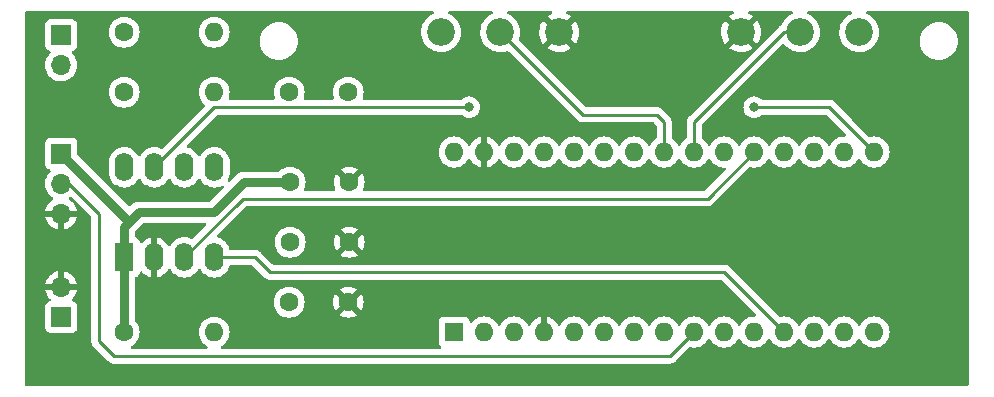
<source format=gbr>
%TF.GenerationSoftware,KiCad,Pcbnew,(6.0.1)*%
%TF.CreationDate,2022-07-14T17:02:31-04:00*%
%TF.ProjectId,AV_Speaker,41565f53-7065-4616-9b65-722e6b696361,rev?*%
%TF.SameCoordinates,Original*%
%TF.FileFunction,Copper,L2,Bot*%
%TF.FilePolarity,Positive*%
%FSLAX46Y46*%
G04 Gerber Fmt 4.6, Leading zero omitted, Abs format (unit mm)*
G04 Created by KiCad (PCBNEW (6.0.1)) date 2022-07-14 17:02:31*
%MOMM*%
%LPD*%
G01*
G04 APERTURE LIST*
%TA.AperFunction,ComponentPad*%
%ADD10R,1.700000X1.700000*%
%TD*%
%TA.AperFunction,ComponentPad*%
%ADD11O,1.700000X1.700000*%
%TD*%
%TA.AperFunction,ComponentPad*%
%ADD12C,1.600000*%
%TD*%
%TA.AperFunction,ComponentPad*%
%ADD13O,1.600000X1.600000*%
%TD*%
%TA.AperFunction,ComponentPad*%
%ADD14R,1.600000X2.400000*%
%TD*%
%TA.AperFunction,ComponentPad*%
%ADD15O,1.600000X2.400000*%
%TD*%
%TA.AperFunction,ComponentPad*%
%ADD16R,1.600000X1.600000*%
%TD*%
%TA.AperFunction,ComponentPad*%
%ADD17C,2.340000*%
%TD*%
%TA.AperFunction,ViaPad*%
%ADD18C,0.800000*%
%TD*%
%TA.AperFunction,Conductor*%
%ADD19C,0.250000*%
%TD*%
%TA.AperFunction,Conductor*%
%ADD20C,0.750000*%
%TD*%
G04 APERTURE END LIST*
D10*
%TO.P,J2,1,Pin_1*%
%TO.N,+5V*%
X90805000Y-102113000D03*
D11*
%TO.P,J2,2,Pin_2*%
%TO.N,GND*%
X90805000Y-99573000D03*
%TD*%
D12*
%TO.P,C1,1*%
%TO.N,Net-(C1-Pad1)*%
X110104000Y-83063000D03*
%TO.P,C1,2*%
%TO.N,Net-(C1-Pad2)*%
X115104000Y-83063000D03*
%TD*%
%TO.P,R3,1*%
%TO.N,+5V*%
X96134000Y-103383000D03*
D13*
%TO.P,R3,2*%
%TO.N,Net-(C2-Pad1)*%
X103754000Y-103383000D03*
%TD*%
D14*
%TO.P,U1,1,VDD*%
%TO.N,+5V*%
X96144000Y-97048000D03*
D15*
%TO.P,U1,2,VSS*%
%TO.N,GND*%
X98684000Y-97048000D03*
%TO.P,U1,3,OUT*%
%TO.N,Out*%
X101224000Y-97048000D03*
%TO.P,U1,4,STROBE*%
%TO.N,Strobe*%
X103764000Y-97048000D03*
%TO.P,U1,5,IN*%
%TO.N,Net-(C1-Pad2)*%
X103764000Y-89428000D03*
%TO.P,U1,6,GND*%
%TO.N,Net-(C3-Pad2)*%
X101224000Y-89428000D03*
%TO.P,U1,7,RESET*%
%TO.N,Reset*%
X98684000Y-89428000D03*
%TO.P,U1,8,CKIN*%
%TO.N,Net-(C2-Pad1)*%
X96144000Y-89428000D03*
%TD*%
D12*
%TO.P,C2,1*%
%TO.N,Net-(C2-Pad1)*%
X110104000Y-100843000D03*
%TO.P,C2,2*%
%TO.N,GND*%
X115104000Y-100843000D03*
%TD*%
%TO.P,C4,1*%
%TO.N,GND*%
X115184000Y-90683000D03*
%TO.P,C4,2*%
%TO.N,+5V*%
X110184000Y-90683000D03*
%TD*%
D16*
%TO.P,A1,1,D1/TX*%
%TO.N,unconnected-(A1-Pad1)*%
X124074000Y-103373000D03*
D13*
%TO.P,A1,2,D0/RX*%
%TO.N,unconnected-(A1-Pad2)*%
X126614000Y-103373000D03*
%TO.P,A1,3,~{RESET}*%
%TO.N,unconnected-(A1-Pad3)*%
X129154000Y-103373000D03*
%TO.P,A1,4,GND*%
%TO.N,GND*%
X131694000Y-103373000D03*
%TO.P,A1,5,D2*%
%TO.N,unconnected-(A1-Pad5)*%
X134234000Y-103373000D03*
%TO.P,A1,6,D3*%
%TO.N,unconnected-(A1-Pad6)*%
X136774000Y-103373000D03*
%TO.P,A1,7,D4*%
%TO.N,unconnected-(A1-Pad7)*%
X139314000Y-103373000D03*
%TO.P,A1,8,D5*%
%TO.N,unconnected-(A1-Pad8)*%
X141854000Y-103373000D03*
%TO.P,A1,9,D6*%
%TO.N,LED_DATA*%
X144394000Y-103373000D03*
%TO.P,A1,10,D7*%
%TO.N,unconnected-(A1-Pad10)*%
X146934000Y-103373000D03*
%TO.P,A1,11,D8*%
%TO.N,unconnected-(A1-Pad11)*%
X149474000Y-103373000D03*
%TO.P,A1,12,D9*%
%TO.N,Strobe*%
X152014000Y-103373000D03*
%TO.P,A1,13,D10*%
%TO.N,unconnected-(A1-Pad13)*%
X154554000Y-103373000D03*
%TO.P,A1,14,D11*%
%TO.N,unconnected-(A1-Pad14)*%
X157094000Y-103373000D03*
%TO.P,A1,15,D12*%
%TO.N,unconnected-(A1-Pad15)*%
X159634000Y-103373000D03*
%TO.P,A1,16,D13*%
%TO.N,Reset*%
X159634000Y-88133000D03*
%TO.P,A1,17,3V3*%
%TO.N,unconnected-(A1-Pad17)*%
X157094000Y-88133000D03*
%TO.P,A1,18,AREF*%
%TO.N,unconnected-(A1-Pad18)*%
X154554000Y-88133000D03*
%TO.P,A1,19,A0*%
%TO.N,unconnected-(A1-Pad19)*%
X152014000Y-88133000D03*
%TO.P,A1,20,A1*%
%TO.N,Out*%
X149474000Y-88133000D03*
%TO.P,A1,21,A2*%
%TO.N,unconnected-(A1-Pad21)*%
X146934000Y-88133000D03*
%TO.P,A1,22,A3*%
%TO.N,Sensitivity*%
X144394000Y-88133000D03*
%TO.P,A1,23,A4*%
%TO.N,Brightness*%
X141854000Y-88133000D03*
%TO.P,A1,24,A5*%
%TO.N,unconnected-(A1-Pad24)*%
X139314000Y-88133000D03*
%TO.P,A1,25,A6*%
%TO.N,unconnected-(A1-Pad25)*%
X136774000Y-88133000D03*
%TO.P,A1,26,A7*%
%TO.N,unconnected-(A1-Pad26)*%
X134234000Y-88133000D03*
%TO.P,A1,27,+5V*%
%TO.N,+5V*%
X131694000Y-88133000D03*
%TO.P,A1,28,~{RESET}*%
%TO.N,unconnected-(A1-Pad28)*%
X129154000Y-88133000D03*
%TO.P,A1,29,GND*%
%TO.N,GND*%
X126614000Y-88133000D03*
%TO.P,A1,30,VIN*%
%TO.N,unconnected-(A1-Pad30)*%
X124074000Y-88133000D03*
%TD*%
D17*
%TO.P,RV2,1,1*%
%TO.N,GND*%
X132964000Y-77983000D03*
%TO.P,RV2,2,2*%
%TO.N,Brightness*%
X127964000Y-77983000D03*
%TO.P,RV2,3,3*%
%TO.N,+5V*%
X122964000Y-77983000D03*
%TD*%
D12*
%TO.P,R2,1*%
%TO.N,Audio_IN_L*%
X96134000Y-83063000D03*
D13*
%TO.P,R2,2*%
%TO.N,Net-(C1-Pad1)*%
X103754000Y-83063000D03*
%TD*%
D12*
%TO.P,R1,1*%
%TO.N,Audio_IN_R*%
X96134000Y-77983000D03*
D13*
%TO.P,R1,2*%
%TO.N,Net-(C1-Pad1)*%
X103754000Y-77983000D03*
%TD*%
D10*
%TO.P,J1,1,Pin_1*%
%TO.N,Audio_IN_R*%
X90800000Y-78232000D03*
D11*
%TO.P,J1,2,Pin_2*%
%TO.N,Audio_IN_L*%
X90800000Y-80772000D03*
%TD*%
D12*
%TO.P,C3,1*%
%TO.N,GND*%
X115184000Y-95763000D03*
%TO.P,C3,2*%
%TO.N,Net-(C3-Pad2)*%
X110184000Y-95763000D03*
%TD*%
D10*
%TO.P,J3,1,Pin_1*%
%TO.N,+5V*%
X90805000Y-88265000D03*
D11*
%TO.P,J3,2,Pin_2*%
%TO.N,LED_DATA*%
X90805000Y-90805000D03*
%TO.P,J3,3,Pin_3*%
%TO.N,GND*%
X90805000Y-93345000D03*
%TD*%
D17*
%TO.P,RV1,1,1*%
%TO.N,+5V*%
X158364000Y-77983000D03*
%TO.P,RV1,2,2*%
%TO.N,Sensitivity*%
X153364000Y-77983000D03*
%TO.P,RV1,3,3*%
%TO.N,GND*%
X148364000Y-77983000D03*
%TD*%
D18*
%TO.N,GND*%
X125349000Y-82550000D03*
%TO.N,Reset*%
X149474000Y-84333000D03*
X125344000Y-84333000D03*
%TD*%
D19*
%TO.N,Out*%
X145527000Y-92080000D02*
X149474000Y-88133000D01*
X101224000Y-97035500D02*
X106179500Y-92080000D01*
X101224000Y-97048000D02*
X101224000Y-97035500D01*
X106179500Y-92080000D02*
X145527000Y-92080000D01*
%TO.N,Strobe*%
X107198000Y-97048000D02*
X108453000Y-98303000D01*
X103764000Y-97048000D02*
X107198000Y-97048000D01*
X146944000Y-98303000D02*
X152014000Y-103373000D01*
X108453000Y-98303000D02*
X146944000Y-98303000D01*
%TO.N,Reset*%
X155834000Y-84333000D02*
X149474000Y-84333000D01*
X159634000Y-88133000D02*
X155834000Y-84333000D01*
X103779000Y-84333000D02*
X125344000Y-84333000D01*
X98684000Y-89428000D02*
X103779000Y-84333000D01*
%TO.N,Brightness*%
X127964000Y-77983000D02*
X134949000Y-84968000D01*
X134949000Y-84968000D02*
X141219000Y-84968000D01*
X141854000Y-85603000D02*
X141854000Y-88133000D01*
X141219000Y-84968000D02*
X141854000Y-85603000D01*
D20*
%TO.N,+5V*%
X96144000Y-95011000D02*
X96144000Y-97048000D01*
X97404000Y-93223000D02*
X96583500Y-94043500D01*
X110184000Y-90683000D02*
X106294000Y-90683000D01*
X96583500Y-94043500D02*
X90805000Y-88265000D01*
X96134000Y-95021000D02*
X96134000Y-103383000D01*
X96144000Y-94483000D02*
X96144000Y-95011000D01*
X96144000Y-95011000D02*
X96134000Y-95021000D01*
X96583500Y-94043500D02*
X96144000Y-94483000D01*
X106294000Y-90683000D02*
X103754000Y-93223000D01*
X103754000Y-93223000D02*
X97404000Y-93223000D01*
D19*
%TO.N,LED_DATA*%
X93980000Y-93345000D02*
X91440000Y-90805000D01*
X93980000Y-104140000D02*
X95250000Y-105410000D01*
X95250000Y-105410000D02*
X142357000Y-105410000D01*
X142357000Y-105410000D02*
X144394000Y-103373000D01*
X93980000Y-93345000D02*
X93980000Y-104140000D01*
X91440000Y-90805000D02*
X90805000Y-90805000D01*
%TO.N,Sensitivity*%
X144394000Y-85603000D02*
X144394000Y-88133000D01*
X152014000Y-77983000D02*
X144394000Y-85603000D01*
X153364000Y-77983000D02*
X152014000Y-77983000D01*
%TD*%
%TA.AperFunction,Conductor*%
%TO.N,GND*%
G36*
X122316062Y-76220002D02*
G01*
X122362555Y-76273658D01*
X122372659Y-76343932D01*
X122343165Y-76408512D01*
X122300692Y-76440426D01*
X122147965Y-76510834D01*
X122144056Y-76513397D01*
X121943242Y-76645056D01*
X121943237Y-76645060D01*
X121939329Y-76647622D01*
X121892993Y-76688978D01*
X121823460Y-76751039D01*
X121753202Y-76813746D01*
X121593675Y-77005557D01*
X121464252Y-77218840D01*
X121462443Y-77223154D01*
X121462442Y-77223156D01*
X121374829Y-77432090D01*
X121367775Y-77448911D01*
X121366624Y-77453443D01*
X121366623Y-77453446D01*
X121339467Y-77560373D01*
X121306365Y-77690714D01*
X121281370Y-77938939D01*
X121281594Y-77943606D01*
X121281594Y-77943611D01*
X121287354Y-78063535D01*
X121293339Y-78188131D01*
X121342010Y-78432818D01*
X121426314Y-78667622D01*
X121544398Y-78887386D01*
X121693668Y-79087283D01*
X121870844Y-79262921D01*
X121874606Y-79265679D01*
X121874609Y-79265682D01*
X121986139Y-79347458D01*
X122072036Y-79410440D01*
X122076171Y-79412616D01*
X122076175Y-79412618D01*
X122148447Y-79450642D01*
X122292823Y-79526602D01*
X122375119Y-79555341D01*
X122522550Y-79606826D01*
X122528354Y-79608853D01*
X122532947Y-79609725D01*
X122768867Y-79654516D01*
X122768870Y-79654516D01*
X122773456Y-79655387D01*
X122898099Y-79660284D01*
X123018075Y-79664999D01*
X123018081Y-79664999D01*
X123022743Y-79665182D01*
X123112181Y-79655387D01*
X123266087Y-79638532D01*
X123266092Y-79638531D01*
X123270740Y-79638022D01*
X123277140Y-79636337D01*
X123507476Y-79575694D01*
X123507478Y-79575693D01*
X123511999Y-79574503D01*
X123516296Y-79572657D01*
X123736924Y-79477868D01*
X123736926Y-79477867D01*
X123741218Y-79476023D01*
X123843679Y-79412618D01*
X123949391Y-79347202D01*
X123949395Y-79347199D01*
X123953364Y-79344743D01*
X124102244Y-79218707D01*
X124140209Y-79186567D01*
X124140210Y-79186566D01*
X124143775Y-79183548D01*
X124225316Y-79090569D01*
X124305187Y-78999494D01*
X124305191Y-78999489D01*
X124308269Y-78995979D01*
X124315138Y-78985301D01*
X124416767Y-78827300D01*
X124443231Y-78786157D01*
X124545697Y-78558691D01*
X124579954Y-78437225D01*
X124612146Y-78323082D01*
X124612147Y-78323079D01*
X124613416Y-78318578D01*
X124626414Y-78216402D01*
X124644502Y-78074222D01*
X124644502Y-78074218D01*
X124644900Y-78071092D01*
X124644984Y-78067909D01*
X124646676Y-78003278D01*
X124647207Y-77983000D01*
X124628718Y-77734206D01*
X124573659Y-77490878D01*
X124559164Y-77453605D01*
X124484931Y-77262714D01*
X124484930Y-77262712D01*
X124483238Y-77258361D01*
X124458494Y-77215067D01*
X124419020Y-77146003D01*
X124359442Y-77041763D01*
X124204990Y-76845842D01*
X124023276Y-76674902D01*
X123822751Y-76535793D01*
X123822130Y-76535362D01*
X123822125Y-76535359D01*
X123818292Y-76532700D01*
X123814110Y-76530637D01*
X123814102Y-76530633D01*
X123628299Y-76439006D01*
X123576050Y-76390938D01*
X123558083Y-76322252D01*
X123580102Y-76254757D01*
X123635117Y-76209880D01*
X123684027Y-76200000D01*
X127247941Y-76200000D01*
X127316062Y-76220002D01*
X127362555Y-76273658D01*
X127372659Y-76343932D01*
X127343165Y-76408512D01*
X127300692Y-76440426D01*
X127147965Y-76510834D01*
X127144056Y-76513397D01*
X126943242Y-76645056D01*
X126943237Y-76645060D01*
X126939329Y-76647622D01*
X126892993Y-76688978D01*
X126823460Y-76751039D01*
X126753202Y-76813746D01*
X126593675Y-77005557D01*
X126464252Y-77218840D01*
X126462443Y-77223154D01*
X126462442Y-77223156D01*
X126374829Y-77432090D01*
X126367775Y-77448911D01*
X126366624Y-77453443D01*
X126366623Y-77453446D01*
X126339467Y-77560373D01*
X126306365Y-77690714D01*
X126281370Y-77938939D01*
X126281594Y-77943606D01*
X126281594Y-77943611D01*
X126287354Y-78063535D01*
X126293339Y-78188131D01*
X126342010Y-78432818D01*
X126426314Y-78667622D01*
X126544398Y-78887386D01*
X126693668Y-79087283D01*
X126870844Y-79262921D01*
X126874606Y-79265679D01*
X126874609Y-79265682D01*
X126986139Y-79347458D01*
X127072036Y-79410440D01*
X127076171Y-79412616D01*
X127076175Y-79412618D01*
X127148447Y-79450642D01*
X127292823Y-79526602D01*
X127375119Y-79555341D01*
X127522550Y-79606826D01*
X127528354Y-79608853D01*
X127532947Y-79609725D01*
X127768867Y-79654516D01*
X127768870Y-79654516D01*
X127773456Y-79655387D01*
X127898099Y-79660284D01*
X128018075Y-79664999D01*
X128018081Y-79664999D01*
X128022743Y-79665182D01*
X128112181Y-79655387D01*
X128266087Y-79638532D01*
X128266092Y-79638531D01*
X128270740Y-79638022D01*
X128277140Y-79636337D01*
X128507476Y-79575694D01*
X128507478Y-79575693D01*
X128511999Y-79574503D01*
X128518714Y-79571618D01*
X128536792Y-79563852D01*
X128607276Y-79555341D01*
X128675622Y-79590526D01*
X134445348Y-85360253D01*
X134452888Y-85368539D01*
X134457000Y-85375018D01*
X134462777Y-85380443D01*
X134506651Y-85421643D01*
X134509493Y-85424398D01*
X134529230Y-85444135D01*
X134532427Y-85446615D01*
X134541447Y-85454318D01*
X134573679Y-85484586D01*
X134580625Y-85488405D01*
X134580628Y-85488407D01*
X134591434Y-85494348D01*
X134607953Y-85505199D01*
X134623959Y-85517614D01*
X134631228Y-85520759D01*
X134631232Y-85520762D01*
X134664537Y-85535174D01*
X134675187Y-85540391D01*
X134713940Y-85561695D01*
X134721615Y-85563666D01*
X134721616Y-85563666D01*
X134733562Y-85566733D01*
X134752267Y-85573137D01*
X134770855Y-85581181D01*
X134778678Y-85582420D01*
X134778688Y-85582423D01*
X134814524Y-85588099D01*
X134826144Y-85590505D01*
X134861289Y-85599528D01*
X134868970Y-85601500D01*
X134889224Y-85601500D01*
X134908934Y-85603051D01*
X134928943Y-85606220D01*
X134936835Y-85605474D01*
X134972961Y-85602059D01*
X134984819Y-85601500D01*
X140904406Y-85601500D01*
X140972527Y-85621502D01*
X140993501Y-85638405D01*
X141183595Y-85828499D01*
X141217621Y-85890811D01*
X141220500Y-85917594D01*
X141220500Y-86913606D01*
X141200498Y-86981727D01*
X141166771Y-87016819D01*
X141014211Y-87123643D01*
X141014208Y-87123645D01*
X141009700Y-87126802D01*
X140847802Y-87288700D01*
X140844645Y-87293208D01*
X140844643Y-87293211D01*
X140836610Y-87304684D01*
X140716477Y-87476251D01*
X140714154Y-87481233D01*
X140714151Y-87481238D01*
X140698195Y-87515457D01*
X140651278Y-87568742D01*
X140583001Y-87588203D01*
X140515041Y-87567661D01*
X140469805Y-87515457D01*
X140453849Y-87481238D01*
X140453846Y-87481233D01*
X140451523Y-87476251D01*
X140331390Y-87304684D01*
X140323357Y-87293211D01*
X140323355Y-87293208D01*
X140320198Y-87288700D01*
X140158300Y-87126802D01*
X140153792Y-87123645D01*
X140153789Y-87123643D01*
X140001228Y-87016819D01*
X139970749Y-86995477D01*
X139965767Y-86993154D01*
X139965762Y-86993151D01*
X139768225Y-86901039D01*
X139768224Y-86901039D01*
X139763243Y-86898716D01*
X139757935Y-86897294D01*
X139757933Y-86897293D01*
X139547402Y-86840881D01*
X139547400Y-86840881D01*
X139542087Y-86839457D01*
X139314000Y-86819502D01*
X139085913Y-86839457D01*
X139080600Y-86840881D01*
X139080598Y-86840881D01*
X138870067Y-86897293D01*
X138870065Y-86897294D01*
X138864757Y-86898716D01*
X138859776Y-86901039D01*
X138859775Y-86901039D01*
X138662238Y-86993151D01*
X138662233Y-86993154D01*
X138657251Y-86995477D01*
X138626772Y-87016819D01*
X138474211Y-87123643D01*
X138474208Y-87123645D01*
X138469700Y-87126802D01*
X138307802Y-87288700D01*
X138304645Y-87293208D01*
X138304643Y-87293211D01*
X138296610Y-87304684D01*
X138176477Y-87476251D01*
X138174154Y-87481233D01*
X138174151Y-87481238D01*
X138158195Y-87515457D01*
X138111278Y-87568742D01*
X138043001Y-87588203D01*
X137975041Y-87567661D01*
X137929805Y-87515457D01*
X137913849Y-87481238D01*
X137913846Y-87481233D01*
X137911523Y-87476251D01*
X137791390Y-87304684D01*
X137783357Y-87293211D01*
X137783355Y-87293208D01*
X137780198Y-87288700D01*
X137618300Y-87126802D01*
X137613792Y-87123645D01*
X137613789Y-87123643D01*
X137461228Y-87016819D01*
X137430749Y-86995477D01*
X137425767Y-86993154D01*
X137425762Y-86993151D01*
X137228225Y-86901039D01*
X137228224Y-86901039D01*
X137223243Y-86898716D01*
X137217935Y-86897294D01*
X137217933Y-86897293D01*
X137007402Y-86840881D01*
X137007400Y-86840881D01*
X137002087Y-86839457D01*
X136774000Y-86819502D01*
X136545913Y-86839457D01*
X136540600Y-86840881D01*
X136540598Y-86840881D01*
X136330067Y-86897293D01*
X136330065Y-86897294D01*
X136324757Y-86898716D01*
X136319776Y-86901039D01*
X136319775Y-86901039D01*
X136122238Y-86993151D01*
X136122233Y-86993154D01*
X136117251Y-86995477D01*
X136086772Y-87016819D01*
X135934211Y-87123643D01*
X135934208Y-87123645D01*
X135929700Y-87126802D01*
X135767802Y-87288700D01*
X135764645Y-87293208D01*
X135764643Y-87293211D01*
X135756610Y-87304684D01*
X135636477Y-87476251D01*
X135634154Y-87481233D01*
X135634151Y-87481238D01*
X135618195Y-87515457D01*
X135571278Y-87568742D01*
X135503001Y-87588203D01*
X135435041Y-87567661D01*
X135389805Y-87515457D01*
X135373849Y-87481238D01*
X135373846Y-87481233D01*
X135371523Y-87476251D01*
X135251390Y-87304684D01*
X135243357Y-87293211D01*
X135243355Y-87293208D01*
X135240198Y-87288700D01*
X135078300Y-87126802D01*
X135073792Y-87123645D01*
X135073789Y-87123643D01*
X134921228Y-87016819D01*
X134890749Y-86995477D01*
X134885767Y-86993154D01*
X134885762Y-86993151D01*
X134688225Y-86901039D01*
X134688224Y-86901039D01*
X134683243Y-86898716D01*
X134677935Y-86897294D01*
X134677933Y-86897293D01*
X134467402Y-86840881D01*
X134467400Y-86840881D01*
X134462087Y-86839457D01*
X134234000Y-86819502D01*
X134005913Y-86839457D01*
X134000600Y-86840881D01*
X134000598Y-86840881D01*
X133790067Y-86897293D01*
X133790065Y-86897294D01*
X133784757Y-86898716D01*
X133779776Y-86901039D01*
X133779775Y-86901039D01*
X133582238Y-86993151D01*
X133582233Y-86993154D01*
X133577251Y-86995477D01*
X133546772Y-87016819D01*
X133394211Y-87123643D01*
X133394208Y-87123645D01*
X133389700Y-87126802D01*
X133227802Y-87288700D01*
X133224645Y-87293208D01*
X133224643Y-87293211D01*
X133216610Y-87304684D01*
X133096477Y-87476251D01*
X133094154Y-87481233D01*
X133094151Y-87481238D01*
X133078195Y-87515457D01*
X133031278Y-87568742D01*
X132963001Y-87588203D01*
X132895041Y-87567661D01*
X132849805Y-87515457D01*
X132833849Y-87481238D01*
X132833846Y-87481233D01*
X132831523Y-87476251D01*
X132711390Y-87304684D01*
X132703357Y-87293211D01*
X132703355Y-87293208D01*
X132700198Y-87288700D01*
X132538300Y-87126802D01*
X132533792Y-87123645D01*
X132533789Y-87123643D01*
X132381228Y-87016819D01*
X132350749Y-86995477D01*
X132345767Y-86993154D01*
X132345762Y-86993151D01*
X132148225Y-86901039D01*
X132148224Y-86901039D01*
X132143243Y-86898716D01*
X132137935Y-86897294D01*
X132137933Y-86897293D01*
X131927402Y-86840881D01*
X131927400Y-86840881D01*
X131922087Y-86839457D01*
X131694000Y-86819502D01*
X131465913Y-86839457D01*
X131460600Y-86840881D01*
X131460598Y-86840881D01*
X131250067Y-86897293D01*
X131250065Y-86897294D01*
X131244757Y-86898716D01*
X131239776Y-86901039D01*
X131239775Y-86901039D01*
X131042238Y-86993151D01*
X131042233Y-86993154D01*
X131037251Y-86995477D01*
X131006772Y-87016819D01*
X130854211Y-87123643D01*
X130854208Y-87123645D01*
X130849700Y-87126802D01*
X130687802Y-87288700D01*
X130684645Y-87293208D01*
X130684643Y-87293211D01*
X130676610Y-87304684D01*
X130556477Y-87476251D01*
X130554154Y-87481233D01*
X130554151Y-87481238D01*
X130538195Y-87515457D01*
X130491278Y-87568742D01*
X130423001Y-87588203D01*
X130355041Y-87567661D01*
X130309805Y-87515457D01*
X130293849Y-87481238D01*
X130293846Y-87481233D01*
X130291523Y-87476251D01*
X130171390Y-87304684D01*
X130163357Y-87293211D01*
X130163355Y-87293208D01*
X130160198Y-87288700D01*
X129998300Y-87126802D01*
X129993792Y-87123645D01*
X129993789Y-87123643D01*
X129841228Y-87016819D01*
X129810749Y-86995477D01*
X129805767Y-86993154D01*
X129805762Y-86993151D01*
X129608225Y-86901039D01*
X129608224Y-86901039D01*
X129603243Y-86898716D01*
X129597935Y-86897294D01*
X129597933Y-86897293D01*
X129387402Y-86840881D01*
X129387400Y-86840881D01*
X129382087Y-86839457D01*
X129154000Y-86819502D01*
X128925913Y-86839457D01*
X128920600Y-86840881D01*
X128920598Y-86840881D01*
X128710067Y-86897293D01*
X128710065Y-86897294D01*
X128704757Y-86898716D01*
X128699776Y-86901039D01*
X128699775Y-86901039D01*
X128502238Y-86993151D01*
X128502233Y-86993154D01*
X128497251Y-86995477D01*
X128466772Y-87016819D01*
X128314211Y-87123643D01*
X128314208Y-87123645D01*
X128309700Y-87126802D01*
X128147802Y-87288700D01*
X128144645Y-87293208D01*
X128144643Y-87293211D01*
X128136610Y-87304684D01*
X128016477Y-87476251D01*
X128014154Y-87481233D01*
X128014151Y-87481238D01*
X127997919Y-87516049D01*
X127951002Y-87569334D01*
X127882725Y-87588795D01*
X127814765Y-87568253D01*
X127769529Y-87516049D01*
X127753414Y-87481489D01*
X127747931Y-87471993D01*
X127622972Y-87293533D01*
X127615916Y-87285125D01*
X127461875Y-87131084D01*
X127453467Y-87124028D01*
X127275007Y-86999069D01*
X127265511Y-86993586D01*
X127068053Y-86901510D01*
X127057761Y-86897764D01*
X126885497Y-86851606D01*
X126871401Y-86851942D01*
X126868000Y-86859884D01*
X126868000Y-89400967D01*
X126871973Y-89414498D01*
X126880522Y-89415727D01*
X127057761Y-89368236D01*
X127068053Y-89364490D01*
X127265511Y-89272414D01*
X127275007Y-89266931D01*
X127453467Y-89141972D01*
X127461875Y-89134916D01*
X127615916Y-88980875D01*
X127622972Y-88972467D01*
X127747931Y-88794007D01*
X127753414Y-88784511D01*
X127769529Y-88749951D01*
X127816446Y-88696666D01*
X127884723Y-88677205D01*
X127952683Y-88697747D01*
X127997919Y-88749951D01*
X128014151Y-88784762D01*
X128014154Y-88784767D01*
X128016477Y-88789749D01*
X128023594Y-88799913D01*
X128143302Y-88970873D01*
X128147802Y-88977300D01*
X128309700Y-89139198D01*
X128314208Y-89142355D01*
X128314211Y-89142357D01*
X128339004Y-89159717D01*
X128497251Y-89270523D01*
X128502233Y-89272846D01*
X128502238Y-89272849D01*
X128698765Y-89364490D01*
X128704757Y-89367284D01*
X128710065Y-89368706D01*
X128710067Y-89368707D01*
X128920598Y-89425119D01*
X128920600Y-89425119D01*
X128925913Y-89426543D01*
X129154000Y-89446498D01*
X129382087Y-89426543D01*
X129387400Y-89425119D01*
X129387402Y-89425119D01*
X129597933Y-89368707D01*
X129597935Y-89368706D01*
X129603243Y-89367284D01*
X129609235Y-89364490D01*
X129805762Y-89272849D01*
X129805767Y-89272846D01*
X129810749Y-89270523D01*
X129968996Y-89159717D01*
X129993789Y-89142357D01*
X129993792Y-89142355D01*
X129998300Y-89139198D01*
X130160198Y-88977300D01*
X130164699Y-88970873D01*
X130284406Y-88799913D01*
X130291523Y-88789749D01*
X130293846Y-88784767D01*
X130293849Y-88784762D01*
X130309805Y-88750543D01*
X130356722Y-88697258D01*
X130424999Y-88677797D01*
X130492959Y-88698339D01*
X130538195Y-88750543D01*
X130554151Y-88784762D01*
X130554154Y-88784767D01*
X130556477Y-88789749D01*
X130563594Y-88799913D01*
X130683302Y-88970873D01*
X130687802Y-88977300D01*
X130849700Y-89139198D01*
X130854208Y-89142355D01*
X130854211Y-89142357D01*
X130879004Y-89159717D01*
X131037251Y-89270523D01*
X131042233Y-89272846D01*
X131042238Y-89272849D01*
X131238765Y-89364490D01*
X131244757Y-89367284D01*
X131250065Y-89368706D01*
X131250067Y-89368707D01*
X131460598Y-89425119D01*
X131460600Y-89425119D01*
X131465913Y-89426543D01*
X131694000Y-89446498D01*
X131922087Y-89426543D01*
X131927400Y-89425119D01*
X131927402Y-89425119D01*
X132137933Y-89368707D01*
X132137935Y-89368706D01*
X132143243Y-89367284D01*
X132149235Y-89364490D01*
X132345762Y-89272849D01*
X132345767Y-89272846D01*
X132350749Y-89270523D01*
X132508996Y-89159717D01*
X132533789Y-89142357D01*
X132533792Y-89142355D01*
X132538300Y-89139198D01*
X132700198Y-88977300D01*
X132704699Y-88970873D01*
X132824406Y-88799913D01*
X132831523Y-88789749D01*
X132833846Y-88784767D01*
X132833849Y-88784762D01*
X132849805Y-88750543D01*
X132896722Y-88697258D01*
X132964999Y-88677797D01*
X133032959Y-88698339D01*
X133078195Y-88750543D01*
X133094151Y-88784762D01*
X133094154Y-88784767D01*
X133096477Y-88789749D01*
X133103594Y-88799913D01*
X133223302Y-88970873D01*
X133227802Y-88977300D01*
X133389700Y-89139198D01*
X133394208Y-89142355D01*
X133394211Y-89142357D01*
X133419004Y-89159717D01*
X133577251Y-89270523D01*
X133582233Y-89272846D01*
X133582238Y-89272849D01*
X133778765Y-89364490D01*
X133784757Y-89367284D01*
X133790065Y-89368706D01*
X133790067Y-89368707D01*
X134000598Y-89425119D01*
X134000600Y-89425119D01*
X134005913Y-89426543D01*
X134234000Y-89446498D01*
X134462087Y-89426543D01*
X134467400Y-89425119D01*
X134467402Y-89425119D01*
X134677933Y-89368707D01*
X134677935Y-89368706D01*
X134683243Y-89367284D01*
X134689235Y-89364490D01*
X134885762Y-89272849D01*
X134885767Y-89272846D01*
X134890749Y-89270523D01*
X135048996Y-89159717D01*
X135073789Y-89142357D01*
X135073792Y-89142355D01*
X135078300Y-89139198D01*
X135240198Y-88977300D01*
X135244699Y-88970873D01*
X135364406Y-88799913D01*
X135371523Y-88789749D01*
X135373846Y-88784767D01*
X135373849Y-88784762D01*
X135389805Y-88750543D01*
X135436722Y-88697258D01*
X135504999Y-88677797D01*
X135572959Y-88698339D01*
X135618195Y-88750543D01*
X135634151Y-88784762D01*
X135634154Y-88784767D01*
X135636477Y-88789749D01*
X135643594Y-88799913D01*
X135763302Y-88970873D01*
X135767802Y-88977300D01*
X135929700Y-89139198D01*
X135934208Y-89142355D01*
X135934211Y-89142357D01*
X135959004Y-89159717D01*
X136117251Y-89270523D01*
X136122233Y-89272846D01*
X136122238Y-89272849D01*
X136318765Y-89364490D01*
X136324757Y-89367284D01*
X136330065Y-89368706D01*
X136330067Y-89368707D01*
X136540598Y-89425119D01*
X136540600Y-89425119D01*
X136545913Y-89426543D01*
X136774000Y-89446498D01*
X137002087Y-89426543D01*
X137007400Y-89425119D01*
X137007402Y-89425119D01*
X137217933Y-89368707D01*
X137217935Y-89368706D01*
X137223243Y-89367284D01*
X137229235Y-89364490D01*
X137425762Y-89272849D01*
X137425767Y-89272846D01*
X137430749Y-89270523D01*
X137588996Y-89159717D01*
X137613789Y-89142357D01*
X137613792Y-89142355D01*
X137618300Y-89139198D01*
X137780198Y-88977300D01*
X137784699Y-88970873D01*
X137904406Y-88799913D01*
X137911523Y-88789749D01*
X137913846Y-88784767D01*
X137913849Y-88784762D01*
X137929805Y-88750543D01*
X137976722Y-88697258D01*
X138044999Y-88677797D01*
X138112959Y-88698339D01*
X138158195Y-88750543D01*
X138174151Y-88784762D01*
X138174154Y-88784767D01*
X138176477Y-88789749D01*
X138183594Y-88799913D01*
X138303302Y-88970873D01*
X138307802Y-88977300D01*
X138469700Y-89139198D01*
X138474208Y-89142355D01*
X138474211Y-89142357D01*
X138499004Y-89159717D01*
X138657251Y-89270523D01*
X138662233Y-89272846D01*
X138662238Y-89272849D01*
X138858765Y-89364490D01*
X138864757Y-89367284D01*
X138870065Y-89368706D01*
X138870067Y-89368707D01*
X139080598Y-89425119D01*
X139080600Y-89425119D01*
X139085913Y-89426543D01*
X139314000Y-89446498D01*
X139542087Y-89426543D01*
X139547400Y-89425119D01*
X139547402Y-89425119D01*
X139757933Y-89368707D01*
X139757935Y-89368706D01*
X139763243Y-89367284D01*
X139769235Y-89364490D01*
X139965762Y-89272849D01*
X139965767Y-89272846D01*
X139970749Y-89270523D01*
X140128996Y-89159717D01*
X140153789Y-89142357D01*
X140153792Y-89142355D01*
X140158300Y-89139198D01*
X140320198Y-88977300D01*
X140324699Y-88970873D01*
X140444406Y-88799913D01*
X140451523Y-88789749D01*
X140453846Y-88784767D01*
X140453849Y-88784762D01*
X140469805Y-88750543D01*
X140516722Y-88697258D01*
X140584999Y-88677797D01*
X140652959Y-88698339D01*
X140698195Y-88750543D01*
X140714151Y-88784762D01*
X140714154Y-88784767D01*
X140716477Y-88789749D01*
X140723594Y-88799913D01*
X140843302Y-88970873D01*
X140847802Y-88977300D01*
X141009700Y-89139198D01*
X141014208Y-89142355D01*
X141014211Y-89142357D01*
X141039004Y-89159717D01*
X141197251Y-89270523D01*
X141202233Y-89272846D01*
X141202238Y-89272849D01*
X141398765Y-89364490D01*
X141404757Y-89367284D01*
X141410065Y-89368706D01*
X141410067Y-89368707D01*
X141620598Y-89425119D01*
X141620600Y-89425119D01*
X141625913Y-89426543D01*
X141854000Y-89446498D01*
X142082087Y-89426543D01*
X142087400Y-89425119D01*
X142087402Y-89425119D01*
X142297933Y-89368707D01*
X142297935Y-89368706D01*
X142303243Y-89367284D01*
X142309235Y-89364490D01*
X142505762Y-89272849D01*
X142505767Y-89272846D01*
X142510749Y-89270523D01*
X142668996Y-89159717D01*
X142693789Y-89142357D01*
X142693792Y-89142355D01*
X142698300Y-89139198D01*
X142860198Y-88977300D01*
X142864699Y-88970873D01*
X142984406Y-88799913D01*
X142991523Y-88789749D01*
X142993846Y-88784767D01*
X142993849Y-88784762D01*
X143009805Y-88750543D01*
X143056722Y-88697258D01*
X143124999Y-88677797D01*
X143192959Y-88698339D01*
X143238195Y-88750543D01*
X143254151Y-88784762D01*
X143254154Y-88784767D01*
X143256477Y-88789749D01*
X143263594Y-88799913D01*
X143383302Y-88970873D01*
X143387802Y-88977300D01*
X143549700Y-89139198D01*
X143554208Y-89142355D01*
X143554211Y-89142357D01*
X143579004Y-89159717D01*
X143737251Y-89270523D01*
X143742233Y-89272846D01*
X143742238Y-89272849D01*
X143938765Y-89364490D01*
X143944757Y-89367284D01*
X143950065Y-89368706D01*
X143950067Y-89368707D01*
X144160598Y-89425119D01*
X144160600Y-89425119D01*
X144165913Y-89426543D01*
X144394000Y-89446498D01*
X144622087Y-89426543D01*
X144627400Y-89425119D01*
X144627402Y-89425119D01*
X144837933Y-89368707D01*
X144837935Y-89368706D01*
X144843243Y-89367284D01*
X144849235Y-89364490D01*
X145045762Y-89272849D01*
X145045767Y-89272846D01*
X145050749Y-89270523D01*
X145208996Y-89159717D01*
X145233789Y-89142357D01*
X145233792Y-89142355D01*
X145238300Y-89139198D01*
X145400198Y-88977300D01*
X145404699Y-88970873D01*
X145524406Y-88799913D01*
X145531523Y-88789749D01*
X145533846Y-88784767D01*
X145533849Y-88784762D01*
X145549805Y-88750543D01*
X145596722Y-88697258D01*
X145664999Y-88677797D01*
X145732959Y-88698339D01*
X145778195Y-88750543D01*
X145794151Y-88784762D01*
X145794154Y-88784767D01*
X145796477Y-88789749D01*
X145803594Y-88799913D01*
X145923302Y-88970873D01*
X145927802Y-88977300D01*
X146089700Y-89139198D01*
X146094208Y-89142355D01*
X146094211Y-89142357D01*
X146119004Y-89159717D01*
X146277251Y-89270523D01*
X146282233Y-89272846D01*
X146282238Y-89272849D01*
X146478765Y-89364490D01*
X146484757Y-89367284D01*
X146490065Y-89368706D01*
X146490067Y-89368707D01*
X146700598Y-89425119D01*
X146700600Y-89425119D01*
X146705913Y-89426543D01*
X146934000Y-89446498D01*
X146939475Y-89446019D01*
X146939486Y-89446019D01*
X146951430Y-89444974D01*
X147021035Y-89458962D01*
X147072027Y-89508361D01*
X147088218Y-89577487D01*
X147064466Y-89644393D01*
X147051508Y-89659588D01*
X146172286Y-90538809D01*
X145301500Y-91409595D01*
X145239188Y-91443621D01*
X145212405Y-91446500D01*
X116468973Y-91446500D01*
X116400852Y-91426498D01*
X116354359Y-91372842D01*
X116344255Y-91302568D01*
X116354778Y-91267250D01*
X116415490Y-91137053D01*
X116419236Y-91126761D01*
X116475625Y-90916312D01*
X116477528Y-90905519D01*
X116496517Y-90688475D01*
X116496517Y-90677525D01*
X116477528Y-90460481D01*
X116475625Y-90449688D01*
X116419236Y-90239239D01*
X116415490Y-90228947D01*
X116323414Y-90031489D01*
X116317931Y-90021994D01*
X116281491Y-89969952D01*
X116271012Y-89961576D01*
X116257566Y-89968644D01*
X115273095Y-90953115D01*
X115210783Y-90987141D01*
X115139968Y-90982076D01*
X115094905Y-90953115D01*
X114109713Y-89967923D01*
X114097938Y-89961493D01*
X114085923Y-89970789D01*
X114050069Y-90021994D01*
X114044586Y-90031489D01*
X113952510Y-90228947D01*
X113948764Y-90239239D01*
X113892375Y-90449688D01*
X113890472Y-90460481D01*
X113871483Y-90677525D01*
X113871483Y-90688475D01*
X113890472Y-90905519D01*
X113892375Y-90916312D01*
X113948764Y-91126761D01*
X113952510Y-91137053D01*
X114013222Y-91267250D01*
X114023883Y-91337442D01*
X113994903Y-91402254D01*
X113935483Y-91441111D01*
X113899027Y-91446500D01*
X111469525Y-91446500D01*
X111401404Y-91426498D01*
X111354911Y-91372842D01*
X111344807Y-91302568D01*
X111355330Y-91267251D01*
X111415959Y-91137230D01*
X111415961Y-91137225D01*
X111418284Y-91132243D01*
X111458522Y-90982076D01*
X111476119Y-90916402D01*
X111476119Y-90916400D01*
X111477543Y-90911087D01*
X111497498Y-90683000D01*
X111477543Y-90454913D01*
X111440981Y-90318461D01*
X111419707Y-90239067D01*
X111419706Y-90239065D01*
X111418284Y-90233757D01*
X111376407Y-90143950D01*
X111323849Y-90031238D01*
X111323846Y-90031233D01*
X111321523Y-90026251D01*
X111220788Y-89882387D01*
X111193357Y-89843211D01*
X111193355Y-89843208D01*
X111190198Y-89838700D01*
X111028300Y-89676802D01*
X111023792Y-89673645D01*
X111023789Y-89673643D01*
X110912886Y-89595988D01*
X114462576Y-89595988D01*
X114469644Y-89609434D01*
X115171188Y-90310978D01*
X115185132Y-90318592D01*
X115186965Y-90318461D01*
X115193580Y-90314210D01*
X115899077Y-89608713D01*
X115905507Y-89596938D01*
X115896211Y-89584923D01*
X115845006Y-89549069D01*
X115835511Y-89543586D01*
X115638053Y-89451510D01*
X115627761Y-89447764D01*
X115417312Y-89391375D01*
X115406519Y-89389472D01*
X115189475Y-89370483D01*
X115178525Y-89370483D01*
X114961481Y-89389472D01*
X114950688Y-89391375D01*
X114740239Y-89447764D01*
X114729947Y-89451510D01*
X114532489Y-89543586D01*
X114522994Y-89549069D01*
X114470952Y-89585509D01*
X114462576Y-89595988D01*
X110912886Y-89595988D01*
X110897920Y-89585509D01*
X110840749Y-89545477D01*
X110835767Y-89543154D01*
X110835762Y-89543151D01*
X110638225Y-89451039D01*
X110638224Y-89451039D01*
X110633243Y-89448716D01*
X110627935Y-89447294D01*
X110627933Y-89447293D01*
X110417402Y-89390881D01*
X110417400Y-89390881D01*
X110412087Y-89389457D01*
X110184000Y-89369502D01*
X109955913Y-89389457D01*
X109950600Y-89390881D01*
X109950598Y-89390881D01*
X109740067Y-89447293D01*
X109740065Y-89447294D01*
X109734757Y-89448716D01*
X109729776Y-89451039D01*
X109729775Y-89451039D01*
X109532238Y-89543151D01*
X109532233Y-89543154D01*
X109527251Y-89545477D01*
X109470080Y-89585509D01*
X109344211Y-89673643D01*
X109344208Y-89673645D01*
X109339700Y-89676802D01*
X109253907Y-89762595D01*
X109191595Y-89796621D01*
X109164812Y-89799500D01*
X106373450Y-89799500D01*
X106353739Y-89797949D01*
X106347009Y-89796883D01*
X106340493Y-89795851D01*
X106333906Y-89796196D01*
X106333901Y-89796196D01*
X106274168Y-89799327D01*
X106267574Y-89799500D01*
X106247694Y-89799500D01*
X106244420Y-89799844D01*
X106244421Y-89799844D01*
X106227920Y-89801578D01*
X106221346Y-89802095D01*
X106161627Y-89805225D01*
X106161626Y-89805225D01*
X106155028Y-89805571D01*
X106148646Y-89807281D01*
X106148639Y-89807282D01*
X106142069Y-89809042D01*
X106122635Y-89812644D01*
X106115870Y-89813355D01*
X106115869Y-89813355D01*
X106109298Y-89814046D01*
X106046122Y-89834573D01*
X106039803Y-89836445D01*
X105982013Y-89851929D01*
X105982008Y-89851931D01*
X105975637Y-89853638D01*
X105969756Y-89856634D01*
X105969752Y-89856636D01*
X105963683Y-89859728D01*
X105945421Y-89867292D01*
X105938949Y-89869395D01*
X105938945Y-89869397D01*
X105932669Y-89871436D01*
X105926953Y-89874736D01*
X105926951Y-89874737D01*
X105875135Y-89904653D01*
X105869351Y-89907794D01*
X105810160Y-89937953D01*
X105805029Y-89942108D01*
X105799737Y-89946393D01*
X105783451Y-89957587D01*
X105771831Y-89964296D01*
X105766923Y-89968715D01*
X105766919Y-89968718D01*
X105722464Y-90008745D01*
X105717458Y-90013021D01*
X105702014Y-90025528D01*
X105687969Y-90039573D01*
X105683184Y-90044114D01*
X105633815Y-90088566D01*
X105625925Y-90099426D01*
X105613088Y-90114454D01*
X105108627Y-90618915D01*
X105046315Y-90652941D01*
X104975500Y-90647876D01*
X104918664Y-90605329D01*
X104893853Y-90538809D01*
X104905337Y-90476570D01*
X104995961Y-90282225D01*
X104995961Y-90282224D01*
X104998284Y-90277243D01*
X105041904Y-90114454D01*
X105056119Y-90061402D01*
X105056119Y-90061400D01*
X105057543Y-90056087D01*
X105068140Y-89934958D01*
X105072262Y-89887851D01*
X105072262Y-89887844D01*
X105072500Y-89885127D01*
X105072500Y-88970873D01*
X105057543Y-88799913D01*
X105056119Y-88794598D01*
X104999707Y-88584067D01*
X104999706Y-88584065D01*
X104998284Y-88578757D01*
X104944148Y-88462661D01*
X104903849Y-88376238D01*
X104903846Y-88376233D01*
X104901523Y-88371251D01*
X104770198Y-88183700D01*
X104719498Y-88133000D01*
X122760502Y-88133000D01*
X122780457Y-88361087D01*
X122781881Y-88366400D01*
X122781881Y-88366402D01*
X122807964Y-88463742D01*
X122839716Y-88582243D01*
X122842039Y-88587224D01*
X122842039Y-88587225D01*
X122934151Y-88784762D01*
X122934154Y-88784767D01*
X122936477Y-88789749D01*
X122943594Y-88799913D01*
X123063302Y-88970873D01*
X123067802Y-88977300D01*
X123229700Y-89139198D01*
X123234208Y-89142355D01*
X123234211Y-89142357D01*
X123259004Y-89159717D01*
X123417251Y-89270523D01*
X123422233Y-89272846D01*
X123422238Y-89272849D01*
X123618765Y-89364490D01*
X123624757Y-89367284D01*
X123630065Y-89368706D01*
X123630067Y-89368707D01*
X123840598Y-89425119D01*
X123840600Y-89425119D01*
X123845913Y-89426543D01*
X124074000Y-89446498D01*
X124302087Y-89426543D01*
X124307400Y-89425119D01*
X124307402Y-89425119D01*
X124517933Y-89368707D01*
X124517935Y-89368706D01*
X124523243Y-89367284D01*
X124529235Y-89364490D01*
X124725762Y-89272849D01*
X124725767Y-89272846D01*
X124730749Y-89270523D01*
X124888996Y-89159717D01*
X124913789Y-89142357D01*
X124913792Y-89142355D01*
X124918300Y-89139198D01*
X125080198Y-88977300D01*
X125084699Y-88970873D01*
X125204406Y-88799913D01*
X125211523Y-88789749D01*
X125213846Y-88784767D01*
X125213849Y-88784762D01*
X125230081Y-88749951D01*
X125276998Y-88696666D01*
X125345275Y-88677205D01*
X125413235Y-88697747D01*
X125458471Y-88749951D01*
X125474586Y-88784511D01*
X125480069Y-88794007D01*
X125605028Y-88972467D01*
X125612084Y-88980875D01*
X125766125Y-89134916D01*
X125774533Y-89141972D01*
X125952993Y-89266931D01*
X125962489Y-89272414D01*
X126159947Y-89364490D01*
X126170239Y-89368236D01*
X126342503Y-89414394D01*
X126356599Y-89414058D01*
X126360000Y-89406116D01*
X126360000Y-86865033D01*
X126356027Y-86851502D01*
X126347478Y-86850273D01*
X126170239Y-86897764D01*
X126159947Y-86901510D01*
X125962489Y-86993586D01*
X125952993Y-86999069D01*
X125774533Y-87124028D01*
X125766125Y-87131084D01*
X125612084Y-87285125D01*
X125605028Y-87293533D01*
X125480069Y-87471993D01*
X125474586Y-87481489D01*
X125458471Y-87516049D01*
X125411554Y-87569334D01*
X125343277Y-87588795D01*
X125275317Y-87568253D01*
X125230081Y-87516049D01*
X125213849Y-87481238D01*
X125213846Y-87481233D01*
X125211523Y-87476251D01*
X125091390Y-87304684D01*
X125083357Y-87293211D01*
X125083355Y-87293208D01*
X125080198Y-87288700D01*
X124918300Y-87126802D01*
X124913792Y-87123645D01*
X124913789Y-87123643D01*
X124761228Y-87016819D01*
X124730749Y-86995477D01*
X124725767Y-86993154D01*
X124725762Y-86993151D01*
X124528225Y-86901039D01*
X124528224Y-86901039D01*
X124523243Y-86898716D01*
X124517935Y-86897294D01*
X124517933Y-86897293D01*
X124307402Y-86840881D01*
X124307400Y-86840881D01*
X124302087Y-86839457D01*
X124074000Y-86819502D01*
X123845913Y-86839457D01*
X123840600Y-86840881D01*
X123840598Y-86840881D01*
X123630067Y-86897293D01*
X123630065Y-86897294D01*
X123624757Y-86898716D01*
X123619776Y-86901039D01*
X123619775Y-86901039D01*
X123422238Y-86993151D01*
X123422233Y-86993154D01*
X123417251Y-86995477D01*
X123386772Y-87016819D01*
X123234211Y-87123643D01*
X123234208Y-87123645D01*
X123229700Y-87126802D01*
X123067802Y-87288700D01*
X123064645Y-87293208D01*
X123064643Y-87293211D01*
X123056610Y-87304684D01*
X122936477Y-87476251D01*
X122934154Y-87481233D01*
X122934151Y-87481238D01*
X122842039Y-87678775D01*
X122839716Y-87683757D01*
X122838294Y-87689065D01*
X122838293Y-87689067D01*
X122784948Y-87888151D01*
X122780457Y-87904913D01*
X122760502Y-88133000D01*
X104719498Y-88133000D01*
X104608300Y-88021802D01*
X104603792Y-88018645D01*
X104603789Y-88018643D01*
X104525611Y-87963902D01*
X104420749Y-87890477D01*
X104415767Y-87888154D01*
X104415762Y-87888151D01*
X104218225Y-87796039D01*
X104218224Y-87796039D01*
X104213243Y-87793716D01*
X104207935Y-87792294D01*
X104207933Y-87792293D01*
X103997402Y-87735881D01*
X103997400Y-87735881D01*
X103992087Y-87734457D01*
X103764000Y-87714502D01*
X103535913Y-87734457D01*
X103530600Y-87735881D01*
X103530598Y-87735881D01*
X103320067Y-87792293D01*
X103320065Y-87792294D01*
X103314757Y-87793716D01*
X103309776Y-87796039D01*
X103309775Y-87796039D01*
X103112238Y-87888151D01*
X103112233Y-87888154D01*
X103107251Y-87890477D01*
X103002389Y-87963902D01*
X102924211Y-88018643D01*
X102924208Y-88018645D01*
X102919700Y-88021802D01*
X102757802Y-88183700D01*
X102626477Y-88371251D01*
X102624154Y-88376233D01*
X102624151Y-88376238D01*
X102608195Y-88410457D01*
X102561278Y-88463742D01*
X102493001Y-88483203D01*
X102425041Y-88462661D01*
X102379805Y-88410457D01*
X102363849Y-88376238D01*
X102363846Y-88376233D01*
X102361523Y-88371251D01*
X102230198Y-88183700D01*
X102068300Y-88021802D01*
X102063792Y-88018645D01*
X102063789Y-88018643D01*
X101985611Y-87963902D01*
X101880749Y-87890477D01*
X101875767Y-87888154D01*
X101875762Y-87888151D01*
X101678225Y-87796039D01*
X101678224Y-87796039D01*
X101673243Y-87793716D01*
X101521999Y-87753190D01*
X101461377Y-87716238D01*
X101430355Y-87652377D01*
X101438784Y-87581883D01*
X101465516Y-87542388D01*
X104004500Y-85003405D01*
X104066812Y-84969379D01*
X104093595Y-84966500D01*
X124635800Y-84966500D01*
X124703921Y-84986502D01*
X124723147Y-85002843D01*
X124723420Y-85002540D01*
X124728332Y-85006963D01*
X124732747Y-85011866D01*
X124754329Y-85027546D01*
X124869193Y-85111000D01*
X124887248Y-85124118D01*
X124893276Y-85126802D01*
X124893278Y-85126803D01*
X125051656Y-85197317D01*
X125061712Y-85201794D01*
X125140133Y-85218463D01*
X125242056Y-85240128D01*
X125242061Y-85240128D01*
X125248513Y-85241500D01*
X125439487Y-85241500D01*
X125445939Y-85240128D01*
X125445944Y-85240128D01*
X125547867Y-85218463D01*
X125626288Y-85201794D01*
X125636344Y-85197317D01*
X125794722Y-85126803D01*
X125794724Y-85126802D01*
X125800752Y-85124118D01*
X125818808Y-85111000D01*
X125856157Y-85083864D01*
X125955253Y-85011866D01*
X125992095Y-84970949D01*
X126078621Y-84874852D01*
X126078622Y-84874851D01*
X126083040Y-84869944D01*
X126178527Y-84704556D01*
X126237542Y-84522928D01*
X126238733Y-84511602D01*
X126256814Y-84339565D01*
X126257504Y-84333000D01*
X126243580Y-84200523D01*
X126238232Y-84149635D01*
X126238232Y-84149633D01*
X126237542Y-84143072D01*
X126178527Y-83961444D01*
X126083040Y-83796056D01*
X126068798Y-83780238D01*
X125959675Y-83659045D01*
X125959674Y-83659044D01*
X125955253Y-83654134D01*
X125800752Y-83541882D01*
X125794724Y-83539198D01*
X125794722Y-83539197D01*
X125632319Y-83466891D01*
X125632318Y-83466891D01*
X125626288Y-83464206D01*
X125532887Y-83444353D01*
X125445944Y-83425872D01*
X125445939Y-83425872D01*
X125439487Y-83424500D01*
X125248513Y-83424500D01*
X125242061Y-83425872D01*
X125242056Y-83425872D01*
X125155113Y-83444353D01*
X125061712Y-83464206D01*
X125055682Y-83466891D01*
X125055681Y-83466891D01*
X124893278Y-83539197D01*
X124893276Y-83539198D01*
X124887248Y-83541882D01*
X124732747Y-83654134D01*
X124728332Y-83659037D01*
X124723420Y-83663460D01*
X124722295Y-83662211D01*
X124668986Y-83695051D01*
X124635800Y-83699500D01*
X116448745Y-83699500D01*
X116380624Y-83679498D01*
X116334131Y-83625842D01*
X116324027Y-83555568D01*
X116334552Y-83520247D01*
X116335959Y-83517230D01*
X116335961Y-83517225D01*
X116338284Y-83512243D01*
X116397543Y-83291087D01*
X116417498Y-83063000D01*
X116397543Y-82834913D01*
X116338284Y-82613757D01*
X116335961Y-82608775D01*
X116243849Y-82411238D01*
X116243846Y-82411233D01*
X116241523Y-82406251D01*
X116110198Y-82218700D01*
X115948300Y-82056802D01*
X115943792Y-82053645D01*
X115943789Y-82053643D01*
X115865366Y-81998731D01*
X115760749Y-81925477D01*
X115755767Y-81923154D01*
X115755762Y-81923151D01*
X115558225Y-81831039D01*
X115558224Y-81831039D01*
X115553243Y-81828716D01*
X115547935Y-81827294D01*
X115547933Y-81827293D01*
X115337402Y-81770881D01*
X115337400Y-81770881D01*
X115332087Y-81769457D01*
X115104000Y-81749502D01*
X114875913Y-81769457D01*
X114870600Y-81770881D01*
X114870598Y-81770881D01*
X114660067Y-81827293D01*
X114660065Y-81827294D01*
X114654757Y-81828716D01*
X114649776Y-81831039D01*
X114649775Y-81831039D01*
X114452238Y-81923151D01*
X114452233Y-81923154D01*
X114447251Y-81925477D01*
X114342634Y-81998731D01*
X114264211Y-82053643D01*
X114264208Y-82053645D01*
X114259700Y-82056802D01*
X114097802Y-82218700D01*
X113966477Y-82406251D01*
X113964154Y-82411233D01*
X113964151Y-82411238D01*
X113872039Y-82608775D01*
X113869716Y-82613757D01*
X113810457Y-82834913D01*
X113790502Y-83063000D01*
X113810457Y-83291087D01*
X113869716Y-83512243D01*
X113872039Y-83517225D01*
X113872041Y-83517230D01*
X113873448Y-83520247D01*
X113873669Y-83521704D01*
X113873922Y-83522398D01*
X113873782Y-83522449D01*
X113884111Y-83590438D01*
X113855133Y-83655252D01*
X113795715Y-83694110D01*
X113759255Y-83699500D01*
X111448745Y-83699500D01*
X111380624Y-83679498D01*
X111334131Y-83625842D01*
X111324027Y-83555568D01*
X111334552Y-83520247D01*
X111335959Y-83517230D01*
X111335961Y-83517225D01*
X111338284Y-83512243D01*
X111397543Y-83291087D01*
X111417498Y-83063000D01*
X111397543Y-82834913D01*
X111338284Y-82613757D01*
X111335961Y-82608775D01*
X111243849Y-82411238D01*
X111243846Y-82411233D01*
X111241523Y-82406251D01*
X111110198Y-82218700D01*
X110948300Y-82056802D01*
X110943792Y-82053645D01*
X110943789Y-82053643D01*
X110865366Y-81998731D01*
X110760749Y-81925477D01*
X110755767Y-81923154D01*
X110755762Y-81923151D01*
X110558225Y-81831039D01*
X110558224Y-81831039D01*
X110553243Y-81828716D01*
X110547935Y-81827294D01*
X110547933Y-81827293D01*
X110337402Y-81770881D01*
X110337400Y-81770881D01*
X110332087Y-81769457D01*
X110104000Y-81749502D01*
X109875913Y-81769457D01*
X109870600Y-81770881D01*
X109870598Y-81770881D01*
X109660067Y-81827293D01*
X109660065Y-81827294D01*
X109654757Y-81828716D01*
X109649776Y-81831039D01*
X109649775Y-81831039D01*
X109452238Y-81923151D01*
X109452233Y-81923154D01*
X109447251Y-81925477D01*
X109342634Y-81998731D01*
X109264211Y-82053643D01*
X109264208Y-82053645D01*
X109259700Y-82056802D01*
X109097802Y-82218700D01*
X108966477Y-82406251D01*
X108964154Y-82411233D01*
X108964151Y-82411238D01*
X108872039Y-82608775D01*
X108869716Y-82613757D01*
X108810457Y-82834913D01*
X108790502Y-83063000D01*
X108810457Y-83291087D01*
X108869716Y-83512243D01*
X108872039Y-83517225D01*
X108872041Y-83517230D01*
X108873448Y-83520247D01*
X108873669Y-83521704D01*
X108873922Y-83522398D01*
X108873782Y-83522449D01*
X108884111Y-83590438D01*
X108855133Y-83655252D01*
X108795715Y-83694110D01*
X108759255Y-83699500D01*
X105098745Y-83699500D01*
X105030624Y-83679498D01*
X104984131Y-83625842D01*
X104974027Y-83555568D01*
X104984552Y-83520247D01*
X104985959Y-83517230D01*
X104985961Y-83517225D01*
X104988284Y-83512243D01*
X105047543Y-83291087D01*
X105067498Y-83063000D01*
X105047543Y-82834913D01*
X104988284Y-82613757D01*
X104985961Y-82608775D01*
X104893849Y-82411238D01*
X104893846Y-82411233D01*
X104891523Y-82406251D01*
X104760198Y-82218700D01*
X104598300Y-82056802D01*
X104593792Y-82053645D01*
X104593789Y-82053643D01*
X104515366Y-81998731D01*
X104410749Y-81925477D01*
X104405767Y-81923154D01*
X104405762Y-81923151D01*
X104208225Y-81831039D01*
X104208224Y-81831039D01*
X104203243Y-81828716D01*
X104197935Y-81827294D01*
X104197933Y-81827293D01*
X103987402Y-81770881D01*
X103987400Y-81770881D01*
X103982087Y-81769457D01*
X103754000Y-81749502D01*
X103525913Y-81769457D01*
X103520600Y-81770881D01*
X103520598Y-81770881D01*
X103310067Y-81827293D01*
X103310065Y-81827294D01*
X103304757Y-81828716D01*
X103299776Y-81831039D01*
X103299775Y-81831039D01*
X103102238Y-81923151D01*
X103102233Y-81923154D01*
X103097251Y-81925477D01*
X102992634Y-81998731D01*
X102914211Y-82053643D01*
X102914208Y-82053645D01*
X102909700Y-82056802D01*
X102747802Y-82218700D01*
X102616477Y-82406251D01*
X102614154Y-82411233D01*
X102614151Y-82411238D01*
X102522039Y-82608775D01*
X102519716Y-82613757D01*
X102460457Y-82834913D01*
X102440502Y-83063000D01*
X102460457Y-83291087D01*
X102519716Y-83512243D01*
X102522039Y-83517224D01*
X102522039Y-83517225D01*
X102614151Y-83714762D01*
X102614154Y-83714767D01*
X102616477Y-83719749D01*
X102666471Y-83791148D01*
X102710790Y-83854441D01*
X102747802Y-83907300D01*
X102909700Y-84069198D01*
X102914212Y-84072357D01*
X102914217Y-84072361D01*
X102926209Y-84080759D01*
X102970536Y-84136217D01*
X102977844Y-84206837D01*
X102943031Y-84273065D01*
X99392815Y-87823280D01*
X99330503Y-87857306D01*
X99259687Y-87852241D01*
X99250483Y-87848386D01*
X99133243Y-87793716D01*
X99127935Y-87792294D01*
X99127933Y-87792293D01*
X98917402Y-87735881D01*
X98917400Y-87735881D01*
X98912087Y-87734457D01*
X98684000Y-87714502D01*
X98455913Y-87734457D01*
X98450600Y-87735881D01*
X98450598Y-87735881D01*
X98240067Y-87792293D01*
X98240065Y-87792294D01*
X98234757Y-87793716D01*
X98229776Y-87796039D01*
X98229775Y-87796039D01*
X98032238Y-87888151D01*
X98032233Y-87888154D01*
X98027251Y-87890477D01*
X97922389Y-87963902D01*
X97844211Y-88018643D01*
X97844208Y-88018645D01*
X97839700Y-88021802D01*
X97677802Y-88183700D01*
X97546477Y-88371251D01*
X97544154Y-88376233D01*
X97544151Y-88376238D01*
X97528195Y-88410457D01*
X97481278Y-88463742D01*
X97413001Y-88483203D01*
X97345041Y-88462661D01*
X97299805Y-88410457D01*
X97283849Y-88376238D01*
X97283846Y-88376233D01*
X97281523Y-88371251D01*
X97150198Y-88183700D01*
X96988300Y-88021802D01*
X96983792Y-88018645D01*
X96983789Y-88018643D01*
X96905611Y-87963902D01*
X96800749Y-87890477D01*
X96795767Y-87888154D01*
X96795762Y-87888151D01*
X96598225Y-87796039D01*
X96598224Y-87796039D01*
X96593243Y-87793716D01*
X96587935Y-87792294D01*
X96587933Y-87792293D01*
X96377402Y-87735881D01*
X96377400Y-87735881D01*
X96372087Y-87734457D01*
X96144000Y-87714502D01*
X95915913Y-87734457D01*
X95910600Y-87735881D01*
X95910598Y-87735881D01*
X95700067Y-87792293D01*
X95700065Y-87792294D01*
X95694757Y-87793716D01*
X95689776Y-87796039D01*
X95689775Y-87796039D01*
X95492238Y-87888151D01*
X95492233Y-87888154D01*
X95487251Y-87890477D01*
X95382389Y-87963902D01*
X95304211Y-88018643D01*
X95304208Y-88018645D01*
X95299700Y-88021802D01*
X95137802Y-88183700D01*
X95006477Y-88371251D01*
X95004154Y-88376233D01*
X95004151Y-88376238D01*
X94963852Y-88462661D01*
X94909716Y-88578757D01*
X94908294Y-88584065D01*
X94908293Y-88584067D01*
X94851881Y-88794598D01*
X94850457Y-88799913D01*
X94835500Y-88970873D01*
X94835500Y-89885127D01*
X94835738Y-89887844D01*
X94835738Y-89887851D01*
X94839860Y-89934958D01*
X94850457Y-90056087D01*
X94851881Y-90061400D01*
X94851881Y-90061402D01*
X94866097Y-90114454D01*
X94909716Y-90277243D01*
X94912039Y-90282224D01*
X94912039Y-90282225D01*
X95004151Y-90479762D01*
X95004154Y-90479767D01*
X95006477Y-90484749D01*
X95048377Y-90544588D01*
X95124247Y-90652941D01*
X95137802Y-90672300D01*
X95299700Y-90834198D01*
X95304208Y-90837355D01*
X95304211Y-90837357D01*
X95382389Y-90892098D01*
X95487251Y-90965523D01*
X95492233Y-90967846D01*
X95492238Y-90967849D01*
X95662143Y-91047076D01*
X95694757Y-91062284D01*
X95700065Y-91063706D01*
X95700067Y-91063707D01*
X95910598Y-91120119D01*
X95910600Y-91120119D01*
X95915913Y-91121543D01*
X96144000Y-91141498D01*
X96372087Y-91121543D01*
X96377400Y-91120119D01*
X96377402Y-91120119D01*
X96587933Y-91063707D01*
X96587935Y-91063706D01*
X96593243Y-91062284D01*
X96625857Y-91047076D01*
X96795762Y-90967849D01*
X96795767Y-90967846D01*
X96800749Y-90965523D01*
X96905611Y-90892098D01*
X96983789Y-90837357D01*
X96983792Y-90837355D01*
X96988300Y-90834198D01*
X97150198Y-90672300D01*
X97163754Y-90652941D01*
X97239623Y-90544588D01*
X97281523Y-90484749D01*
X97283846Y-90479767D01*
X97283849Y-90479762D01*
X97299805Y-90445543D01*
X97346722Y-90392258D01*
X97414999Y-90372797D01*
X97482959Y-90393339D01*
X97528195Y-90445543D01*
X97544151Y-90479762D01*
X97544154Y-90479767D01*
X97546477Y-90484749D01*
X97588377Y-90544588D01*
X97664247Y-90652941D01*
X97677802Y-90672300D01*
X97839700Y-90834198D01*
X97844208Y-90837355D01*
X97844211Y-90837357D01*
X97922389Y-90892098D01*
X98027251Y-90965523D01*
X98032233Y-90967846D01*
X98032238Y-90967849D01*
X98202143Y-91047076D01*
X98234757Y-91062284D01*
X98240065Y-91063706D01*
X98240067Y-91063707D01*
X98450598Y-91120119D01*
X98450600Y-91120119D01*
X98455913Y-91121543D01*
X98684000Y-91141498D01*
X98912087Y-91121543D01*
X98917400Y-91120119D01*
X98917402Y-91120119D01*
X99127933Y-91063707D01*
X99127935Y-91063706D01*
X99133243Y-91062284D01*
X99165857Y-91047076D01*
X99335762Y-90967849D01*
X99335767Y-90967846D01*
X99340749Y-90965523D01*
X99445611Y-90892098D01*
X99523789Y-90837357D01*
X99523792Y-90837355D01*
X99528300Y-90834198D01*
X99690198Y-90672300D01*
X99703754Y-90652941D01*
X99779623Y-90544588D01*
X99821523Y-90484749D01*
X99823846Y-90479767D01*
X99823849Y-90479762D01*
X99839805Y-90445543D01*
X99886722Y-90392258D01*
X99954999Y-90372797D01*
X100022959Y-90393339D01*
X100068195Y-90445543D01*
X100084151Y-90479762D01*
X100084154Y-90479767D01*
X100086477Y-90484749D01*
X100128377Y-90544588D01*
X100204247Y-90652941D01*
X100217802Y-90672300D01*
X100379700Y-90834198D01*
X100384208Y-90837355D01*
X100384211Y-90837357D01*
X100462389Y-90892098D01*
X100567251Y-90965523D01*
X100572233Y-90967846D01*
X100572238Y-90967849D01*
X100742143Y-91047076D01*
X100774757Y-91062284D01*
X100780065Y-91063706D01*
X100780067Y-91063707D01*
X100990598Y-91120119D01*
X100990600Y-91120119D01*
X100995913Y-91121543D01*
X101224000Y-91141498D01*
X101452087Y-91121543D01*
X101457400Y-91120119D01*
X101457402Y-91120119D01*
X101667933Y-91063707D01*
X101667935Y-91063706D01*
X101673243Y-91062284D01*
X101705857Y-91047076D01*
X101875762Y-90967849D01*
X101875767Y-90967846D01*
X101880749Y-90965523D01*
X101985611Y-90892098D01*
X102063789Y-90837357D01*
X102063792Y-90837355D01*
X102068300Y-90834198D01*
X102230198Y-90672300D01*
X102243754Y-90652941D01*
X102319623Y-90544588D01*
X102361523Y-90484749D01*
X102363846Y-90479767D01*
X102363849Y-90479762D01*
X102379805Y-90445543D01*
X102426722Y-90392258D01*
X102494999Y-90372797D01*
X102562959Y-90393339D01*
X102608195Y-90445543D01*
X102624151Y-90479762D01*
X102624154Y-90479767D01*
X102626477Y-90484749D01*
X102668377Y-90544588D01*
X102744247Y-90652941D01*
X102757802Y-90672300D01*
X102919700Y-90834198D01*
X102924208Y-90837355D01*
X102924211Y-90837357D01*
X103002389Y-90892098D01*
X103107251Y-90965523D01*
X103112233Y-90967846D01*
X103112238Y-90967849D01*
X103282143Y-91047076D01*
X103314757Y-91062284D01*
X103320065Y-91063706D01*
X103320067Y-91063707D01*
X103530598Y-91120119D01*
X103530600Y-91120119D01*
X103535913Y-91121543D01*
X103764000Y-91141498D01*
X103992087Y-91121543D01*
X103997400Y-91120119D01*
X103997402Y-91120119D01*
X104207933Y-91063707D01*
X104207935Y-91063706D01*
X104213243Y-91062284D01*
X104373285Y-90987656D01*
X104412570Y-90969337D01*
X104482762Y-90958676D01*
X104547575Y-90987656D01*
X104586431Y-91047076D01*
X104586994Y-91118070D01*
X104554915Y-91172627D01*
X103424947Y-92302595D01*
X103362635Y-92336621D01*
X103335852Y-92339500D01*
X97483450Y-92339500D01*
X97463739Y-92337949D01*
X97457009Y-92336883D01*
X97450493Y-92335851D01*
X97443905Y-92336196D01*
X97443901Y-92336196D01*
X97384162Y-92339327D01*
X97377568Y-92339500D01*
X97357694Y-92339500D01*
X97354421Y-92339844D01*
X97337929Y-92341577D01*
X97331354Y-92342094D01*
X97271624Y-92345224D01*
X97271620Y-92345225D01*
X97265029Y-92345570D01*
X97252071Y-92349042D01*
X97232628Y-92352645D01*
X97219298Y-92354046D01*
X97156106Y-92374578D01*
X97149804Y-92376444D01*
X97130215Y-92381693D01*
X97085637Y-92393638D01*
X97079758Y-92396634D01*
X97079749Y-92396637D01*
X97073683Y-92399728D01*
X97055421Y-92407292D01*
X97048957Y-92409392D01*
X97048949Y-92409395D01*
X97042669Y-92411436D01*
X97036950Y-92414738D01*
X97036945Y-92414740D01*
X96985133Y-92444654D01*
X96979363Y-92447787D01*
X96920161Y-92477953D01*
X96915029Y-92482109D01*
X96909741Y-92486391D01*
X96893448Y-92497589D01*
X96881831Y-92504296D01*
X96876925Y-92508713D01*
X96876920Y-92508717D01*
X96832462Y-92548747D01*
X96827446Y-92553031D01*
X96822076Y-92557380D01*
X96812014Y-92565528D01*
X96797969Y-92579573D01*
X96793184Y-92584114D01*
X96764354Y-92610073D01*
X96743815Y-92628566D01*
X96735925Y-92639426D01*
X96723088Y-92654454D01*
X96672595Y-92704947D01*
X96610283Y-92738973D01*
X96539468Y-92733908D01*
X96494405Y-92704947D01*
X92200405Y-88410947D01*
X92166379Y-88348635D01*
X92163500Y-88321852D01*
X92163500Y-87366866D01*
X92156745Y-87304684D01*
X92105615Y-87168295D01*
X92018261Y-87051739D01*
X91901705Y-86964385D01*
X91765316Y-86913255D01*
X91703134Y-86906500D01*
X89906866Y-86906500D01*
X89844684Y-86913255D01*
X89708295Y-86964385D01*
X89591739Y-87051739D01*
X89504385Y-87168295D01*
X89453255Y-87304684D01*
X89446500Y-87366866D01*
X89446500Y-89163134D01*
X89453255Y-89225316D01*
X89504385Y-89361705D01*
X89591739Y-89478261D01*
X89708295Y-89565615D01*
X89716704Y-89568767D01*
X89716705Y-89568768D01*
X89825451Y-89609535D01*
X89882216Y-89652176D01*
X89906916Y-89718738D01*
X89891709Y-89788087D01*
X89872316Y-89814568D01*
X89807507Y-89882387D01*
X89745629Y-89947138D01*
X89742715Y-89951410D01*
X89742714Y-89951411D01*
X89702100Y-90010949D01*
X89619743Y-90131680D01*
X89574673Y-90228775D01*
X89532982Y-90318592D01*
X89525688Y-90334305D01*
X89465989Y-90549570D01*
X89442251Y-90771695D01*
X89442548Y-90776848D01*
X89442548Y-90776851D01*
X89452711Y-90953115D01*
X89455110Y-90994715D01*
X89456247Y-90999761D01*
X89456248Y-90999767D01*
X89470658Y-91063707D01*
X89504222Y-91212639D01*
X89588266Y-91419616D01*
X89704987Y-91610088D01*
X89851250Y-91778938D01*
X90023126Y-91921632D01*
X90094022Y-91963060D01*
X90096955Y-91964774D01*
X90145679Y-92016412D01*
X90158750Y-92086195D01*
X90132019Y-92151967D01*
X90091562Y-92185327D01*
X90083457Y-92189546D01*
X90074738Y-92195036D01*
X89904433Y-92322905D01*
X89896726Y-92329748D01*
X89749590Y-92483717D01*
X89743104Y-92491727D01*
X89623098Y-92667649D01*
X89618000Y-92676623D01*
X89528338Y-92869783D01*
X89524775Y-92879470D01*
X89469389Y-93079183D01*
X89470912Y-93087607D01*
X89483292Y-93091000D01*
X92123344Y-93091000D01*
X92136875Y-93087027D01*
X92138180Y-93077947D01*
X92096214Y-92910875D01*
X92092894Y-92901124D01*
X92007972Y-92705814D01*
X92003105Y-92696739D01*
X91887426Y-92517926D01*
X91881136Y-92509757D01*
X91764606Y-92381693D01*
X91751434Y-92354610D01*
X91742627Y-92352694D01*
X91724920Y-92340988D01*
X91563139Y-92213222D01*
X91554556Y-92207520D01*
X91517602Y-92187120D01*
X91467631Y-92136687D01*
X91452859Y-92067245D01*
X91477975Y-92000839D01*
X91505326Y-91974233D01*
X91539892Y-91949577D01*
X91606965Y-91926303D01*
X91675974Y-91942985D01*
X91702156Y-91963060D01*
X91892107Y-92153011D01*
X91909955Y-92185697D01*
X91923327Y-92189273D01*
X91946894Y-92207798D01*
X93309595Y-93570499D01*
X93343621Y-93632811D01*
X93346500Y-93659594D01*
X93346500Y-104061233D01*
X93345973Y-104072416D01*
X93344298Y-104079909D01*
X93344547Y-104087835D01*
X93344547Y-104087836D01*
X93346438Y-104147986D01*
X93346500Y-104151945D01*
X93346500Y-104179856D01*
X93346997Y-104183790D01*
X93346997Y-104183791D01*
X93347005Y-104183856D01*
X93347938Y-104195693D01*
X93349327Y-104239889D01*
X93354978Y-104259339D01*
X93358987Y-104278700D01*
X93361526Y-104298797D01*
X93364445Y-104306168D01*
X93364445Y-104306170D01*
X93377804Y-104339912D01*
X93381649Y-104351142D01*
X93393982Y-104393593D01*
X93398015Y-104400412D01*
X93398017Y-104400417D01*
X93404293Y-104411028D01*
X93412988Y-104428776D01*
X93420448Y-104447617D01*
X93425110Y-104454033D01*
X93425110Y-104454034D01*
X93446436Y-104483387D01*
X93452952Y-104493307D01*
X93470425Y-104522851D01*
X93475458Y-104531362D01*
X93489779Y-104545683D01*
X93502619Y-104560716D01*
X93514528Y-104577107D01*
X93520634Y-104582158D01*
X93548605Y-104605298D01*
X93557384Y-104613288D01*
X94746343Y-105802247D01*
X94753887Y-105810537D01*
X94758000Y-105817018D01*
X94763777Y-105822443D01*
X94807667Y-105863658D01*
X94810509Y-105866413D01*
X94830230Y-105886134D01*
X94833425Y-105888612D01*
X94842447Y-105896318D01*
X94874679Y-105926586D01*
X94881628Y-105930406D01*
X94892432Y-105936346D01*
X94908956Y-105947199D01*
X94924959Y-105959613D01*
X94965543Y-105977176D01*
X94976173Y-105982383D01*
X95014940Y-106003695D01*
X95022617Y-106005666D01*
X95022622Y-106005668D01*
X95034558Y-106008732D01*
X95053266Y-106015137D01*
X95071855Y-106023181D01*
X95079683Y-106024421D01*
X95079690Y-106024423D01*
X95115524Y-106030099D01*
X95127144Y-106032505D01*
X95158959Y-106040673D01*
X95169970Y-106043500D01*
X95190224Y-106043500D01*
X95209934Y-106045051D01*
X95229943Y-106048220D01*
X95237835Y-106047474D01*
X95256580Y-106045702D01*
X95273962Y-106044059D01*
X95285819Y-106043500D01*
X142278233Y-106043500D01*
X142289416Y-106044027D01*
X142296909Y-106045702D01*
X142304835Y-106045453D01*
X142304836Y-106045453D01*
X142364986Y-106043562D01*
X142368945Y-106043500D01*
X142396856Y-106043500D01*
X142400791Y-106043003D01*
X142400856Y-106042995D01*
X142412693Y-106042062D01*
X142444951Y-106041048D01*
X142448970Y-106040922D01*
X142456889Y-106040673D01*
X142476343Y-106035021D01*
X142495700Y-106031013D01*
X142507930Y-106029468D01*
X142507931Y-106029468D01*
X142515797Y-106028474D01*
X142523168Y-106025555D01*
X142523170Y-106025555D01*
X142556912Y-106012196D01*
X142568142Y-106008351D01*
X142602983Y-105998229D01*
X142602984Y-105998229D01*
X142610593Y-105996018D01*
X142617412Y-105991985D01*
X142617417Y-105991983D01*
X142628028Y-105985707D01*
X142645776Y-105977012D01*
X142664617Y-105969552D01*
X142684987Y-105954753D01*
X142700387Y-105943564D01*
X142710307Y-105937048D01*
X142741535Y-105918580D01*
X142741538Y-105918578D01*
X142748362Y-105914542D01*
X142762683Y-105900221D01*
X142777717Y-105887380D01*
X142779432Y-105886134D01*
X142794107Y-105875472D01*
X142822298Y-105841395D01*
X142830288Y-105832616D01*
X143980752Y-104682152D01*
X144043064Y-104648126D01*
X144102459Y-104649541D01*
X144160591Y-104665118D01*
X144160602Y-104665120D01*
X144165913Y-104666543D01*
X144394000Y-104686498D01*
X144622087Y-104666543D01*
X144627400Y-104665119D01*
X144627402Y-104665119D01*
X144837933Y-104608707D01*
X144837935Y-104608706D01*
X144843243Y-104607284D01*
X144848225Y-104604961D01*
X145045762Y-104512849D01*
X145045767Y-104512846D01*
X145050749Y-104510523D01*
X145192842Y-104411028D01*
X145233789Y-104382357D01*
X145233792Y-104382355D01*
X145238300Y-104379198D01*
X145400198Y-104217300D01*
X145415324Y-104195699D01*
X145503298Y-104070058D01*
X145531523Y-104029749D01*
X145533846Y-104024767D01*
X145533849Y-104024762D01*
X145549805Y-103990543D01*
X145596722Y-103937258D01*
X145664999Y-103917797D01*
X145732959Y-103938339D01*
X145778195Y-103990543D01*
X145794151Y-104024762D01*
X145794154Y-104024767D01*
X145796477Y-104029749D01*
X145824702Y-104070058D01*
X145912677Y-104195699D01*
X145927802Y-104217300D01*
X146089700Y-104379198D01*
X146094208Y-104382355D01*
X146094211Y-104382357D01*
X146135158Y-104411028D01*
X146277251Y-104510523D01*
X146282233Y-104512846D01*
X146282238Y-104512849D01*
X146479775Y-104604961D01*
X146484757Y-104607284D01*
X146490065Y-104608706D01*
X146490067Y-104608707D01*
X146700598Y-104665119D01*
X146700600Y-104665119D01*
X146705913Y-104666543D01*
X146934000Y-104686498D01*
X147162087Y-104666543D01*
X147167400Y-104665119D01*
X147167402Y-104665119D01*
X147377933Y-104608707D01*
X147377935Y-104608706D01*
X147383243Y-104607284D01*
X147388225Y-104604961D01*
X147585762Y-104512849D01*
X147585767Y-104512846D01*
X147590749Y-104510523D01*
X147732842Y-104411028D01*
X147773789Y-104382357D01*
X147773792Y-104382355D01*
X147778300Y-104379198D01*
X147940198Y-104217300D01*
X147955324Y-104195699D01*
X148043298Y-104070058D01*
X148071523Y-104029749D01*
X148073846Y-104024767D01*
X148073849Y-104024762D01*
X148089805Y-103990543D01*
X148136722Y-103937258D01*
X148204999Y-103917797D01*
X148272959Y-103938339D01*
X148318195Y-103990543D01*
X148334151Y-104024762D01*
X148334154Y-104024767D01*
X148336477Y-104029749D01*
X148364702Y-104070058D01*
X148452677Y-104195699D01*
X148467802Y-104217300D01*
X148629700Y-104379198D01*
X148634208Y-104382355D01*
X148634211Y-104382357D01*
X148675158Y-104411028D01*
X148817251Y-104510523D01*
X148822233Y-104512846D01*
X148822238Y-104512849D01*
X149019775Y-104604961D01*
X149024757Y-104607284D01*
X149030065Y-104608706D01*
X149030067Y-104608707D01*
X149240598Y-104665119D01*
X149240600Y-104665119D01*
X149245913Y-104666543D01*
X149474000Y-104686498D01*
X149702087Y-104666543D01*
X149707400Y-104665119D01*
X149707402Y-104665119D01*
X149917933Y-104608707D01*
X149917935Y-104608706D01*
X149923243Y-104607284D01*
X149928225Y-104604961D01*
X150125762Y-104512849D01*
X150125767Y-104512846D01*
X150130749Y-104510523D01*
X150272842Y-104411028D01*
X150313789Y-104382357D01*
X150313792Y-104382355D01*
X150318300Y-104379198D01*
X150480198Y-104217300D01*
X150495324Y-104195699D01*
X150583298Y-104070058D01*
X150611523Y-104029749D01*
X150613846Y-104024767D01*
X150613849Y-104024762D01*
X150629805Y-103990543D01*
X150676722Y-103937258D01*
X150744999Y-103917797D01*
X150812959Y-103938339D01*
X150858195Y-103990543D01*
X150874151Y-104024762D01*
X150874154Y-104024767D01*
X150876477Y-104029749D01*
X150904702Y-104070058D01*
X150992677Y-104195699D01*
X151007802Y-104217300D01*
X151169700Y-104379198D01*
X151174208Y-104382355D01*
X151174211Y-104382357D01*
X151215158Y-104411028D01*
X151357251Y-104510523D01*
X151362233Y-104512846D01*
X151362238Y-104512849D01*
X151559775Y-104604961D01*
X151564757Y-104607284D01*
X151570065Y-104608706D01*
X151570067Y-104608707D01*
X151780598Y-104665119D01*
X151780600Y-104665119D01*
X151785913Y-104666543D01*
X152014000Y-104686498D01*
X152242087Y-104666543D01*
X152247400Y-104665119D01*
X152247402Y-104665119D01*
X152457933Y-104608707D01*
X152457935Y-104608706D01*
X152463243Y-104607284D01*
X152468225Y-104604961D01*
X152665762Y-104512849D01*
X152665767Y-104512846D01*
X152670749Y-104510523D01*
X152812842Y-104411028D01*
X152853789Y-104382357D01*
X152853792Y-104382355D01*
X152858300Y-104379198D01*
X153020198Y-104217300D01*
X153035324Y-104195699D01*
X153123298Y-104070058D01*
X153151523Y-104029749D01*
X153153846Y-104024767D01*
X153153849Y-104024762D01*
X153169805Y-103990543D01*
X153216722Y-103937258D01*
X153284999Y-103917797D01*
X153352959Y-103938339D01*
X153398195Y-103990543D01*
X153414151Y-104024762D01*
X153414154Y-104024767D01*
X153416477Y-104029749D01*
X153444702Y-104070058D01*
X153532677Y-104195699D01*
X153547802Y-104217300D01*
X153709700Y-104379198D01*
X153714208Y-104382355D01*
X153714211Y-104382357D01*
X153755158Y-104411028D01*
X153897251Y-104510523D01*
X153902233Y-104512846D01*
X153902238Y-104512849D01*
X154099775Y-104604961D01*
X154104757Y-104607284D01*
X154110065Y-104608706D01*
X154110067Y-104608707D01*
X154320598Y-104665119D01*
X154320600Y-104665119D01*
X154325913Y-104666543D01*
X154554000Y-104686498D01*
X154782087Y-104666543D01*
X154787400Y-104665119D01*
X154787402Y-104665119D01*
X154997933Y-104608707D01*
X154997935Y-104608706D01*
X155003243Y-104607284D01*
X155008225Y-104604961D01*
X155205762Y-104512849D01*
X155205767Y-104512846D01*
X155210749Y-104510523D01*
X155352842Y-104411028D01*
X155393789Y-104382357D01*
X155393792Y-104382355D01*
X155398300Y-104379198D01*
X155560198Y-104217300D01*
X155575324Y-104195699D01*
X155663298Y-104070058D01*
X155691523Y-104029749D01*
X155693846Y-104024767D01*
X155693849Y-104024762D01*
X155709805Y-103990543D01*
X155756722Y-103937258D01*
X155824999Y-103917797D01*
X155892959Y-103938339D01*
X155938195Y-103990543D01*
X155954151Y-104024762D01*
X155954154Y-104024767D01*
X155956477Y-104029749D01*
X155984702Y-104070058D01*
X156072677Y-104195699D01*
X156087802Y-104217300D01*
X156249700Y-104379198D01*
X156254208Y-104382355D01*
X156254211Y-104382357D01*
X156295158Y-104411028D01*
X156437251Y-104510523D01*
X156442233Y-104512846D01*
X156442238Y-104512849D01*
X156639775Y-104604961D01*
X156644757Y-104607284D01*
X156650065Y-104608706D01*
X156650067Y-104608707D01*
X156860598Y-104665119D01*
X156860600Y-104665119D01*
X156865913Y-104666543D01*
X157094000Y-104686498D01*
X157322087Y-104666543D01*
X157327400Y-104665119D01*
X157327402Y-104665119D01*
X157537933Y-104608707D01*
X157537935Y-104608706D01*
X157543243Y-104607284D01*
X157548225Y-104604961D01*
X157745762Y-104512849D01*
X157745767Y-104512846D01*
X157750749Y-104510523D01*
X157892842Y-104411028D01*
X157933789Y-104382357D01*
X157933792Y-104382355D01*
X157938300Y-104379198D01*
X158100198Y-104217300D01*
X158115324Y-104195699D01*
X158203298Y-104070058D01*
X158231523Y-104029749D01*
X158233846Y-104024767D01*
X158233849Y-104024762D01*
X158249805Y-103990543D01*
X158296722Y-103937258D01*
X158364999Y-103917797D01*
X158432959Y-103938339D01*
X158478195Y-103990543D01*
X158494151Y-104024762D01*
X158494154Y-104024767D01*
X158496477Y-104029749D01*
X158524702Y-104070058D01*
X158612677Y-104195699D01*
X158627802Y-104217300D01*
X158789700Y-104379198D01*
X158794208Y-104382355D01*
X158794211Y-104382357D01*
X158835158Y-104411028D01*
X158977251Y-104510523D01*
X158982233Y-104512846D01*
X158982238Y-104512849D01*
X159179775Y-104604961D01*
X159184757Y-104607284D01*
X159190065Y-104608706D01*
X159190067Y-104608707D01*
X159400598Y-104665119D01*
X159400600Y-104665119D01*
X159405913Y-104666543D01*
X159634000Y-104686498D01*
X159862087Y-104666543D01*
X159867400Y-104665119D01*
X159867402Y-104665119D01*
X160077933Y-104608707D01*
X160077935Y-104608706D01*
X160083243Y-104607284D01*
X160088225Y-104604961D01*
X160285762Y-104512849D01*
X160285767Y-104512846D01*
X160290749Y-104510523D01*
X160432842Y-104411028D01*
X160473789Y-104382357D01*
X160473792Y-104382355D01*
X160478300Y-104379198D01*
X160640198Y-104217300D01*
X160655324Y-104195699D01*
X160743298Y-104070058D01*
X160771523Y-104029749D01*
X160773846Y-104024767D01*
X160773849Y-104024762D01*
X160865961Y-103827225D01*
X160865961Y-103827224D01*
X160868284Y-103822243D01*
X160895376Y-103721137D01*
X160926119Y-103606402D01*
X160926119Y-103606400D01*
X160927543Y-103601087D01*
X160947498Y-103373000D01*
X160927543Y-103144913D01*
X160908359Y-103073316D01*
X160869707Y-102929067D01*
X160869706Y-102929065D01*
X160868284Y-102923757D01*
X160778512Y-102731238D01*
X160773849Y-102721238D01*
X160773846Y-102721233D01*
X160771523Y-102716251D01*
X160645641Y-102536473D01*
X160643357Y-102533211D01*
X160643355Y-102533208D01*
X160640198Y-102528700D01*
X160478300Y-102366802D01*
X160473792Y-102363645D01*
X160473789Y-102363643D01*
X160305030Y-102245477D01*
X160290749Y-102235477D01*
X160285767Y-102233154D01*
X160285762Y-102233151D01*
X160088225Y-102141039D01*
X160088224Y-102141039D01*
X160083243Y-102138716D01*
X160077935Y-102137294D01*
X160077933Y-102137293D01*
X159867402Y-102080881D01*
X159867400Y-102080881D01*
X159862087Y-102079457D01*
X159634000Y-102059502D01*
X159405913Y-102079457D01*
X159400600Y-102080881D01*
X159400598Y-102080881D01*
X159190067Y-102137293D01*
X159190065Y-102137294D01*
X159184757Y-102138716D01*
X159179776Y-102141039D01*
X159179775Y-102141039D01*
X158982238Y-102233151D01*
X158982233Y-102233154D01*
X158977251Y-102235477D01*
X158962970Y-102245477D01*
X158794211Y-102363643D01*
X158794208Y-102363645D01*
X158789700Y-102366802D01*
X158627802Y-102528700D01*
X158624645Y-102533208D01*
X158624643Y-102533211D01*
X158622359Y-102536473D01*
X158496477Y-102716251D01*
X158494154Y-102721233D01*
X158494151Y-102721238D01*
X158478195Y-102755457D01*
X158431278Y-102808742D01*
X158363001Y-102828203D01*
X158295041Y-102807661D01*
X158249805Y-102755457D01*
X158233849Y-102721238D01*
X158233846Y-102721233D01*
X158231523Y-102716251D01*
X158105641Y-102536473D01*
X158103357Y-102533211D01*
X158103355Y-102533208D01*
X158100198Y-102528700D01*
X157938300Y-102366802D01*
X157933792Y-102363645D01*
X157933789Y-102363643D01*
X157765030Y-102245477D01*
X157750749Y-102235477D01*
X157745767Y-102233154D01*
X157745762Y-102233151D01*
X157548225Y-102141039D01*
X157548224Y-102141039D01*
X157543243Y-102138716D01*
X157537935Y-102137294D01*
X157537933Y-102137293D01*
X157327402Y-102080881D01*
X157327400Y-102080881D01*
X157322087Y-102079457D01*
X157094000Y-102059502D01*
X156865913Y-102079457D01*
X156860600Y-102080881D01*
X156860598Y-102080881D01*
X156650067Y-102137293D01*
X156650065Y-102137294D01*
X156644757Y-102138716D01*
X156639776Y-102141039D01*
X156639775Y-102141039D01*
X156442238Y-102233151D01*
X156442233Y-102233154D01*
X156437251Y-102235477D01*
X156422970Y-102245477D01*
X156254211Y-102363643D01*
X156254208Y-102363645D01*
X156249700Y-102366802D01*
X156087802Y-102528700D01*
X156084645Y-102533208D01*
X156084643Y-102533211D01*
X156082359Y-102536473D01*
X155956477Y-102716251D01*
X155954154Y-102721233D01*
X155954151Y-102721238D01*
X155938195Y-102755457D01*
X155891278Y-102808742D01*
X155823001Y-102828203D01*
X155755041Y-102807661D01*
X155709805Y-102755457D01*
X155693849Y-102721238D01*
X155693846Y-102721233D01*
X155691523Y-102716251D01*
X155565641Y-102536473D01*
X155563357Y-102533211D01*
X155563355Y-102533208D01*
X155560198Y-102528700D01*
X155398300Y-102366802D01*
X155393792Y-102363645D01*
X155393789Y-102363643D01*
X155225030Y-102245477D01*
X155210749Y-102235477D01*
X155205767Y-102233154D01*
X155205762Y-102233151D01*
X155008225Y-102141039D01*
X155008224Y-102141039D01*
X155003243Y-102138716D01*
X154997935Y-102137294D01*
X154997933Y-102137293D01*
X154787402Y-102080881D01*
X154787400Y-102080881D01*
X154782087Y-102079457D01*
X154554000Y-102059502D01*
X154325913Y-102079457D01*
X154320600Y-102080881D01*
X154320598Y-102080881D01*
X154110067Y-102137293D01*
X154110065Y-102137294D01*
X154104757Y-102138716D01*
X154099776Y-102141039D01*
X154099775Y-102141039D01*
X153902238Y-102233151D01*
X153902233Y-102233154D01*
X153897251Y-102235477D01*
X153882970Y-102245477D01*
X153714211Y-102363643D01*
X153714208Y-102363645D01*
X153709700Y-102366802D01*
X153547802Y-102528700D01*
X153544645Y-102533208D01*
X153544643Y-102533211D01*
X153542359Y-102536473D01*
X153416477Y-102716251D01*
X153414154Y-102721233D01*
X153414151Y-102721238D01*
X153398195Y-102755457D01*
X153351278Y-102808742D01*
X153283001Y-102828203D01*
X153215041Y-102807661D01*
X153169805Y-102755457D01*
X153153849Y-102721238D01*
X153153846Y-102721233D01*
X153151523Y-102716251D01*
X153025641Y-102536473D01*
X153023357Y-102533211D01*
X153023355Y-102533208D01*
X153020198Y-102528700D01*
X152858300Y-102366802D01*
X152853792Y-102363645D01*
X152853789Y-102363643D01*
X152685030Y-102245477D01*
X152670749Y-102235477D01*
X152665767Y-102233154D01*
X152665762Y-102233151D01*
X152468225Y-102141039D01*
X152468224Y-102141039D01*
X152463243Y-102138716D01*
X152457935Y-102137294D01*
X152457933Y-102137293D01*
X152247402Y-102080881D01*
X152247400Y-102080881D01*
X152242087Y-102079457D01*
X152014000Y-102059502D01*
X151785913Y-102079457D01*
X151780602Y-102080880D01*
X151780591Y-102080882D01*
X151722459Y-102096459D01*
X151651483Y-102094770D01*
X151600752Y-102063848D01*
X149540116Y-100003211D01*
X147447652Y-97910747D01*
X147440112Y-97902461D01*
X147436000Y-97895982D01*
X147386348Y-97849356D01*
X147383507Y-97846602D01*
X147363770Y-97826865D01*
X147360573Y-97824385D01*
X147351551Y-97816680D01*
X147325100Y-97791841D01*
X147319321Y-97786414D01*
X147312375Y-97782595D01*
X147312372Y-97782593D01*
X147301566Y-97776652D01*
X147285047Y-97765801D01*
X147284583Y-97765441D01*
X147269041Y-97753386D01*
X147261772Y-97750241D01*
X147261768Y-97750238D01*
X147228463Y-97735826D01*
X147217813Y-97730609D01*
X147179060Y-97709305D01*
X147159437Y-97704267D01*
X147140734Y-97697863D01*
X147129420Y-97692967D01*
X147129419Y-97692967D01*
X147122145Y-97689819D01*
X147114322Y-97688580D01*
X147114312Y-97688577D01*
X147078476Y-97682901D01*
X147066856Y-97680495D01*
X147031711Y-97671472D01*
X147031710Y-97671472D01*
X147024030Y-97669500D01*
X147003776Y-97669500D01*
X146984065Y-97667949D01*
X146971886Y-97666020D01*
X146964057Y-97664780D01*
X146956165Y-97665526D01*
X146920039Y-97668941D01*
X146908181Y-97669500D01*
X108767594Y-97669500D01*
X108699473Y-97649498D01*
X108678503Y-97632599D01*
X107701641Y-96655736D01*
X107694112Y-96647462D01*
X107690000Y-96640982D01*
X107640348Y-96594356D01*
X107637507Y-96591602D01*
X107617770Y-96571865D01*
X107614573Y-96569385D01*
X107605551Y-96561680D01*
X107579100Y-96536841D01*
X107573321Y-96531414D01*
X107566375Y-96527595D01*
X107566372Y-96527593D01*
X107555566Y-96521652D01*
X107539047Y-96510801D01*
X107538583Y-96510441D01*
X107523041Y-96498386D01*
X107515772Y-96495241D01*
X107515768Y-96495238D01*
X107482463Y-96480826D01*
X107471813Y-96475609D01*
X107433060Y-96454305D01*
X107413437Y-96449267D01*
X107394734Y-96442863D01*
X107383420Y-96437967D01*
X107383419Y-96437967D01*
X107376145Y-96434819D01*
X107368322Y-96433580D01*
X107368312Y-96433577D01*
X107332476Y-96427901D01*
X107320856Y-96425495D01*
X107285711Y-96416472D01*
X107285710Y-96416472D01*
X107278030Y-96414500D01*
X107257776Y-96414500D01*
X107238065Y-96412949D01*
X107225886Y-96411020D01*
X107218057Y-96409780D01*
X107210165Y-96410526D01*
X107174039Y-96413941D01*
X107162181Y-96414500D01*
X105152776Y-96414500D01*
X105084655Y-96394498D01*
X105038162Y-96340842D01*
X105031069Y-96321111D01*
X104999708Y-96204071D01*
X104999708Y-96204070D01*
X104998284Y-96198757D01*
X104903925Y-95996402D01*
X104903849Y-95996238D01*
X104903846Y-95996233D01*
X104901523Y-95991251D01*
X104770198Y-95803700D01*
X104729498Y-95763000D01*
X108870502Y-95763000D01*
X108890457Y-95991087D01*
X108891881Y-95996400D01*
X108891881Y-95996402D01*
X108944767Y-96193772D01*
X108949716Y-96212243D01*
X108952039Y-96217224D01*
X108952039Y-96217225D01*
X109044151Y-96414762D01*
X109044154Y-96414767D01*
X109046477Y-96419749D01*
X109114488Y-96516879D01*
X109166300Y-96590873D01*
X109177802Y-96607300D01*
X109339700Y-96769198D01*
X109344208Y-96772355D01*
X109344211Y-96772357D01*
X109422389Y-96827098D01*
X109527251Y-96900523D01*
X109532233Y-96902846D01*
X109532238Y-96902849D01*
X109728765Y-96994490D01*
X109734757Y-96997284D01*
X109740065Y-96998706D01*
X109740067Y-96998707D01*
X109950598Y-97055119D01*
X109950600Y-97055119D01*
X109955913Y-97056543D01*
X110184000Y-97076498D01*
X110412087Y-97056543D01*
X110417400Y-97055119D01*
X110417402Y-97055119D01*
X110627933Y-96998707D01*
X110627935Y-96998706D01*
X110633243Y-96997284D01*
X110639235Y-96994490D01*
X110835762Y-96902849D01*
X110835767Y-96902846D01*
X110840749Y-96900523D01*
X110914243Y-96849062D01*
X114462493Y-96849062D01*
X114471789Y-96861077D01*
X114522994Y-96896931D01*
X114532489Y-96902414D01*
X114729947Y-96994490D01*
X114740239Y-96998236D01*
X114950688Y-97054625D01*
X114961481Y-97056528D01*
X115178525Y-97075517D01*
X115189475Y-97075517D01*
X115406519Y-97056528D01*
X115417312Y-97054625D01*
X115627761Y-96998236D01*
X115638053Y-96994490D01*
X115835511Y-96902414D01*
X115845006Y-96896931D01*
X115897048Y-96860491D01*
X115905424Y-96850012D01*
X115898356Y-96836566D01*
X115196812Y-96135022D01*
X115182868Y-96127408D01*
X115181035Y-96127539D01*
X115174420Y-96131790D01*
X114468923Y-96837287D01*
X114462493Y-96849062D01*
X110914243Y-96849062D01*
X110945611Y-96827098D01*
X111023789Y-96772357D01*
X111023792Y-96772355D01*
X111028300Y-96769198D01*
X111190198Y-96607300D01*
X111201701Y-96590873D01*
X111253512Y-96516879D01*
X111321523Y-96419749D01*
X111323846Y-96414767D01*
X111323849Y-96414762D01*
X111415961Y-96217225D01*
X111415961Y-96217224D01*
X111418284Y-96212243D01*
X111423234Y-96193772D01*
X111476119Y-95996402D01*
X111476119Y-95996400D01*
X111477543Y-95991087D01*
X111497019Y-95768475D01*
X113871483Y-95768475D01*
X113890472Y-95985519D01*
X113892375Y-95996312D01*
X113948764Y-96206761D01*
X113952510Y-96217053D01*
X114044586Y-96414511D01*
X114050069Y-96424006D01*
X114086509Y-96476048D01*
X114096988Y-96484424D01*
X114110434Y-96477356D01*
X114811978Y-95775812D01*
X114818356Y-95764132D01*
X115548408Y-95764132D01*
X115548539Y-95765965D01*
X115552790Y-95772580D01*
X116258287Y-96478077D01*
X116270062Y-96484507D01*
X116282077Y-96475211D01*
X116317931Y-96424006D01*
X116323414Y-96414511D01*
X116415490Y-96217053D01*
X116419236Y-96206761D01*
X116475625Y-95996312D01*
X116477528Y-95985519D01*
X116496517Y-95768475D01*
X116496517Y-95757525D01*
X116477528Y-95540481D01*
X116475625Y-95529688D01*
X116419236Y-95319239D01*
X116415490Y-95308947D01*
X116323414Y-95111489D01*
X116317931Y-95101994D01*
X116281491Y-95049952D01*
X116271012Y-95041576D01*
X116257566Y-95048644D01*
X115556022Y-95750188D01*
X115548408Y-95764132D01*
X114818356Y-95764132D01*
X114819592Y-95761868D01*
X114819461Y-95760035D01*
X114815210Y-95753420D01*
X114109713Y-95047923D01*
X114097938Y-95041493D01*
X114085923Y-95050789D01*
X114050069Y-95101994D01*
X114044586Y-95111489D01*
X113952510Y-95308947D01*
X113948764Y-95319239D01*
X113892375Y-95529688D01*
X113890472Y-95540481D01*
X113871483Y-95757525D01*
X113871483Y-95768475D01*
X111497019Y-95768475D01*
X111497498Y-95763000D01*
X111477543Y-95534913D01*
X111471841Y-95513634D01*
X111419707Y-95319067D01*
X111419706Y-95319065D01*
X111418284Y-95313757D01*
X111364885Y-95199242D01*
X111323849Y-95111238D01*
X111323846Y-95111233D01*
X111321523Y-95106251D01*
X111226888Y-94971098D01*
X111193357Y-94923211D01*
X111193355Y-94923208D01*
X111190198Y-94918700D01*
X111028300Y-94756802D01*
X111023792Y-94753645D01*
X111023789Y-94753643D01*
X110912886Y-94675988D01*
X114462576Y-94675988D01*
X114469644Y-94689434D01*
X115171188Y-95390978D01*
X115185132Y-95398592D01*
X115186965Y-95398461D01*
X115193580Y-95394210D01*
X115899077Y-94688713D01*
X115905507Y-94676938D01*
X115896211Y-94664923D01*
X115845006Y-94629069D01*
X115835511Y-94623586D01*
X115638053Y-94531510D01*
X115627761Y-94527764D01*
X115417312Y-94471375D01*
X115406519Y-94469472D01*
X115189475Y-94450483D01*
X115178525Y-94450483D01*
X114961481Y-94469472D01*
X114950688Y-94471375D01*
X114740239Y-94527764D01*
X114729947Y-94531510D01*
X114532489Y-94623586D01*
X114522994Y-94629069D01*
X114470952Y-94665509D01*
X114462576Y-94675988D01*
X110912886Y-94675988D01*
X110897920Y-94665509D01*
X110840749Y-94625477D01*
X110835767Y-94623154D01*
X110835762Y-94623151D01*
X110638225Y-94531039D01*
X110638224Y-94531039D01*
X110633243Y-94528716D01*
X110627935Y-94527294D01*
X110627933Y-94527293D01*
X110417402Y-94470881D01*
X110417400Y-94470881D01*
X110412087Y-94469457D01*
X110184000Y-94449502D01*
X109955913Y-94469457D01*
X109950600Y-94470881D01*
X109950598Y-94470881D01*
X109740067Y-94527293D01*
X109740065Y-94527294D01*
X109734757Y-94528716D01*
X109729776Y-94531039D01*
X109729775Y-94531039D01*
X109532238Y-94623151D01*
X109532233Y-94623154D01*
X109527251Y-94625477D01*
X109470080Y-94665509D01*
X109344211Y-94753643D01*
X109344208Y-94753645D01*
X109339700Y-94756802D01*
X109177802Y-94918700D01*
X109174645Y-94923208D01*
X109174643Y-94923211D01*
X109141112Y-94971098D01*
X109046477Y-95106251D01*
X109044154Y-95111233D01*
X109044151Y-95111238D01*
X109003115Y-95199242D01*
X108949716Y-95313757D01*
X108948294Y-95319065D01*
X108948293Y-95319067D01*
X108896159Y-95513634D01*
X108890457Y-95534913D01*
X108870502Y-95763000D01*
X104729498Y-95763000D01*
X104608300Y-95641802D01*
X104603792Y-95638645D01*
X104603789Y-95638643D01*
X104448185Y-95529688D01*
X104420749Y-95510477D01*
X104415767Y-95508154D01*
X104415762Y-95508151D01*
X104218225Y-95416039D01*
X104218224Y-95416039D01*
X104213243Y-95413716D01*
X104207935Y-95412294D01*
X104207933Y-95412293D01*
X104128384Y-95390978D01*
X104052140Y-95370548D01*
X103991518Y-95333597D01*
X103960497Y-95269737D01*
X103968925Y-95199242D01*
X103995657Y-95159747D01*
X106404999Y-92750405D01*
X106467311Y-92716379D01*
X106494094Y-92713500D01*
X145448233Y-92713500D01*
X145459416Y-92714027D01*
X145466909Y-92715702D01*
X145474835Y-92715453D01*
X145474836Y-92715453D01*
X145534986Y-92713562D01*
X145538945Y-92713500D01*
X145566856Y-92713500D01*
X145570791Y-92713003D01*
X145570856Y-92712995D01*
X145582693Y-92712062D01*
X145614951Y-92711048D01*
X145618970Y-92710922D01*
X145626889Y-92710673D01*
X145646343Y-92705021D01*
X145665700Y-92701013D01*
X145677930Y-92699468D01*
X145677931Y-92699468D01*
X145685797Y-92698474D01*
X145693168Y-92695555D01*
X145693170Y-92695555D01*
X145726912Y-92682196D01*
X145738142Y-92678351D01*
X145772983Y-92668229D01*
X145772984Y-92668229D01*
X145780593Y-92666018D01*
X145787412Y-92661985D01*
X145787417Y-92661983D01*
X145798028Y-92655707D01*
X145815776Y-92647012D01*
X145834617Y-92639552D01*
X145870387Y-92613564D01*
X145880307Y-92607048D01*
X145911535Y-92588580D01*
X145911538Y-92588578D01*
X145918362Y-92584542D01*
X145932683Y-92570221D01*
X145947717Y-92557380D01*
X145953703Y-92553031D01*
X145964107Y-92545472D01*
X145992298Y-92511395D01*
X146000288Y-92502616D01*
X149060752Y-89442152D01*
X149123064Y-89408126D01*
X149182459Y-89409541D01*
X149240591Y-89425118D01*
X149240602Y-89425120D01*
X149245913Y-89426543D01*
X149474000Y-89446498D01*
X149702087Y-89426543D01*
X149707400Y-89425119D01*
X149707402Y-89425119D01*
X149917933Y-89368707D01*
X149917935Y-89368706D01*
X149923243Y-89367284D01*
X149929235Y-89364490D01*
X150125762Y-89272849D01*
X150125767Y-89272846D01*
X150130749Y-89270523D01*
X150288996Y-89159717D01*
X150313789Y-89142357D01*
X150313792Y-89142355D01*
X150318300Y-89139198D01*
X150480198Y-88977300D01*
X150484699Y-88970873D01*
X150604406Y-88799913D01*
X150611523Y-88789749D01*
X150613846Y-88784767D01*
X150613849Y-88784762D01*
X150629805Y-88750543D01*
X150676722Y-88697258D01*
X150744999Y-88677797D01*
X150812959Y-88698339D01*
X150858195Y-88750543D01*
X150874151Y-88784762D01*
X150874154Y-88784767D01*
X150876477Y-88789749D01*
X150883594Y-88799913D01*
X151003302Y-88970873D01*
X151007802Y-88977300D01*
X151169700Y-89139198D01*
X151174208Y-89142355D01*
X151174211Y-89142357D01*
X151199004Y-89159717D01*
X151357251Y-89270523D01*
X151362233Y-89272846D01*
X151362238Y-89272849D01*
X151558765Y-89364490D01*
X151564757Y-89367284D01*
X151570065Y-89368706D01*
X151570067Y-89368707D01*
X151780598Y-89425119D01*
X151780600Y-89425119D01*
X151785913Y-89426543D01*
X152014000Y-89446498D01*
X152242087Y-89426543D01*
X152247400Y-89425119D01*
X152247402Y-89425119D01*
X152457933Y-89368707D01*
X152457935Y-89368706D01*
X152463243Y-89367284D01*
X152469235Y-89364490D01*
X152665762Y-89272849D01*
X152665767Y-89272846D01*
X152670749Y-89270523D01*
X152828996Y-89159717D01*
X152853789Y-89142357D01*
X152853792Y-89142355D01*
X152858300Y-89139198D01*
X153020198Y-88977300D01*
X153024699Y-88970873D01*
X153144406Y-88799913D01*
X153151523Y-88789749D01*
X153153846Y-88784767D01*
X153153849Y-88784762D01*
X153169805Y-88750543D01*
X153216722Y-88697258D01*
X153284999Y-88677797D01*
X153352959Y-88698339D01*
X153398195Y-88750543D01*
X153414151Y-88784762D01*
X153414154Y-88784767D01*
X153416477Y-88789749D01*
X153423594Y-88799913D01*
X153543302Y-88970873D01*
X153547802Y-88977300D01*
X153709700Y-89139198D01*
X153714208Y-89142355D01*
X153714211Y-89142357D01*
X153739004Y-89159717D01*
X153897251Y-89270523D01*
X153902233Y-89272846D01*
X153902238Y-89272849D01*
X154098765Y-89364490D01*
X154104757Y-89367284D01*
X154110065Y-89368706D01*
X154110067Y-89368707D01*
X154320598Y-89425119D01*
X154320600Y-89425119D01*
X154325913Y-89426543D01*
X154554000Y-89446498D01*
X154782087Y-89426543D01*
X154787400Y-89425119D01*
X154787402Y-89425119D01*
X154997933Y-89368707D01*
X154997935Y-89368706D01*
X155003243Y-89367284D01*
X155009235Y-89364490D01*
X155205762Y-89272849D01*
X155205767Y-89272846D01*
X155210749Y-89270523D01*
X155368996Y-89159717D01*
X155393789Y-89142357D01*
X155393792Y-89142355D01*
X155398300Y-89139198D01*
X155560198Y-88977300D01*
X155564699Y-88970873D01*
X155684406Y-88799913D01*
X155691523Y-88789749D01*
X155693846Y-88784767D01*
X155693849Y-88784762D01*
X155709805Y-88750543D01*
X155756722Y-88697258D01*
X155824999Y-88677797D01*
X155892959Y-88698339D01*
X155938195Y-88750543D01*
X155954151Y-88784762D01*
X155954154Y-88784767D01*
X155956477Y-88789749D01*
X155963594Y-88799913D01*
X156083302Y-88970873D01*
X156087802Y-88977300D01*
X156249700Y-89139198D01*
X156254208Y-89142355D01*
X156254211Y-89142357D01*
X156279004Y-89159717D01*
X156437251Y-89270523D01*
X156442233Y-89272846D01*
X156442238Y-89272849D01*
X156638765Y-89364490D01*
X156644757Y-89367284D01*
X156650065Y-89368706D01*
X156650067Y-89368707D01*
X156860598Y-89425119D01*
X156860600Y-89425119D01*
X156865913Y-89426543D01*
X157094000Y-89446498D01*
X157322087Y-89426543D01*
X157327400Y-89425119D01*
X157327402Y-89425119D01*
X157537933Y-89368707D01*
X157537935Y-89368706D01*
X157543243Y-89367284D01*
X157549235Y-89364490D01*
X157745762Y-89272849D01*
X157745767Y-89272846D01*
X157750749Y-89270523D01*
X157908996Y-89159717D01*
X157933789Y-89142357D01*
X157933792Y-89142355D01*
X157938300Y-89139198D01*
X158100198Y-88977300D01*
X158104699Y-88970873D01*
X158224406Y-88799913D01*
X158231523Y-88789749D01*
X158233846Y-88784767D01*
X158233849Y-88784762D01*
X158249805Y-88750543D01*
X158296722Y-88697258D01*
X158364999Y-88677797D01*
X158432959Y-88698339D01*
X158478195Y-88750543D01*
X158494151Y-88784762D01*
X158494154Y-88784767D01*
X158496477Y-88789749D01*
X158503594Y-88799913D01*
X158623302Y-88970873D01*
X158627802Y-88977300D01*
X158789700Y-89139198D01*
X158794208Y-89142355D01*
X158794211Y-89142357D01*
X158819004Y-89159717D01*
X158977251Y-89270523D01*
X158982233Y-89272846D01*
X158982238Y-89272849D01*
X159178765Y-89364490D01*
X159184757Y-89367284D01*
X159190065Y-89368706D01*
X159190067Y-89368707D01*
X159400598Y-89425119D01*
X159400600Y-89425119D01*
X159405913Y-89426543D01*
X159634000Y-89446498D01*
X159862087Y-89426543D01*
X159867400Y-89425119D01*
X159867402Y-89425119D01*
X160077933Y-89368707D01*
X160077935Y-89368706D01*
X160083243Y-89367284D01*
X160089235Y-89364490D01*
X160285762Y-89272849D01*
X160285767Y-89272846D01*
X160290749Y-89270523D01*
X160448996Y-89159717D01*
X160473789Y-89142357D01*
X160473792Y-89142355D01*
X160478300Y-89139198D01*
X160640198Y-88977300D01*
X160644699Y-88970873D01*
X160764406Y-88799913D01*
X160771523Y-88789749D01*
X160773846Y-88784767D01*
X160773849Y-88784762D01*
X160865961Y-88587225D01*
X160865961Y-88587224D01*
X160868284Y-88582243D01*
X160900037Y-88463742D01*
X160926119Y-88366402D01*
X160926119Y-88366400D01*
X160927543Y-88361087D01*
X160947498Y-88133000D01*
X160927543Y-87904913D01*
X160923052Y-87888151D01*
X160869707Y-87689067D01*
X160869706Y-87689065D01*
X160868284Y-87683757D01*
X160865961Y-87678775D01*
X160773849Y-87481238D01*
X160773846Y-87481233D01*
X160771523Y-87476251D01*
X160651390Y-87304684D01*
X160643357Y-87293211D01*
X160643355Y-87293208D01*
X160640198Y-87288700D01*
X160478300Y-87126802D01*
X160473792Y-87123645D01*
X160473789Y-87123643D01*
X160321228Y-87016819D01*
X160290749Y-86995477D01*
X160285767Y-86993154D01*
X160285762Y-86993151D01*
X160088225Y-86901039D01*
X160088224Y-86901039D01*
X160083243Y-86898716D01*
X160077935Y-86897294D01*
X160077933Y-86897293D01*
X159867402Y-86840881D01*
X159867400Y-86840881D01*
X159862087Y-86839457D01*
X159634000Y-86819502D01*
X159405913Y-86839457D01*
X159400602Y-86840880D01*
X159400591Y-86840882D01*
X159342459Y-86856459D01*
X159271483Y-86854770D01*
X159220752Y-86823848D01*
X157800003Y-85403098D01*
X156337652Y-83940747D01*
X156330112Y-83932461D01*
X156326000Y-83925982D01*
X156310256Y-83911197D01*
X156276349Y-83879357D01*
X156273507Y-83876602D01*
X156253770Y-83856865D01*
X156250573Y-83854385D01*
X156241551Y-83846680D01*
X156215100Y-83821841D01*
X156209321Y-83816414D01*
X156202375Y-83812595D01*
X156202372Y-83812593D01*
X156191566Y-83806652D01*
X156175047Y-83795801D01*
X156169048Y-83791148D01*
X156159041Y-83783386D01*
X156151772Y-83780241D01*
X156151768Y-83780238D01*
X156118463Y-83765826D01*
X156107813Y-83760609D01*
X156069060Y-83739305D01*
X156049437Y-83734267D01*
X156030734Y-83727863D01*
X156019420Y-83722967D01*
X156019419Y-83722967D01*
X156012145Y-83719819D01*
X156004322Y-83718580D01*
X156004312Y-83718577D01*
X155968476Y-83712901D01*
X155956856Y-83710495D01*
X155921711Y-83701472D01*
X155921710Y-83701472D01*
X155914030Y-83699500D01*
X155893776Y-83699500D01*
X155874065Y-83697949D01*
X155861886Y-83696020D01*
X155854057Y-83694780D01*
X155846165Y-83695526D01*
X155810039Y-83698941D01*
X155798181Y-83699500D01*
X150182200Y-83699500D01*
X150114079Y-83679498D01*
X150094853Y-83663157D01*
X150094580Y-83663460D01*
X150089668Y-83659037D01*
X150085253Y-83654134D01*
X149930752Y-83541882D01*
X149924724Y-83539198D01*
X149924722Y-83539197D01*
X149762319Y-83466891D01*
X149762318Y-83466891D01*
X149756288Y-83464206D01*
X149662887Y-83444353D01*
X149575944Y-83425872D01*
X149575939Y-83425872D01*
X149569487Y-83424500D01*
X149378513Y-83424500D01*
X149372061Y-83425872D01*
X149372056Y-83425872D01*
X149285113Y-83444353D01*
X149191712Y-83464206D01*
X149185682Y-83466891D01*
X149185681Y-83466891D01*
X149023278Y-83539197D01*
X149023276Y-83539198D01*
X149017248Y-83541882D01*
X148862747Y-83654134D01*
X148858326Y-83659044D01*
X148858325Y-83659045D01*
X148749203Y-83780238D01*
X148734960Y-83796056D01*
X148639473Y-83961444D01*
X148580458Y-84143072D01*
X148579768Y-84149633D01*
X148579768Y-84149635D01*
X148574420Y-84200523D01*
X148560496Y-84333000D01*
X148561186Y-84339565D01*
X148579268Y-84511602D01*
X148580458Y-84522928D01*
X148639473Y-84704556D01*
X148734960Y-84869944D01*
X148739378Y-84874851D01*
X148739379Y-84874852D01*
X148825905Y-84970949D01*
X148862747Y-85011866D01*
X148961843Y-85083864D01*
X148999193Y-85111000D01*
X149017248Y-85124118D01*
X149023276Y-85126802D01*
X149023278Y-85126803D01*
X149181656Y-85197317D01*
X149191712Y-85201794D01*
X149270133Y-85218463D01*
X149372056Y-85240128D01*
X149372061Y-85240128D01*
X149378513Y-85241500D01*
X149569487Y-85241500D01*
X149575939Y-85240128D01*
X149575944Y-85240128D01*
X149677867Y-85218463D01*
X149756288Y-85201794D01*
X149766344Y-85197317D01*
X149924722Y-85126803D01*
X149924724Y-85126802D01*
X149930752Y-85124118D01*
X149948808Y-85111000D01*
X150063671Y-85027546D01*
X150085253Y-85011866D01*
X150089668Y-85006963D01*
X150094580Y-85002540D01*
X150095705Y-85003789D01*
X150149014Y-84970949D01*
X150182200Y-84966500D01*
X155519406Y-84966500D01*
X155587527Y-84986502D01*
X155608501Y-85003405D01*
X157211507Y-86606411D01*
X157245533Y-86668723D01*
X157240468Y-86739538D01*
X157197921Y-86796374D01*
X157131401Y-86821185D01*
X157111430Y-86821026D01*
X157099486Y-86819981D01*
X157099475Y-86819981D01*
X157094000Y-86819502D01*
X156865913Y-86839457D01*
X156860600Y-86840881D01*
X156860598Y-86840881D01*
X156650067Y-86897293D01*
X156650065Y-86897294D01*
X156644757Y-86898716D01*
X156639776Y-86901039D01*
X156639775Y-86901039D01*
X156442238Y-86993151D01*
X156442233Y-86993154D01*
X156437251Y-86995477D01*
X156406772Y-87016819D01*
X156254211Y-87123643D01*
X156254208Y-87123645D01*
X156249700Y-87126802D01*
X156087802Y-87288700D01*
X156084645Y-87293208D01*
X156084643Y-87293211D01*
X156076610Y-87304684D01*
X155956477Y-87476251D01*
X155954154Y-87481233D01*
X155954151Y-87481238D01*
X155938195Y-87515457D01*
X155891278Y-87568742D01*
X155823001Y-87588203D01*
X155755041Y-87567661D01*
X155709805Y-87515457D01*
X155693849Y-87481238D01*
X155693846Y-87481233D01*
X155691523Y-87476251D01*
X155571390Y-87304684D01*
X155563357Y-87293211D01*
X155563355Y-87293208D01*
X155560198Y-87288700D01*
X155398300Y-87126802D01*
X155393792Y-87123645D01*
X155393789Y-87123643D01*
X155241228Y-87016819D01*
X155210749Y-86995477D01*
X155205767Y-86993154D01*
X155205762Y-86993151D01*
X155008225Y-86901039D01*
X155008224Y-86901039D01*
X155003243Y-86898716D01*
X154997935Y-86897294D01*
X154997933Y-86897293D01*
X154787402Y-86840881D01*
X154787400Y-86840881D01*
X154782087Y-86839457D01*
X154554000Y-86819502D01*
X154325913Y-86839457D01*
X154320600Y-86840881D01*
X154320598Y-86840881D01*
X154110067Y-86897293D01*
X154110065Y-86897294D01*
X154104757Y-86898716D01*
X154099776Y-86901039D01*
X154099775Y-86901039D01*
X153902238Y-86993151D01*
X153902233Y-86993154D01*
X153897251Y-86995477D01*
X153866772Y-87016819D01*
X153714211Y-87123643D01*
X153714208Y-87123645D01*
X153709700Y-87126802D01*
X153547802Y-87288700D01*
X153544645Y-87293208D01*
X153544643Y-87293211D01*
X153536610Y-87304684D01*
X153416477Y-87476251D01*
X153414154Y-87481233D01*
X153414151Y-87481238D01*
X153398195Y-87515457D01*
X153351278Y-87568742D01*
X153283001Y-87588203D01*
X153215041Y-87567661D01*
X153169805Y-87515457D01*
X153153849Y-87481238D01*
X153153846Y-87481233D01*
X153151523Y-87476251D01*
X153031390Y-87304684D01*
X153023357Y-87293211D01*
X153023355Y-87293208D01*
X153020198Y-87288700D01*
X152858300Y-87126802D01*
X152853792Y-87123645D01*
X152853789Y-87123643D01*
X152701228Y-87016819D01*
X152670749Y-86995477D01*
X152665767Y-86993154D01*
X152665762Y-86993151D01*
X152468225Y-86901039D01*
X152468224Y-86901039D01*
X152463243Y-86898716D01*
X152457935Y-86897294D01*
X152457933Y-86897293D01*
X152247402Y-86840881D01*
X152247400Y-86840881D01*
X152242087Y-86839457D01*
X152014000Y-86819502D01*
X151785913Y-86839457D01*
X151780600Y-86840881D01*
X151780598Y-86840881D01*
X151570067Y-86897293D01*
X151570065Y-86897294D01*
X151564757Y-86898716D01*
X151559776Y-86901039D01*
X151559775Y-86901039D01*
X151362238Y-86993151D01*
X151362233Y-86993154D01*
X151357251Y-86995477D01*
X151326772Y-87016819D01*
X151174211Y-87123643D01*
X151174208Y-87123645D01*
X151169700Y-87126802D01*
X151007802Y-87288700D01*
X151004645Y-87293208D01*
X151004643Y-87293211D01*
X150996610Y-87304684D01*
X150876477Y-87476251D01*
X150874154Y-87481233D01*
X150874151Y-87481238D01*
X150858195Y-87515457D01*
X150811278Y-87568742D01*
X150743001Y-87588203D01*
X150675041Y-87567661D01*
X150629805Y-87515457D01*
X150613849Y-87481238D01*
X150613846Y-87481233D01*
X150611523Y-87476251D01*
X150491390Y-87304684D01*
X150483357Y-87293211D01*
X150483355Y-87293208D01*
X150480198Y-87288700D01*
X150318300Y-87126802D01*
X150313792Y-87123645D01*
X150313789Y-87123643D01*
X150161228Y-87016819D01*
X150130749Y-86995477D01*
X150125767Y-86993154D01*
X150125762Y-86993151D01*
X149928225Y-86901039D01*
X149928224Y-86901039D01*
X149923243Y-86898716D01*
X149917935Y-86897294D01*
X149917933Y-86897293D01*
X149707402Y-86840881D01*
X149707400Y-86840881D01*
X149702087Y-86839457D01*
X149474000Y-86819502D01*
X149245913Y-86839457D01*
X149240600Y-86840881D01*
X149240598Y-86840881D01*
X149030067Y-86897293D01*
X149030065Y-86897294D01*
X149024757Y-86898716D01*
X149019776Y-86901039D01*
X149019775Y-86901039D01*
X148822238Y-86993151D01*
X148822233Y-86993154D01*
X148817251Y-86995477D01*
X148786772Y-87016819D01*
X148634211Y-87123643D01*
X148634208Y-87123645D01*
X148629700Y-87126802D01*
X148467802Y-87288700D01*
X148464645Y-87293208D01*
X148464643Y-87293211D01*
X148456610Y-87304684D01*
X148336477Y-87476251D01*
X148334154Y-87481233D01*
X148334151Y-87481238D01*
X148318195Y-87515457D01*
X148271278Y-87568742D01*
X148203001Y-87588203D01*
X148135041Y-87567661D01*
X148089805Y-87515457D01*
X148073849Y-87481238D01*
X148073846Y-87481233D01*
X148071523Y-87476251D01*
X147951390Y-87304684D01*
X147943357Y-87293211D01*
X147943355Y-87293208D01*
X147940198Y-87288700D01*
X147778300Y-87126802D01*
X147773792Y-87123645D01*
X147773789Y-87123643D01*
X147621228Y-87016819D01*
X147590749Y-86995477D01*
X147585767Y-86993154D01*
X147585762Y-86993151D01*
X147388225Y-86901039D01*
X147388224Y-86901039D01*
X147383243Y-86898716D01*
X147377935Y-86897294D01*
X147377933Y-86897293D01*
X147167402Y-86840881D01*
X147167400Y-86840881D01*
X147162087Y-86839457D01*
X146934000Y-86819502D01*
X146705913Y-86839457D01*
X146700600Y-86840881D01*
X146700598Y-86840881D01*
X146490067Y-86897293D01*
X146490065Y-86897294D01*
X146484757Y-86898716D01*
X146479776Y-86901039D01*
X146479775Y-86901039D01*
X146282238Y-86993151D01*
X146282233Y-86993154D01*
X146277251Y-86995477D01*
X146246772Y-87016819D01*
X146094211Y-87123643D01*
X146094208Y-87123645D01*
X146089700Y-87126802D01*
X145927802Y-87288700D01*
X145924645Y-87293208D01*
X145924643Y-87293211D01*
X145916610Y-87304684D01*
X145796477Y-87476251D01*
X145794154Y-87481233D01*
X145794151Y-87481238D01*
X145778195Y-87515457D01*
X145731278Y-87568742D01*
X145663001Y-87588203D01*
X145595041Y-87567661D01*
X145549805Y-87515457D01*
X145533849Y-87481238D01*
X145533846Y-87481233D01*
X145531523Y-87476251D01*
X145411390Y-87304684D01*
X145403357Y-87293211D01*
X145403355Y-87293208D01*
X145400198Y-87288700D01*
X145238300Y-87126802D01*
X145233792Y-87123645D01*
X145233789Y-87123643D01*
X145081229Y-87016819D01*
X145036901Y-86961362D01*
X145027500Y-86913606D01*
X145027500Y-85917594D01*
X145047502Y-85849473D01*
X145064405Y-85828499D01*
X151867582Y-79025322D01*
X151929894Y-78991296D01*
X152000709Y-78996361D01*
X152057634Y-79039027D01*
X152093668Y-79087283D01*
X152270844Y-79262921D01*
X152274606Y-79265679D01*
X152274609Y-79265682D01*
X152386139Y-79347458D01*
X152472036Y-79410440D01*
X152476171Y-79412616D01*
X152476175Y-79412618D01*
X152548447Y-79450642D01*
X152692823Y-79526602D01*
X152775119Y-79555341D01*
X152922550Y-79606826D01*
X152928354Y-79608853D01*
X152932947Y-79609725D01*
X153168867Y-79654516D01*
X153168870Y-79654516D01*
X153173456Y-79655387D01*
X153298099Y-79660284D01*
X153418075Y-79664999D01*
X153418081Y-79664999D01*
X153422743Y-79665182D01*
X153512181Y-79655387D01*
X153666087Y-79638532D01*
X153666092Y-79638531D01*
X153670740Y-79638022D01*
X153677140Y-79636337D01*
X153907476Y-79575694D01*
X153907478Y-79575693D01*
X153911999Y-79574503D01*
X153916296Y-79572657D01*
X154136924Y-79477868D01*
X154136926Y-79477867D01*
X154141218Y-79476023D01*
X154243679Y-79412618D01*
X154349391Y-79347202D01*
X154349395Y-79347199D01*
X154353364Y-79344743D01*
X154502244Y-79218707D01*
X154540209Y-79186567D01*
X154540210Y-79186566D01*
X154543775Y-79183548D01*
X154625316Y-79090569D01*
X154705187Y-78999494D01*
X154705191Y-78999489D01*
X154708269Y-78995979D01*
X154715138Y-78985301D01*
X154816767Y-78827300D01*
X154843231Y-78786157D01*
X154945697Y-78558691D01*
X154979954Y-78437225D01*
X155012146Y-78323082D01*
X155012147Y-78323079D01*
X155013416Y-78318578D01*
X155026414Y-78216402D01*
X155044502Y-78074222D01*
X155044502Y-78074218D01*
X155044900Y-78071092D01*
X155044984Y-78067909D01*
X155046676Y-78003278D01*
X155047207Y-77983000D01*
X155028718Y-77734206D01*
X154973659Y-77490878D01*
X154959164Y-77453605D01*
X154884931Y-77262714D01*
X154884930Y-77262712D01*
X154883238Y-77258361D01*
X154858494Y-77215067D01*
X154819020Y-77146003D01*
X154759442Y-77041763D01*
X154604990Y-76845842D01*
X154423276Y-76674902D01*
X154222751Y-76535793D01*
X154222130Y-76535362D01*
X154222125Y-76535359D01*
X154218292Y-76532700D01*
X154214110Y-76530637D01*
X154214102Y-76530633D01*
X154028299Y-76439006D01*
X153976050Y-76390938D01*
X153958083Y-76322252D01*
X153980102Y-76254757D01*
X154035117Y-76209880D01*
X154084027Y-76200000D01*
X157647941Y-76200000D01*
X157716062Y-76220002D01*
X157762555Y-76273658D01*
X157772659Y-76343932D01*
X157743165Y-76408512D01*
X157700692Y-76440426D01*
X157547965Y-76510834D01*
X157544056Y-76513397D01*
X157343242Y-76645056D01*
X157343237Y-76645060D01*
X157339329Y-76647622D01*
X157292993Y-76688978D01*
X157223460Y-76751039D01*
X157153202Y-76813746D01*
X156993675Y-77005557D01*
X156864252Y-77218840D01*
X156862443Y-77223154D01*
X156862442Y-77223156D01*
X156774829Y-77432090D01*
X156767775Y-77448911D01*
X156766624Y-77453443D01*
X156766623Y-77453446D01*
X156739467Y-77560373D01*
X156706365Y-77690714D01*
X156681370Y-77938939D01*
X156681594Y-77943606D01*
X156681594Y-77943611D01*
X156687354Y-78063535D01*
X156693339Y-78188131D01*
X156742010Y-78432818D01*
X156826314Y-78667622D01*
X156944398Y-78887386D01*
X157093668Y-79087283D01*
X157270844Y-79262921D01*
X157274606Y-79265679D01*
X157274609Y-79265682D01*
X157386139Y-79347458D01*
X157472036Y-79410440D01*
X157476171Y-79412616D01*
X157476175Y-79412618D01*
X157548447Y-79450642D01*
X157692823Y-79526602D01*
X157775119Y-79555341D01*
X157922550Y-79606826D01*
X157928354Y-79608853D01*
X157932947Y-79609725D01*
X158168867Y-79654516D01*
X158168870Y-79654516D01*
X158173456Y-79655387D01*
X158298099Y-79660284D01*
X158418075Y-79664999D01*
X158418081Y-79664999D01*
X158422743Y-79665182D01*
X158512181Y-79655387D01*
X158666087Y-79638532D01*
X158666092Y-79638531D01*
X158670740Y-79638022D01*
X158677140Y-79636337D01*
X158907476Y-79575694D01*
X158907478Y-79575693D01*
X158911999Y-79574503D01*
X158916296Y-79572657D01*
X159136924Y-79477868D01*
X159136926Y-79477867D01*
X159141218Y-79476023D01*
X159243679Y-79412618D01*
X159349391Y-79347202D01*
X159349395Y-79347199D01*
X159353364Y-79344743D01*
X159502244Y-79218707D01*
X159540209Y-79186567D01*
X159540210Y-79186566D01*
X159543775Y-79183548D01*
X159625316Y-79090569D01*
X159705187Y-78999494D01*
X159705191Y-78999489D01*
X159708269Y-78995979D01*
X159715138Y-78985301D01*
X159816767Y-78827300D01*
X159843231Y-78786157D01*
X159864023Y-78740000D01*
X163486526Y-78740000D01*
X163506391Y-78992403D01*
X163507545Y-78997210D01*
X163507546Y-78997216D01*
X163545179Y-79153968D01*
X163565495Y-79238591D01*
X163567388Y-79243162D01*
X163567389Y-79243164D01*
X163637404Y-79412194D01*
X163662384Y-79472502D01*
X163794672Y-79688376D01*
X163959102Y-79880898D01*
X164151624Y-80045328D01*
X164367498Y-80177616D01*
X164372068Y-80179509D01*
X164372072Y-80179511D01*
X164596836Y-80272611D01*
X164601409Y-80274505D01*
X164686032Y-80294821D01*
X164842784Y-80332454D01*
X164842790Y-80332455D01*
X164847597Y-80333609D01*
X164947416Y-80341465D01*
X165034345Y-80348307D01*
X165034352Y-80348307D01*
X165036801Y-80348500D01*
X165163199Y-80348500D01*
X165165648Y-80348307D01*
X165165655Y-80348307D01*
X165252584Y-80341465D01*
X165352403Y-80333609D01*
X165357210Y-80332455D01*
X165357216Y-80332454D01*
X165513968Y-80294821D01*
X165598591Y-80274505D01*
X165603164Y-80272611D01*
X165827928Y-80179511D01*
X165827932Y-80179509D01*
X165832502Y-80177616D01*
X166048376Y-80045328D01*
X166240898Y-79880898D01*
X166405328Y-79688376D01*
X166537616Y-79472502D01*
X166562597Y-79412194D01*
X166632611Y-79243164D01*
X166632612Y-79243162D01*
X166634505Y-79238591D01*
X166654821Y-79153968D01*
X166692454Y-78997216D01*
X166692455Y-78997210D01*
X166693609Y-78992403D01*
X166713474Y-78740000D01*
X166693609Y-78487597D01*
X166679359Y-78428238D01*
X166635660Y-78246221D01*
X166634505Y-78241409D01*
X166621945Y-78211087D01*
X166539511Y-78012072D01*
X166539509Y-78012068D01*
X166537616Y-78007498D01*
X166405328Y-77791624D01*
X166240898Y-77599102D01*
X166048376Y-77434672D01*
X165832502Y-77302384D01*
X165827932Y-77300491D01*
X165827928Y-77300489D01*
X165603164Y-77207389D01*
X165603162Y-77207388D01*
X165598591Y-77205495D01*
X165513968Y-77185179D01*
X165357216Y-77147546D01*
X165357210Y-77147545D01*
X165352403Y-77146391D01*
X165252584Y-77138535D01*
X165165655Y-77131693D01*
X165165648Y-77131693D01*
X165163199Y-77131500D01*
X165036801Y-77131500D01*
X165034352Y-77131693D01*
X165034345Y-77131693D01*
X164947416Y-77138535D01*
X164847597Y-77146391D01*
X164842790Y-77147545D01*
X164842784Y-77147546D01*
X164686032Y-77185179D01*
X164601409Y-77205495D01*
X164596838Y-77207388D01*
X164596836Y-77207389D01*
X164372072Y-77300489D01*
X164372068Y-77300491D01*
X164367498Y-77302384D01*
X164151624Y-77434672D01*
X163959102Y-77599102D01*
X163794672Y-77791624D01*
X163662384Y-78007498D01*
X163660491Y-78012068D01*
X163660489Y-78012072D01*
X163578055Y-78211087D01*
X163565495Y-78241409D01*
X163564340Y-78246221D01*
X163520642Y-78428238D01*
X163506391Y-78487597D01*
X163486526Y-78740000D01*
X159864023Y-78740000D01*
X159945697Y-78558691D01*
X159979954Y-78437225D01*
X160012146Y-78323082D01*
X160012147Y-78323079D01*
X160013416Y-78318578D01*
X160026414Y-78216402D01*
X160044502Y-78074222D01*
X160044502Y-78074218D01*
X160044900Y-78071092D01*
X160044984Y-78067909D01*
X160046676Y-78003278D01*
X160047207Y-77983000D01*
X160028718Y-77734206D01*
X159973659Y-77490878D01*
X159959164Y-77453605D01*
X159884931Y-77262714D01*
X159884930Y-77262712D01*
X159883238Y-77258361D01*
X159858494Y-77215067D01*
X159819020Y-77146003D01*
X159759442Y-77041763D01*
X159604990Y-76845842D01*
X159423276Y-76674902D01*
X159222751Y-76535793D01*
X159222130Y-76535362D01*
X159222125Y-76535359D01*
X159218292Y-76532700D01*
X159214110Y-76530637D01*
X159214102Y-76530633D01*
X159028299Y-76439006D01*
X158976050Y-76390938D01*
X158958083Y-76322252D01*
X158980102Y-76254757D01*
X159035117Y-76209880D01*
X159084027Y-76200000D01*
X167514000Y-76200000D01*
X167582121Y-76220002D01*
X167628614Y-76273658D01*
X167640000Y-76326000D01*
X167640000Y-107824000D01*
X167619998Y-107892121D01*
X167566342Y-107938614D01*
X167514000Y-107950000D01*
X87878000Y-107950000D01*
X87809879Y-107929998D01*
X87763386Y-107876342D01*
X87752000Y-107824000D01*
X87752000Y-103011134D01*
X89446500Y-103011134D01*
X89453255Y-103073316D01*
X89504385Y-103209705D01*
X89591739Y-103326261D01*
X89708295Y-103413615D01*
X89844684Y-103464745D01*
X89906866Y-103471500D01*
X91703134Y-103471500D01*
X91765316Y-103464745D01*
X91901705Y-103413615D01*
X92018261Y-103326261D01*
X92105615Y-103209705D01*
X92156745Y-103073316D01*
X92163500Y-103011134D01*
X92163500Y-101214866D01*
X92156745Y-101152684D01*
X92105615Y-101016295D01*
X92018261Y-100899739D01*
X91901705Y-100812385D01*
X91782687Y-100767767D01*
X91725923Y-100725125D01*
X91701223Y-100658564D01*
X91716430Y-100589215D01*
X91737977Y-100560535D01*
X91839052Y-100459812D01*
X91845730Y-100451965D01*
X91970003Y-100279020D01*
X91975313Y-100270183D01*
X92069670Y-100079267D01*
X92073469Y-100069672D01*
X92135377Y-99865910D01*
X92137555Y-99855837D01*
X92138986Y-99844962D01*
X92136775Y-99830778D01*
X92123617Y-99827000D01*
X89488225Y-99827000D01*
X89474694Y-99830973D01*
X89473257Y-99840966D01*
X89503565Y-99975446D01*
X89506645Y-99985275D01*
X89586770Y-100182603D01*
X89591413Y-100191794D01*
X89702694Y-100373388D01*
X89708777Y-100381699D01*
X89848213Y-100542667D01*
X89855577Y-100549879D01*
X89860522Y-100553985D01*
X89900156Y-100612889D01*
X89901653Y-100683870D01*
X89864537Y-100744392D01*
X89824264Y-100768910D01*
X89716705Y-100809232D01*
X89716704Y-100809233D01*
X89708295Y-100812385D01*
X89591739Y-100899739D01*
X89504385Y-101016295D01*
X89453255Y-101152684D01*
X89446500Y-101214866D01*
X89446500Y-103011134D01*
X87752000Y-103011134D01*
X87752000Y-99307183D01*
X89469389Y-99307183D01*
X89470912Y-99315607D01*
X89483292Y-99319000D01*
X90532885Y-99319000D01*
X90548124Y-99314525D01*
X90549329Y-99313135D01*
X90551000Y-99305452D01*
X90551000Y-99300885D01*
X91059000Y-99300885D01*
X91063475Y-99316124D01*
X91064865Y-99317329D01*
X91072548Y-99319000D01*
X92123344Y-99319000D01*
X92136875Y-99315027D01*
X92138180Y-99305947D01*
X92096214Y-99138875D01*
X92092894Y-99129124D01*
X92007972Y-98933814D01*
X92003105Y-98924739D01*
X91887426Y-98745926D01*
X91881136Y-98737757D01*
X91737806Y-98580240D01*
X91730273Y-98573215D01*
X91563139Y-98441222D01*
X91554552Y-98435517D01*
X91368117Y-98332599D01*
X91358705Y-98328369D01*
X91157959Y-98257280D01*
X91147988Y-98254646D01*
X91076837Y-98241972D01*
X91063540Y-98243432D01*
X91059000Y-98257989D01*
X91059000Y-99300885D01*
X90551000Y-99300885D01*
X90551000Y-98256102D01*
X90547082Y-98242758D01*
X90532806Y-98240771D01*
X90494324Y-98246660D01*
X90484288Y-98249051D01*
X90281868Y-98315212D01*
X90272359Y-98319209D01*
X90083463Y-98417542D01*
X90074738Y-98423036D01*
X89904433Y-98550905D01*
X89896726Y-98557748D01*
X89749590Y-98711717D01*
X89743104Y-98719727D01*
X89623098Y-98895649D01*
X89618000Y-98904623D01*
X89528338Y-99097783D01*
X89524775Y-99107470D01*
X89469389Y-99307183D01*
X87752000Y-99307183D01*
X87752000Y-93612966D01*
X89473257Y-93612966D01*
X89503565Y-93747446D01*
X89506645Y-93757275D01*
X89586770Y-93954603D01*
X89591413Y-93963794D01*
X89702694Y-94145388D01*
X89708777Y-94153699D01*
X89848213Y-94314667D01*
X89855580Y-94321883D01*
X90019434Y-94457916D01*
X90027881Y-94463831D01*
X90211756Y-94571279D01*
X90221042Y-94575729D01*
X90420001Y-94651703D01*
X90429899Y-94654579D01*
X90533250Y-94675606D01*
X90547299Y-94674410D01*
X90551000Y-94664065D01*
X90551000Y-94663517D01*
X91059000Y-94663517D01*
X91063064Y-94677359D01*
X91076478Y-94679393D01*
X91083184Y-94678534D01*
X91093262Y-94676392D01*
X91297255Y-94615191D01*
X91306842Y-94611433D01*
X91498095Y-94517739D01*
X91506945Y-94512464D01*
X91680328Y-94388792D01*
X91688200Y-94382139D01*
X91839052Y-94231812D01*
X91845730Y-94223965D01*
X91970003Y-94051020D01*
X91975313Y-94042183D01*
X92069670Y-93851267D01*
X92073469Y-93841672D01*
X92135377Y-93637910D01*
X92137555Y-93627837D01*
X92138986Y-93616962D01*
X92136775Y-93602778D01*
X92123617Y-93599000D01*
X91077115Y-93599000D01*
X91061876Y-93603475D01*
X91060671Y-93604865D01*
X91059000Y-93612548D01*
X91059000Y-94663517D01*
X90551000Y-94663517D01*
X90551000Y-93617115D01*
X90546525Y-93601876D01*
X90545135Y-93600671D01*
X90537452Y-93599000D01*
X89488225Y-93599000D01*
X89474694Y-93602973D01*
X89473257Y-93612966D01*
X87752000Y-93612966D01*
X87752000Y-83063000D01*
X94820502Y-83063000D01*
X94840457Y-83291087D01*
X94899716Y-83512243D01*
X94902039Y-83517224D01*
X94902039Y-83517225D01*
X94994151Y-83714762D01*
X94994154Y-83714767D01*
X94996477Y-83719749D01*
X95046471Y-83791148D01*
X95090790Y-83854441D01*
X95127802Y-83907300D01*
X95289700Y-84069198D01*
X95294208Y-84072355D01*
X95294211Y-84072357D01*
X95372389Y-84127098D01*
X95477251Y-84200523D01*
X95482233Y-84202846D01*
X95482238Y-84202849D01*
X95679775Y-84294961D01*
X95684757Y-84297284D01*
X95690065Y-84298706D01*
X95690067Y-84298707D01*
X95900598Y-84355119D01*
X95900600Y-84355119D01*
X95905913Y-84356543D01*
X96134000Y-84376498D01*
X96362087Y-84356543D01*
X96367400Y-84355119D01*
X96367402Y-84355119D01*
X96577933Y-84298707D01*
X96577935Y-84298706D01*
X96583243Y-84297284D01*
X96588225Y-84294961D01*
X96785762Y-84202849D01*
X96785767Y-84202846D01*
X96790749Y-84200523D01*
X96895611Y-84127098D01*
X96973789Y-84072357D01*
X96973792Y-84072355D01*
X96978300Y-84069198D01*
X97140198Y-83907300D01*
X97177211Y-83854441D01*
X97221529Y-83791148D01*
X97271523Y-83719749D01*
X97273846Y-83714767D01*
X97273849Y-83714762D01*
X97365961Y-83517225D01*
X97365961Y-83517224D01*
X97368284Y-83512243D01*
X97427543Y-83291087D01*
X97447498Y-83063000D01*
X97427543Y-82834913D01*
X97368284Y-82613757D01*
X97365961Y-82608775D01*
X97273849Y-82411238D01*
X97273846Y-82411233D01*
X97271523Y-82406251D01*
X97140198Y-82218700D01*
X96978300Y-82056802D01*
X96973792Y-82053645D01*
X96973789Y-82053643D01*
X96895366Y-81998731D01*
X96790749Y-81925477D01*
X96785767Y-81923154D01*
X96785762Y-81923151D01*
X96588225Y-81831039D01*
X96588224Y-81831039D01*
X96583243Y-81828716D01*
X96577935Y-81827294D01*
X96577933Y-81827293D01*
X96367402Y-81770881D01*
X96367400Y-81770881D01*
X96362087Y-81769457D01*
X96134000Y-81749502D01*
X95905913Y-81769457D01*
X95900600Y-81770881D01*
X95900598Y-81770881D01*
X95690067Y-81827293D01*
X95690065Y-81827294D01*
X95684757Y-81828716D01*
X95679776Y-81831039D01*
X95679775Y-81831039D01*
X95482238Y-81923151D01*
X95482233Y-81923154D01*
X95477251Y-81925477D01*
X95372634Y-81998731D01*
X95294211Y-82053643D01*
X95294208Y-82053645D01*
X95289700Y-82056802D01*
X95127802Y-82218700D01*
X94996477Y-82406251D01*
X94994154Y-82411233D01*
X94994151Y-82411238D01*
X94902039Y-82608775D01*
X94899716Y-82613757D01*
X94840457Y-82834913D01*
X94820502Y-83063000D01*
X87752000Y-83063000D01*
X87752000Y-80738695D01*
X89437251Y-80738695D01*
X89437548Y-80743848D01*
X89437548Y-80743851D01*
X89443011Y-80838590D01*
X89450110Y-80961715D01*
X89451247Y-80966761D01*
X89451248Y-80966767D01*
X89471119Y-81054939D01*
X89499222Y-81179639D01*
X89583266Y-81386616D01*
X89699987Y-81577088D01*
X89846250Y-81745938D01*
X90018126Y-81888632D01*
X90211000Y-82001338D01*
X90419692Y-82081030D01*
X90424760Y-82082061D01*
X90424763Y-82082062D01*
X90532017Y-82103883D01*
X90638597Y-82125567D01*
X90643772Y-82125757D01*
X90643774Y-82125757D01*
X90856673Y-82133564D01*
X90856677Y-82133564D01*
X90861837Y-82133753D01*
X90866957Y-82133097D01*
X90866959Y-82133097D01*
X91078288Y-82106025D01*
X91078289Y-82106025D01*
X91083416Y-82105368D01*
X91088366Y-82103883D01*
X91292429Y-82042661D01*
X91292434Y-82042659D01*
X91297384Y-82041174D01*
X91497994Y-81942896D01*
X91679860Y-81813173D01*
X91838096Y-81655489D01*
X91897594Y-81572689D01*
X91965435Y-81478277D01*
X91968453Y-81474077D01*
X92067430Y-81273811D01*
X92132370Y-81060069D01*
X92161529Y-80838590D01*
X92163156Y-80772000D01*
X92144852Y-80549361D01*
X92090431Y-80332702D01*
X92001354Y-80127840D01*
X91880014Y-79940277D01*
X91876532Y-79936450D01*
X91732798Y-79778488D01*
X91701746Y-79714642D01*
X91710141Y-79644143D01*
X91755317Y-79589375D01*
X91781761Y-79575706D01*
X91888297Y-79535767D01*
X91896705Y-79532615D01*
X92013261Y-79445261D01*
X92100615Y-79328705D01*
X92151745Y-79192316D01*
X92158500Y-79130134D01*
X92158500Y-77983000D01*
X94820502Y-77983000D01*
X94840457Y-78211087D01*
X94841881Y-78216400D01*
X94841881Y-78216402D01*
X94878159Y-78351790D01*
X94899716Y-78432243D01*
X94902039Y-78437224D01*
X94902039Y-78437225D01*
X94994151Y-78634762D01*
X94994154Y-78634767D01*
X94996477Y-78639749D01*
X95127802Y-78827300D01*
X95289700Y-78989198D01*
X95294208Y-78992355D01*
X95294211Y-78992357D01*
X95304404Y-78999494D01*
X95477251Y-79120523D01*
X95482233Y-79122846D01*
X95482238Y-79122849D01*
X95679775Y-79214961D01*
X95684757Y-79217284D01*
X95690065Y-79218706D01*
X95690067Y-79218707D01*
X95900598Y-79275119D01*
X95900600Y-79275119D01*
X95905913Y-79276543D01*
X96134000Y-79296498D01*
X96362087Y-79276543D01*
X96367400Y-79275119D01*
X96367402Y-79275119D01*
X96577933Y-79218707D01*
X96577935Y-79218706D01*
X96583243Y-79217284D01*
X96588225Y-79214961D01*
X96785762Y-79122849D01*
X96785767Y-79122846D01*
X96790749Y-79120523D01*
X96963596Y-78999494D01*
X96973789Y-78992357D01*
X96973792Y-78992355D01*
X96978300Y-78989198D01*
X97140198Y-78827300D01*
X97271523Y-78639749D01*
X97273846Y-78634767D01*
X97273849Y-78634762D01*
X97365961Y-78437225D01*
X97365961Y-78437224D01*
X97368284Y-78432243D01*
X97389842Y-78351790D01*
X97426119Y-78216402D01*
X97426119Y-78216400D01*
X97427543Y-78211087D01*
X97447498Y-77983000D01*
X102440502Y-77983000D01*
X102460457Y-78211087D01*
X102461881Y-78216400D01*
X102461881Y-78216402D01*
X102498159Y-78351790D01*
X102519716Y-78432243D01*
X102522039Y-78437224D01*
X102522039Y-78437225D01*
X102614151Y-78634762D01*
X102614154Y-78634767D01*
X102616477Y-78639749D01*
X102747802Y-78827300D01*
X102909700Y-78989198D01*
X102914208Y-78992355D01*
X102914211Y-78992357D01*
X102924404Y-78999494D01*
X103097251Y-79120523D01*
X103102233Y-79122846D01*
X103102238Y-79122849D01*
X103299775Y-79214961D01*
X103304757Y-79217284D01*
X103310065Y-79218706D01*
X103310067Y-79218707D01*
X103520598Y-79275119D01*
X103520600Y-79275119D01*
X103525913Y-79276543D01*
X103754000Y-79296498D01*
X103982087Y-79276543D01*
X103987400Y-79275119D01*
X103987402Y-79275119D01*
X104197933Y-79218707D01*
X104197935Y-79218706D01*
X104203243Y-79217284D01*
X104208225Y-79214961D01*
X104405762Y-79122849D01*
X104405767Y-79122846D01*
X104410749Y-79120523D01*
X104583596Y-78999494D01*
X104593789Y-78992357D01*
X104593792Y-78992355D01*
X104598300Y-78989198D01*
X104760198Y-78827300D01*
X104821326Y-78740000D01*
X107606526Y-78740000D01*
X107626391Y-78992403D01*
X107627545Y-78997210D01*
X107627546Y-78997216D01*
X107665179Y-79153968D01*
X107685495Y-79238591D01*
X107687388Y-79243162D01*
X107687389Y-79243164D01*
X107757404Y-79412194D01*
X107782384Y-79472502D01*
X107914672Y-79688376D01*
X108079102Y-79880898D01*
X108271624Y-80045328D01*
X108487498Y-80177616D01*
X108492068Y-80179509D01*
X108492072Y-80179511D01*
X108716836Y-80272611D01*
X108721409Y-80274505D01*
X108806032Y-80294821D01*
X108962784Y-80332454D01*
X108962790Y-80332455D01*
X108967597Y-80333609D01*
X109067416Y-80341465D01*
X109154345Y-80348307D01*
X109154352Y-80348307D01*
X109156801Y-80348500D01*
X109283199Y-80348500D01*
X109285648Y-80348307D01*
X109285655Y-80348307D01*
X109372584Y-80341465D01*
X109472403Y-80333609D01*
X109477210Y-80332455D01*
X109477216Y-80332454D01*
X109633968Y-80294821D01*
X109718591Y-80274505D01*
X109723164Y-80272611D01*
X109947928Y-80179511D01*
X109947932Y-80179509D01*
X109952502Y-80177616D01*
X110168376Y-80045328D01*
X110360898Y-79880898D01*
X110525328Y-79688376D01*
X110657616Y-79472502D01*
X110682597Y-79412194D01*
X110752611Y-79243164D01*
X110752612Y-79243162D01*
X110754505Y-79238591D01*
X110774821Y-79153968D01*
X110812454Y-78997216D01*
X110812455Y-78997210D01*
X110813609Y-78992403D01*
X110833474Y-78740000D01*
X110813609Y-78487597D01*
X110799359Y-78428238D01*
X110755660Y-78246221D01*
X110754505Y-78241409D01*
X110741945Y-78211087D01*
X110659511Y-78012072D01*
X110659509Y-78012068D01*
X110657616Y-78007498D01*
X110525328Y-77791624D01*
X110360898Y-77599102D01*
X110168376Y-77434672D01*
X109952502Y-77302384D01*
X109947932Y-77300491D01*
X109947928Y-77300489D01*
X109723164Y-77207389D01*
X109723162Y-77207388D01*
X109718591Y-77205495D01*
X109633968Y-77185179D01*
X109477216Y-77147546D01*
X109477210Y-77147545D01*
X109472403Y-77146391D01*
X109372584Y-77138535D01*
X109285655Y-77131693D01*
X109285648Y-77131693D01*
X109283199Y-77131500D01*
X109156801Y-77131500D01*
X109154352Y-77131693D01*
X109154345Y-77131693D01*
X109067416Y-77138535D01*
X108967597Y-77146391D01*
X108962790Y-77147545D01*
X108962784Y-77147546D01*
X108806032Y-77185179D01*
X108721409Y-77205495D01*
X108716838Y-77207388D01*
X108716836Y-77207389D01*
X108492072Y-77300489D01*
X108492068Y-77300491D01*
X108487498Y-77302384D01*
X108271624Y-77434672D01*
X108079102Y-77599102D01*
X107914672Y-77791624D01*
X107782384Y-78007498D01*
X107780491Y-78012068D01*
X107780489Y-78012072D01*
X107698055Y-78211087D01*
X107685495Y-78241409D01*
X107684340Y-78246221D01*
X107640642Y-78428238D01*
X107626391Y-78487597D01*
X107606526Y-78740000D01*
X104821326Y-78740000D01*
X104891523Y-78639749D01*
X104893846Y-78634767D01*
X104893849Y-78634762D01*
X104985961Y-78437225D01*
X104985961Y-78437224D01*
X104988284Y-78432243D01*
X105009842Y-78351790D01*
X105046119Y-78216402D01*
X105046119Y-78216400D01*
X105047543Y-78211087D01*
X105067498Y-77983000D01*
X105047543Y-77754913D01*
X105030341Y-77690714D01*
X104989707Y-77539067D01*
X104989706Y-77539065D01*
X104988284Y-77533757D01*
X104978544Y-77512870D01*
X104893849Y-77331238D01*
X104893846Y-77331233D01*
X104891523Y-77326251D01*
X104808295Y-77207389D01*
X104763357Y-77143211D01*
X104763355Y-77143208D01*
X104760198Y-77138700D01*
X104598300Y-76976802D01*
X104593792Y-76973645D01*
X104593789Y-76973643D01*
X104515611Y-76918902D01*
X104410749Y-76845477D01*
X104405767Y-76843154D01*
X104405762Y-76843151D01*
X104208225Y-76751039D01*
X104208224Y-76751039D01*
X104203243Y-76748716D01*
X104197935Y-76747294D01*
X104197933Y-76747293D01*
X103987402Y-76690881D01*
X103987400Y-76690881D01*
X103982087Y-76689457D01*
X103754000Y-76669502D01*
X103525913Y-76689457D01*
X103520600Y-76690881D01*
X103520598Y-76690881D01*
X103310067Y-76747293D01*
X103310065Y-76747294D01*
X103304757Y-76748716D01*
X103299776Y-76751039D01*
X103299775Y-76751039D01*
X103102238Y-76843151D01*
X103102233Y-76843154D01*
X103097251Y-76845477D01*
X102992389Y-76918902D01*
X102914211Y-76973643D01*
X102914208Y-76973645D01*
X102909700Y-76976802D01*
X102747802Y-77138700D01*
X102744645Y-77143208D01*
X102744643Y-77143211D01*
X102699705Y-77207389D01*
X102616477Y-77326251D01*
X102614154Y-77331233D01*
X102614151Y-77331238D01*
X102529456Y-77512870D01*
X102519716Y-77533757D01*
X102518294Y-77539065D01*
X102518293Y-77539067D01*
X102477659Y-77690714D01*
X102460457Y-77754913D01*
X102440502Y-77983000D01*
X97447498Y-77983000D01*
X97427543Y-77754913D01*
X97410341Y-77690714D01*
X97369707Y-77539067D01*
X97369706Y-77539065D01*
X97368284Y-77533757D01*
X97358544Y-77512870D01*
X97273849Y-77331238D01*
X97273846Y-77331233D01*
X97271523Y-77326251D01*
X97188295Y-77207389D01*
X97143357Y-77143211D01*
X97143355Y-77143208D01*
X97140198Y-77138700D01*
X96978300Y-76976802D01*
X96973792Y-76973645D01*
X96973789Y-76973643D01*
X96895611Y-76918902D01*
X96790749Y-76845477D01*
X96785767Y-76843154D01*
X96785762Y-76843151D01*
X96588225Y-76751039D01*
X96588224Y-76751039D01*
X96583243Y-76748716D01*
X96577935Y-76747294D01*
X96577933Y-76747293D01*
X96367402Y-76690881D01*
X96367400Y-76690881D01*
X96362087Y-76689457D01*
X96134000Y-76669502D01*
X95905913Y-76689457D01*
X95900600Y-76690881D01*
X95900598Y-76690881D01*
X95690067Y-76747293D01*
X95690065Y-76747294D01*
X95684757Y-76748716D01*
X95679776Y-76751039D01*
X95679775Y-76751039D01*
X95482238Y-76843151D01*
X95482233Y-76843154D01*
X95477251Y-76845477D01*
X95372389Y-76918902D01*
X95294211Y-76973643D01*
X95294208Y-76973645D01*
X95289700Y-76976802D01*
X95127802Y-77138700D01*
X95124645Y-77143208D01*
X95124643Y-77143211D01*
X95079705Y-77207389D01*
X94996477Y-77326251D01*
X94994154Y-77331233D01*
X94994151Y-77331238D01*
X94909456Y-77512870D01*
X94899716Y-77533757D01*
X94898294Y-77539065D01*
X94898293Y-77539067D01*
X94857659Y-77690714D01*
X94840457Y-77754913D01*
X94820502Y-77983000D01*
X92158500Y-77983000D01*
X92158500Y-77333866D01*
X92151745Y-77271684D01*
X92100615Y-77135295D01*
X92013261Y-77018739D01*
X91896705Y-76931385D01*
X91760316Y-76880255D01*
X91698134Y-76873500D01*
X89901866Y-76873500D01*
X89839684Y-76880255D01*
X89703295Y-76931385D01*
X89586739Y-77018739D01*
X89499385Y-77135295D01*
X89448255Y-77271684D01*
X89441500Y-77333866D01*
X89441500Y-79130134D01*
X89448255Y-79192316D01*
X89499385Y-79328705D01*
X89586739Y-79445261D01*
X89703295Y-79532615D01*
X89711704Y-79535767D01*
X89711705Y-79535768D01*
X89820451Y-79576535D01*
X89877216Y-79619176D01*
X89901916Y-79685738D01*
X89886709Y-79755087D01*
X89867316Y-79781568D01*
X89740629Y-79914138D01*
X89614743Y-80098680D01*
X89520688Y-80301305D01*
X89460989Y-80516570D01*
X89437251Y-80738695D01*
X87752000Y-80738695D01*
X87752000Y-76326000D01*
X87772002Y-76257879D01*
X87825658Y-76211386D01*
X87878000Y-76200000D01*
X122247941Y-76200000D01*
X122316062Y-76220002D01*
G37*
%TD.AperFunction*%
%TA.AperFunction,Conductor*%
G36*
X103021026Y-94126502D02*
G01*
X103067519Y-94180158D01*
X103077623Y-94250432D01*
X103048129Y-94315012D01*
X103042000Y-94321595D01*
X101924291Y-95439304D01*
X101861979Y-95473330D01*
X101791164Y-95468265D01*
X101781947Y-95464404D01*
X101678230Y-95416041D01*
X101678225Y-95416039D01*
X101673243Y-95413716D01*
X101667935Y-95412294D01*
X101667933Y-95412293D01*
X101457402Y-95355881D01*
X101457400Y-95355881D01*
X101452087Y-95354457D01*
X101224000Y-95334502D01*
X100995913Y-95354457D01*
X100990600Y-95355881D01*
X100990598Y-95355881D01*
X100780067Y-95412293D01*
X100780065Y-95412294D01*
X100774757Y-95413716D01*
X100769776Y-95416039D01*
X100769775Y-95416039D01*
X100572238Y-95508151D01*
X100572233Y-95508154D01*
X100567251Y-95510477D01*
X100539815Y-95529688D01*
X100384211Y-95638643D01*
X100384208Y-95638645D01*
X100379700Y-95641802D01*
X100217802Y-95803700D01*
X100086477Y-95991251D01*
X100084154Y-95996233D01*
X100084151Y-95996238D01*
X100067919Y-96031049D01*
X100021002Y-96084334D01*
X99952725Y-96103795D01*
X99884765Y-96083253D01*
X99839529Y-96031049D01*
X99823414Y-95996489D01*
X99817931Y-95986993D01*
X99692972Y-95808533D01*
X99685916Y-95800125D01*
X99531875Y-95646084D01*
X99523467Y-95639028D01*
X99345007Y-95514069D01*
X99335511Y-95508586D01*
X99138053Y-95416510D01*
X99127761Y-95412764D01*
X98955497Y-95366606D01*
X98941401Y-95366942D01*
X98938000Y-95374884D01*
X98938000Y-98715967D01*
X98941973Y-98729498D01*
X98950522Y-98730727D01*
X99127761Y-98683236D01*
X99138053Y-98679490D01*
X99335511Y-98587414D01*
X99345007Y-98581931D01*
X99523467Y-98456972D01*
X99531875Y-98449916D01*
X99685916Y-98295875D01*
X99692972Y-98287467D01*
X99817931Y-98109007D01*
X99823414Y-98099511D01*
X99839529Y-98064951D01*
X99886446Y-98011666D01*
X99954723Y-97992205D01*
X100022683Y-98012747D01*
X100067919Y-98064951D01*
X100084151Y-98099762D01*
X100084154Y-98099767D01*
X100086477Y-98104749D01*
X100089634Y-98109257D01*
X100210037Y-98281210D01*
X100217802Y-98292300D01*
X100379700Y-98454198D01*
X100384208Y-98457355D01*
X100384211Y-98457357D01*
X100425542Y-98486297D01*
X100567251Y-98585523D01*
X100572233Y-98587846D01*
X100572238Y-98587849D01*
X100768765Y-98679490D01*
X100774757Y-98682284D01*
X100780065Y-98683706D01*
X100780067Y-98683707D01*
X100990598Y-98740119D01*
X100990600Y-98740119D01*
X100995913Y-98741543D01*
X101224000Y-98761498D01*
X101452087Y-98741543D01*
X101457400Y-98740119D01*
X101457402Y-98740119D01*
X101667933Y-98683707D01*
X101667935Y-98683706D01*
X101673243Y-98682284D01*
X101679235Y-98679490D01*
X101875762Y-98587849D01*
X101875767Y-98587846D01*
X101880749Y-98585523D01*
X102022458Y-98486297D01*
X102063789Y-98457357D01*
X102063792Y-98457355D01*
X102068300Y-98454198D01*
X102230198Y-98292300D01*
X102237964Y-98281210D01*
X102358366Y-98109257D01*
X102361523Y-98104749D01*
X102363846Y-98099767D01*
X102363849Y-98099762D01*
X102379805Y-98065543D01*
X102426722Y-98012258D01*
X102494999Y-97992797D01*
X102562959Y-98013339D01*
X102608195Y-98065543D01*
X102624151Y-98099762D01*
X102624154Y-98099767D01*
X102626477Y-98104749D01*
X102629634Y-98109257D01*
X102750037Y-98281210D01*
X102757802Y-98292300D01*
X102919700Y-98454198D01*
X102924208Y-98457355D01*
X102924211Y-98457357D01*
X102965542Y-98486297D01*
X103107251Y-98585523D01*
X103112233Y-98587846D01*
X103112238Y-98587849D01*
X103308765Y-98679490D01*
X103314757Y-98682284D01*
X103320065Y-98683706D01*
X103320067Y-98683707D01*
X103530598Y-98740119D01*
X103530600Y-98740119D01*
X103535913Y-98741543D01*
X103764000Y-98761498D01*
X103992087Y-98741543D01*
X103997400Y-98740119D01*
X103997402Y-98740119D01*
X104207933Y-98683707D01*
X104207935Y-98683706D01*
X104213243Y-98682284D01*
X104219235Y-98679490D01*
X104415762Y-98587849D01*
X104415767Y-98587846D01*
X104420749Y-98585523D01*
X104562458Y-98486297D01*
X104603789Y-98457357D01*
X104603792Y-98457355D01*
X104608300Y-98454198D01*
X104770198Y-98292300D01*
X104777964Y-98281210D01*
X104898366Y-98109257D01*
X104901523Y-98104749D01*
X104903846Y-98099767D01*
X104903849Y-98099762D01*
X104995959Y-97902228D01*
X104998284Y-97897243D01*
X105031069Y-97774889D01*
X105068021Y-97714266D01*
X105131881Y-97683245D01*
X105152776Y-97681500D01*
X106883406Y-97681500D01*
X106951527Y-97701502D01*
X106972497Y-97718401D01*
X107949359Y-98695264D01*
X107956888Y-98703538D01*
X107961000Y-98710018D01*
X107966777Y-98715443D01*
X108010651Y-98756643D01*
X108013493Y-98759398D01*
X108033230Y-98779135D01*
X108036427Y-98781615D01*
X108045447Y-98789318D01*
X108077679Y-98819586D01*
X108084625Y-98823405D01*
X108084628Y-98823407D01*
X108095434Y-98829348D01*
X108111953Y-98840199D01*
X108127959Y-98852614D01*
X108135228Y-98855759D01*
X108135232Y-98855762D01*
X108168537Y-98870174D01*
X108179187Y-98875391D01*
X108217940Y-98896695D01*
X108225615Y-98898666D01*
X108225616Y-98898666D01*
X108237562Y-98901733D01*
X108256267Y-98908137D01*
X108274855Y-98916181D01*
X108282678Y-98917420D01*
X108282688Y-98917423D01*
X108318524Y-98923099D01*
X108330144Y-98925505D01*
X108362508Y-98933814D01*
X108372970Y-98936500D01*
X108393224Y-98936500D01*
X108412934Y-98938051D01*
X108432943Y-98941220D01*
X108440835Y-98940474D01*
X108476961Y-98937059D01*
X108488819Y-98936500D01*
X146629406Y-98936500D01*
X146697527Y-98956502D01*
X146718501Y-98973405D01*
X149591506Y-101846411D01*
X149625532Y-101908723D01*
X149620467Y-101979539D01*
X149577920Y-102036374D01*
X149511400Y-102061185D01*
X149491428Y-102061026D01*
X149479485Y-102059981D01*
X149479475Y-102059981D01*
X149474000Y-102059502D01*
X149245913Y-102079457D01*
X149240600Y-102080881D01*
X149240598Y-102080881D01*
X149030067Y-102137293D01*
X149030065Y-102137294D01*
X149024757Y-102138716D01*
X149019776Y-102141039D01*
X149019775Y-102141039D01*
X148822238Y-102233151D01*
X148822233Y-102233154D01*
X148817251Y-102235477D01*
X148802970Y-102245477D01*
X148634211Y-102363643D01*
X148634208Y-102363645D01*
X148629700Y-102366802D01*
X148467802Y-102528700D01*
X148464645Y-102533208D01*
X148464643Y-102533211D01*
X148462359Y-102536473D01*
X148336477Y-102716251D01*
X148334154Y-102721233D01*
X148334151Y-102721238D01*
X148318195Y-102755457D01*
X148271278Y-102808742D01*
X148203001Y-102828203D01*
X148135041Y-102807661D01*
X148089805Y-102755457D01*
X148073849Y-102721238D01*
X148073846Y-102721233D01*
X148071523Y-102716251D01*
X147945641Y-102536473D01*
X147943357Y-102533211D01*
X147943355Y-102533208D01*
X147940198Y-102528700D01*
X147778300Y-102366802D01*
X147773792Y-102363645D01*
X147773789Y-102363643D01*
X147605030Y-102245477D01*
X147590749Y-102235477D01*
X147585767Y-102233154D01*
X147585762Y-102233151D01*
X147388225Y-102141039D01*
X147388224Y-102141039D01*
X147383243Y-102138716D01*
X147377935Y-102137294D01*
X147377933Y-102137293D01*
X147167402Y-102080881D01*
X147167400Y-102080881D01*
X147162087Y-102079457D01*
X146934000Y-102059502D01*
X146705913Y-102079457D01*
X146700600Y-102080881D01*
X146700598Y-102080881D01*
X146490067Y-102137293D01*
X146490065Y-102137294D01*
X146484757Y-102138716D01*
X146479776Y-102141039D01*
X146479775Y-102141039D01*
X146282238Y-102233151D01*
X146282233Y-102233154D01*
X146277251Y-102235477D01*
X146262970Y-102245477D01*
X146094211Y-102363643D01*
X146094208Y-102363645D01*
X146089700Y-102366802D01*
X145927802Y-102528700D01*
X145924645Y-102533208D01*
X145924643Y-102533211D01*
X145922359Y-102536473D01*
X145796477Y-102716251D01*
X145794154Y-102721233D01*
X145794151Y-102721238D01*
X145778195Y-102755457D01*
X145731278Y-102808742D01*
X145663001Y-102828203D01*
X145595041Y-102807661D01*
X145549805Y-102755457D01*
X145533849Y-102721238D01*
X145533846Y-102721233D01*
X145531523Y-102716251D01*
X145405641Y-102536473D01*
X145403357Y-102533211D01*
X145403355Y-102533208D01*
X145400198Y-102528700D01*
X145238300Y-102366802D01*
X145233792Y-102363645D01*
X145233789Y-102363643D01*
X145065030Y-102245477D01*
X145050749Y-102235477D01*
X145045767Y-102233154D01*
X145045762Y-102233151D01*
X144848225Y-102141039D01*
X144848224Y-102141039D01*
X144843243Y-102138716D01*
X144837935Y-102137294D01*
X144837933Y-102137293D01*
X144627402Y-102080881D01*
X144627400Y-102080881D01*
X144622087Y-102079457D01*
X144394000Y-102059502D01*
X144165913Y-102079457D01*
X144160600Y-102080881D01*
X144160598Y-102080881D01*
X143950067Y-102137293D01*
X143950065Y-102137294D01*
X143944757Y-102138716D01*
X143939776Y-102141039D01*
X143939775Y-102141039D01*
X143742238Y-102233151D01*
X143742233Y-102233154D01*
X143737251Y-102235477D01*
X143722970Y-102245477D01*
X143554211Y-102363643D01*
X143554208Y-102363645D01*
X143549700Y-102366802D01*
X143387802Y-102528700D01*
X143384645Y-102533208D01*
X143384643Y-102533211D01*
X143382359Y-102536473D01*
X143256477Y-102716251D01*
X143254154Y-102721233D01*
X143254151Y-102721238D01*
X143238195Y-102755457D01*
X143191278Y-102808742D01*
X143123001Y-102828203D01*
X143055041Y-102807661D01*
X143009805Y-102755457D01*
X142993849Y-102721238D01*
X142993846Y-102721233D01*
X142991523Y-102716251D01*
X142865641Y-102536473D01*
X142863357Y-102533211D01*
X142863355Y-102533208D01*
X142860198Y-102528700D01*
X142698300Y-102366802D01*
X142693792Y-102363645D01*
X142693789Y-102363643D01*
X142525030Y-102245477D01*
X142510749Y-102235477D01*
X142505767Y-102233154D01*
X142505762Y-102233151D01*
X142308225Y-102141039D01*
X142308224Y-102141039D01*
X142303243Y-102138716D01*
X142297935Y-102137294D01*
X142297933Y-102137293D01*
X142087402Y-102080881D01*
X142087400Y-102080881D01*
X142082087Y-102079457D01*
X141854000Y-102059502D01*
X141625913Y-102079457D01*
X141620600Y-102080881D01*
X141620598Y-102080881D01*
X141410067Y-102137293D01*
X141410065Y-102137294D01*
X141404757Y-102138716D01*
X141399776Y-102141039D01*
X141399775Y-102141039D01*
X141202238Y-102233151D01*
X141202233Y-102233154D01*
X141197251Y-102235477D01*
X141182970Y-102245477D01*
X141014211Y-102363643D01*
X141014208Y-102363645D01*
X141009700Y-102366802D01*
X140847802Y-102528700D01*
X140844645Y-102533208D01*
X140844643Y-102533211D01*
X140842359Y-102536473D01*
X140716477Y-102716251D01*
X140714154Y-102721233D01*
X140714151Y-102721238D01*
X140698195Y-102755457D01*
X140651278Y-102808742D01*
X140583001Y-102828203D01*
X140515041Y-102807661D01*
X140469805Y-102755457D01*
X140453849Y-102721238D01*
X140453846Y-102721233D01*
X140451523Y-102716251D01*
X140325641Y-102536473D01*
X140323357Y-102533211D01*
X140323355Y-102533208D01*
X140320198Y-102528700D01*
X140158300Y-102366802D01*
X140153792Y-102363645D01*
X140153789Y-102363643D01*
X139985030Y-102245477D01*
X139970749Y-102235477D01*
X139965767Y-102233154D01*
X139965762Y-102233151D01*
X139768225Y-102141039D01*
X139768224Y-102141039D01*
X139763243Y-102138716D01*
X139757935Y-102137294D01*
X139757933Y-102137293D01*
X139547402Y-102080881D01*
X139547400Y-102080881D01*
X139542087Y-102079457D01*
X139314000Y-102059502D01*
X139085913Y-102079457D01*
X139080600Y-102080881D01*
X139080598Y-102080881D01*
X138870067Y-102137293D01*
X138870065Y-102137294D01*
X138864757Y-102138716D01*
X138859776Y-102141039D01*
X138859775Y-102141039D01*
X138662238Y-102233151D01*
X138662233Y-102233154D01*
X138657251Y-102235477D01*
X138642970Y-102245477D01*
X138474211Y-102363643D01*
X138474208Y-102363645D01*
X138469700Y-102366802D01*
X138307802Y-102528700D01*
X138304645Y-102533208D01*
X138304643Y-102533211D01*
X138302359Y-102536473D01*
X138176477Y-102716251D01*
X138174154Y-102721233D01*
X138174151Y-102721238D01*
X138158195Y-102755457D01*
X138111278Y-102808742D01*
X138043001Y-102828203D01*
X137975041Y-102807661D01*
X137929805Y-102755457D01*
X137913849Y-102721238D01*
X137913846Y-102721233D01*
X137911523Y-102716251D01*
X137785641Y-102536473D01*
X137783357Y-102533211D01*
X137783355Y-102533208D01*
X137780198Y-102528700D01*
X137618300Y-102366802D01*
X137613792Y-102363645D01*
X137613789Y-102363643D01*
X137445030Y-102245477D01*
X137430749Y-102235477D01*
X137425767Y-102233154D01*
X137425762Y-102233151D01*
X137228225Y-102141039D01*
X137228224Y-102141039D01*
X137223243Y-102138716D01*
X137217935Y-102137294D01*
X137217933Y-102137293D01*
X137007402Y-102080881D01*
X137007400Y-102080881D01*
X137002087Y-102079457D01*
X136774000Y-102059502D01*
X136545913Y-102079457D01*
X136540600Y-102080881D01*
X136540598Y-102080881D01*
X136330067Y-102137293D01*
X136330065Y-102137294D01*
X136324757Y-102138716D01*
X136319776Y-102141039D01*
X136319775Y-102141039D01*
X136122238Y-102233151D01*
X136122233Y-102233154D01*
X136117251Y-102235477D01*
X136102970Y-102245477D01*
X135934211Y-102363643D01*
X135934208Y-102363645D01*
X135929700Y-102366802D01*
X135767802Y-102528700D01*
X135764645Y-102533208D01*
X135764643Y-102533211D01*
X135762359Y-102536473D01*
X135636477Y-102716251D01*
X135634154Y-102721233D01*
X135634151Y-102721238D01*
X135618195Y-102755457D01*
X135571278Y-102808742D01*
X135503001Y-102828203D01*
X135435041Y-102807661D01*
X135389805Y-102755457D01*
X135373849Y-102721238D01*
X135373846Y-102721233D01*
X135371523Y-102716251D01*
X135245641Y-102536473D01*
X135243357Y-102533211D01*
X135243355Y-102533208D01*
X135240198Y-102528700D01*
X135078300Y-102366802D01*
X135073792Y-102363645D01*
X135073789Y-102363643D01*
X134905030Y-102245477D01*
X134890749Y-102235477D01*
X134885767Y-102233154D01*
X134885762Y-102233151D01*
X134688225Y-102141039D01*
X134688224Y-102141039D01*
X134683243Y-102138716D01*
X134677935Y-102137294D01*
X134677933Y-102137293D01*
X134467402Y-102080881D01*
X134467400Y-102080881D01*
X134462087Y-102079457D01*
X134234000Y-102059502D01*
X134005913Y-102079457D01*
X134000600Y-102080881D01*
X134000598Y-102080881D01*
X133790067Y-102137293D01*
X133790065Y-102137294D01*
X133784757Y-102138716D01*
X133779776Y-102141039D01*
X133779775Y-102141039D01*
X133582238Y-102233151D01*
X133582233Y-102233154D01*
X133577251Y-102235477D01*
X133562970Y-102245477D01*
X133394211Y-102363643D01*
X133394208Y-102363645D01*
X133389700Y-102366802D01*
X133227802Y-102528700D01*
X133224645Y-102533208D01*
X133224643Y-102533211D01*
X133222359Y-102536473D01*
X133096477Y-102716251D01*
X133094154Y-102721233D01*
X133094151Y-102721238D01*
X133077919Y-102756049D01*
X133031002Y-102809334D01*
X132962725Y-102828795D01*
X132894765Y-102808253D01*
X132849529Y-102756049D01*
X132833414Y-102721489D01*
X132827931Y-102711993D01*
X132702972Y-102533533D01*
X132695916Y-102525125D01*
X132541875Y-102371084D01*
X132533467Y-102364028D01*
X132355007Y-102239069D01*
X132345511Y-102233586D01*
X132148053Y-102141510D01*
X132137761Y-102137764D01*
X131965497Y-102091606D01*
X131951401Y-102091942D01*
X131948000Y-102099884D01*
X131948000Y-103501000D01*
X131927998Y-103569121D01*
X131874342Y-103615614D01*
X131822000Y-103627000D01*
X131566000Y-103627000D01*
X131497879Y-103606998D01*
X131451386Y-103553342D01*
X131440000Y-103501000D01*
X131440000Y-102105033D01*
X131436027Y-102091502D01*
X131427478Y-102090273D01*
X131250239Y-102137764D01*
X131239947Y-102141510D01*
X131042489Y-102233586D01*
X131032993Y-102239069D01*
X130854533Y-102364028D01*
X130846125Y-102371084D01*
X130692084Y-102525125D01*
X130685028Y-102533533D01*
X130560069Y-102711993D01*
X130554586Y-102721489D01*
X130538471Y-102756049D01*
X130491554Y-102809334D01*
X130423277Y-102828795D01*
X130355317Y-102808253D01*
X130310081Y-102756049D01*
X130293849Y-102721238D01*
X130293846Y-102721233D01*
X130291523Y-102716251D01*
X130165641Y-102536473D01*
X130163357Y-102533211D01*
X130163355Y-102533208D01*
X130160198Y-102528700D01*
X129998300Y-102366802D01*
X129993792Y-102363645D01*
X129993789Y-102363643D01*
X129825030Y-102245477D01*
X129810749Y-102235477D01*
X129805767Y-102233154D01*
X129805762Y-102233151D01*
X129608225Y-102141039D01*
X129608224Y-102141039D01*
X129603243Y-102138716D01*
X129597935Y-102137294D01*
X129597933Y-102137293D01*
X129387402Y-102080881D01*
X129387400Y-102080881D01*
X129382087Y-102079457D01*
X129154000Y-102059502D01*
X128925913Y-102079457D01*
X128920600Y-102080881D01*
X128920598Y-102080881D01*
X128710067Y-102137293D01*
X128710065Y-102137294D01*
X128704757Y-102138716D01*
X128699776Y-102141039D01*
X128699775Y-102141039D01*
X128502238Y-102233151D01*
X128502233Y-102233154D01*
X128497251Y-102235477D01*
X128482970Y-102245477D01*
X128314211Y-102363643D01*
X128314208Y-102363645D01*
X128309700Y-102366802D01*
X128147802Y-102528700D01*
X128144645Y-102533208D01*
X128144643Y-102533211D01*
X128142359Y-102536473D01*
X128016477Y-102716251D01*
X128014154Y-102721233D01*
X128014151Y-102721238D01*
X127998195Y-102755457D01*
X127951278Y-102808742D01*
X127883001Y-102828203D01*
X127815041Y-102807661D01*
X127769805Y-102755457D01*
X127753849Y-102721238D01*
X127753846Y-102721233D01*
X127751523Y-102716251D01*
X127625641Y-102536473D01*
X127623357Y-102533211D01*
X127623355Y-102533208D01*
X127620198Y-102528700D01*
X127458300Y-102366802D01*
X127453792Y-102363645D01*
X127453789Y-102363643D01*
X127285030Y-102245477D01*
X127270749Y-102235477D01*
X127265767Y-102233154D01*
X127265762Y-102233151D01*
X127068225Y-102141039D01*
X127068224Y-102141039D01*
X127063243Y-102138716D01*
X127057935Y-102137294D01*
X127057933Y-102137293D01*
X126847402Y-102080881D01*
X126847400Y-102080881D01*
X126842087Y-102079457D01*
X126614000Y-102059502D01*
X126385913Y-102079457D01*
X126380600Y-102080881D01*
X126380598Y-102080881D01*
X126170067Y-102137293D01*
X126170065Y-102137294D01*
X126164757Y-102138716D01*
X126159776Y-102141039D01*
X126159775Y-102141039D01*
X125962238Y-102233151D01*
X125962233Y-102233154D01*
X125957251Y-102235477D01*
X125942970Y-102245477D01*
X125774211Y-102363643D01*
X125774208Y-102363645D01*
X125769700Y-102366802D01*
X125607802Y-102528700D01*
X125604643Y-102533211D01*
X125601108Y-102537424D01*
X125599974Y-102536473D01*
X125549929Y-102576471D01*
X125479310Y-102583776D01*
X125415951Y-102551742D01*
X125379970Y-102490538D01*
X125376918Y-102473483D01*
X125375745Y-102462684D01*
X125324615Y-102326295D01*
X125237261Y-102209739D01*
X125120705Y-102122385D01*
X124984316Y-102071255D01*
X124922134Y-102064500D01*
X123225866Y-102064500D01*
X123163684Y-102071255D01*
X123027295Y-102122385D01*
X122910739Y-102209739D01*
X122823385Y-102326295D01*
X122772255Y-102462684D01*
X122765500Y-102524866D01*
X122765500Y-104221134D01*
X122772255Y-104283316D01*
X122823385Y-104419705D01*
X122910739Y-104536261D01*
X122917919Y-104541642D01*
X122928636Y-104549674D01*
X122971151Y-104606533D01*
X122976177Y-104677351D01*
X122942117Y-104739645D01*
X122879786Y-104773635D01*
X122853071Y-104776500D01*
X104430154Y-104776500D01*
X104362033Y-104756498D01*
X104315540Y-104702842D01*
X104305436Y-104632568D01*
X104334930Y-104567988D01*
X104376905Y-104536305D01*
X104405758Y-104522851D01*
X104405764Y-104522847D01*
X104410749Y-104520523D01*
X104554732Y-104419705D01*
X104593789Y-104392357D01*
X104593792Y-104392355D01*
X104598300Y-104389198D01*
X104760198Y-104227300D01*
X104764472Y-104221197D01*
X104857852Y-104087836D01*
X104891523Y-104039749D01*
X104893846Y-104034767D01*
X104893849Y-104034762D01*
X104985961Y-103837225D01*
X104985961Y-103837224D01*
X104988284Y-103832243D01*
X104992387Y-103816933D01*
X105046119Y-103616402D01*
X105046119Y-103616400D01*
X105047543Y-103611087D01*
X105067498Y-103383000D01*
X105047543Y-103154913D01*
X105046119Y-103149598D01*
X104989707Y-102939067D01*
X104989706Y-102939065D01*
X104988284Y-102933757D01*
X104905142Y-102755457D01*
X104893849Y-102731238D01*
X104893846Y-102731233D01*
X104891523Y-102726251D01*
X104760198Y-102538700D01*
X104598300Y-102376802D01*
X104593792Y-102373645D01*
X104593789Y-102373643D01*
X104515611Y-102318902D01*
X104410749Y-102245477D01*
X104405767Y-102243154D01*
X104405762Y-102243151D01*
X104208225Y-102151039D01*
X104208224Y-102151039D01*
X104203243Y-102148716D01*
X104197935Y-102147294D01*
X104197933Y-102147293D01*
X103987402Y-102090881D01*
X103987400Y-102090881D01*
X103982087Y-102089457D01*
X103754000Y-102069502D01*
X103525913Y-102089457D01*
X103520600Y-102090881D01*
X103520598Y-102090881D01*
X103310067Y-102147293D01*
X103310065Y-102147294D01*
X103304757Y-102148716D01*
X103299776Y-102151039D01*
X103299775Y-102151039D01*
X103102238Y-102243151D01*
X103102233Y-102243154D01*
X103097251Y-102245477D01*
X102992389Y-102318902D01*
X102914211Y-102373643D01*
X102914208Y-102373645D01*
X102909700Y-102376802D01*
X102747802Y-102538700D01*
X102616477Y-102726251D01*
X102614154Y-102731233D01*
X102614151Y-102731238D01*
X102602858Y-102755457D01*
X102519716Y-102933757D01*
X102518294Y-102939065D01*
X102518293Y-102939067D01*
X102461881Y-103149598D01*
X102460457Y-103154913D01*
X102440502Y-103383000D01*
X102460457Y-103611087D01*
X102461881Y-103616400D01*
X102461881Y-103616402D01*
X102515614Y-103816933D01*
X102519716Y-103832243D01*
X102522039Y-103837224D01*
X102522039Y-103837225D01*
X102614151Y-104034762D01*
X102614154Y-104034767D01*
X102616477Y-104039749D01*
X102650148Y-104087836D01*
X102743529Y-104221197D01*
X102747802Y-104227300D01*
X102909700Y-104389198D01*
X102914208Y-104392355D01*
X102914211Y-104392357D01*
X102953268Y-104419705D01*
X103097251Y-104520523D01*
X103102236Y-104522847D01*
X103102242Y-104522851D01*
X103131095Y-104536305D01*
X103184381Y-104583222D01*
X103203842Y-104651499D01*
X103183300Y-104719459D01*
X103129278Y-104765525D01*
X103077846Y-104776500D01*
X96810154Y-104776500D01*
X96742033Y-104756498D01*
X96695540Y-104702842D01*
X96685436Y-104632568D01*
X96714930Y-104567988D01*
X96756905Y-104536305D01*
X96785758Y-104522851D01*
X96785764Y-104522847D01*
X96790749Y-104520523D01*
X96934732Y-104419705D01*
X96973789Y-104392357D01*
X96973792Y-104392355D01*
X96978300Y-104389198D01*
X97140198Y-104227300D01*
X97144472Y-104221197D01*
X97237852Y-104087836D01*
X97271523Y-104039749D01*
X97273846Y-104034767D01*
X97273849Y-104034762D01*
X97365961Y-103837225D01*
X97365961Y-103837224D01*
X97368284Y-103832243D01*
X97372387Y-103816933D01*
X97426119Y-103616402D01*
X97426119Y-103616400D01*
X97427543Y-103611087D01*
X97447498Y-103383000D01*
X97427543Y-103154913D01*
X97426119Y-103149598D01*
X97369707Y-102939067D01*
X97369706Y-102939065D01*
X97368284Y-102933757D01*
X97285142Y-102755457D01*
X97273849Y-102731238D01*
X97273846Y-102731233D01*
X97271523Y-102726251D01*
X97140198Y-102538700D01*
X97054405Y-102452907D01*
X97020379Y-102390595D01*
X97017500Y-102363812D01*
X97017500Y-100843000D01*
X108790502Y-100843000D01*
X108810457Y-101071087D01*
X108811881Y-101076400D01*
X108811881Y-101076402D01*
X108849025Y-101215022D01*
X108869716Y-101292243D01*
X108872039Y-101297224D01*
X108872039Y-101297225D01*
X108964151Y-101494762D01*
X108964154Y-101494767D01*
X108966477Y-101499749D01*
X109097802Y-101687300D01*
X109259700Y-101849198D01*
X109264208Y-101852355D01*
X109264211Y-101852357D01*
X109342389Y-101907098D01*
X109447251Y-101980523D01*
X109452233Y-101982846D01*
X109452238Y-101982849D01*
X109648765Y-102074490D01*
X109654757Y-102077284D01*
X109660065Y-102078706D01*
X109660067Y-102078707D01*
X109870598Y-102135119D01*
X109870600Y-102135119D01*
X109875913Y-102136543D01*
X110104000Y-102156498D01*
X110332087Y-102136543D01*
X110337400Y-102135119D01*
X110337402Y-102135119D01*
X110547933Y-102078707D01*
X110547935Y-102078706D01*
X110553243Y-102077284D01*
X110559235Y-102074490D01*
X110755762Y-101982849D01*
X110755767Y-101982846D01*
X110760749Y-101980523D01*
X110834243Y-101929062D01*
X114382493Y-101929062D01*
X114391789Y-101941077D01*
X114442994Y-101976931D01*
X114452489Y-101982414D01*
X114649947Y-102074490D01*
X114660239Y-102078236D01*
X114870688Y-102134625D01*
X114881481Y-102136528D01*
X115098525Y-102155517D01*
X115109475Y-102155517D01*
X115326519Y-102136528D01*
X115337312Y-102134625D01*
X115547761Y-102078236D01*
X115558053Y-102074490D01*
X115755511Y-101982414D01*
X115765006Y-101976931D01*
X115817048Y-101940491D01*
X115825424Y-101930012D01*
X115818356Y-101916566D01*
X115116812Y-101215022D01*
X115102868Y-101207408D01*
X115101035Y-101207539D01*
X115094420Y-101211790D01*
X114388923Y-101917287D01*
X114382493Y-101929062D01*
X110834243Y-101929062D01*
X110865611Y-101907098D01*
X110943789Y-101852357D01*
X110943792Y-101852355D01*
X110948300Y-101849198D01*
X111110198Y-101687300D01*
X111241523Y-101499749D01*
X111243846Y-101494767D01*
X111243849Y-101494762D01*
X111335961Y-101297225D01*
X111335961Y-101297224D01*
X111338284Y-101292243D01*
X111358976Y-101215022D01*
X111396119Y-101076402D01*
X111396119Y-101076400D01*
X111397543Y-101071087D01*
X111417019Y-100848475D01*
X113791483Y-100848475D01*
X113810472Y-101065519D01*
X113812375Y-101076312D01*
X113868764Y-101286761D01*
X113872510Y-101297053D01*
X113964586Y-101494511D01*
X113970069Y-101504006D01*
X114006509Y-101556048D01*
X114016988Y-101564424D01*
X114030434Y-101557356D01*
X114731978Y-100855812D01*
X114738356Y-100844132D01*
X115468408Y-100844132D01*
X115468539Y-100845965D01*
X115472790Y-100852580D01*
X116178287Y-101558077D01*
X116190062Y-101564507D01*
X116202077Y-101555211D01*
X116237931Y-101504006D01*
X116243414Y-101494511D01*
X116335490Y-101297053D01*
X116339236Y-101286761D01*
X116395625Y-101076312D01*
X116397528Y-101065519D01*
X116416517Y-100848475D01*
X116416517Y-100837525D01*
X116397528Y-100620481D01*
X116395625Y-100609688D01*
X116339236Y-100399239D01*
X116335490Y-100388947D01*
X116243414Y-100191489D01*
X116237931Y-100181994D01*
X116201491Y-100129952D01*
X116191012Y-100121576D01*
X116177566Y-100128644D01*
X115476022Y-100830188D01*
X115468408Y-100844132D01*
X114738356Y-100844132D01*
X114739592Y-100841868D01*
X114739461Y-100840035D01*
X114735210Y-100833420D01*
X114029713Y-100127923D01*
X114017938Y-100121493D01*
X114005923Y-100130789D01*
X113970069Y-100181994D01*
X113964586Y-100191489D01*
X113872510Y-100388947D01*
X113868764Y-100399239D01*
X113812375Y-100609688D01*
X113810472Y-100620481D01*
X113791483Y-100837525D01*
X113791483Y-100848475D01*
X111417019Y-100848475D01*
X111417498Y-100843000D01*
X111397543Y-100614913D01*
X111390657Y-100589215D01*
X111339707Y-100399067D01*
X111339706Y-100399065D01*
X111338284Y-100393757D01*
X111243966Y-100191489D01*
X111243849Y-100191238D01*
X111243846Y-100191233D01*
X111241523Y-100186251D01*
X111110198Y-99998700D01*
X110948300Y-99836802D01*
X110943792Y-99833645D01*
X110943789Y-99833643D01*
X110832886Y-99755988D01*
X114382576Y-99755988D01*
X114389644Y-99769434D01*
X115091188Y-100470978D01*
X115105132Y-100478592D01*
X115106965Y-100478461D01*
X115113580Y-100474210D01*
X115819077Y-99768713D01*
X115825507Y-99756938D01*
X115816211Y-99744923D01*
X115765006Y-99709069D01*
X115755511Y-99703586D01*
X115558053Y-99611510D01*
X115547761Y-99607764D01*
X115337312Y-99551375D01*
X115326519Y-99549472D01*
X115109475Y-99530483D01*
X115098525Y-99530483D01*
X114881481Y-99549472D01*
X114870688Y-99551375D01*
X114660239Y-99607764D01*
X114649947Y-99611510D01*
X114452489Y-99703586D01*
X114442994Y-99709069D01*
X114390952Y-99745509D01*
X114382576Y-99755988D01*
X110832886Y-99755988D01*
X110817920Y-99745509D01*
X110760749Y-99705477D01*
X110755767Y-99703154D01*
X110755762Y-99703151D01*
X110558225Y-99611039D01*
X110558224Y-99611039D01*
X110553243Y-99608716D01*
X110547935Y-99607294D01*
X110547933Y-99607293D01*
X110337402Y-99550881D01*
X110337400Y-99550881D01*
X110332087Y-99549457D01*
X110104000Y-99529502D01*
X109875913Y-99549457D01*
X109870600Y-99550881D01*
X109870598Y-99550881D01*
X109660067Y-99607293D01*
X109660065Y-99607294D01*
X109654757Y-99608716D01*
X109649776Y-99611039D01*
X109649775Y-99611039D01*
X109452238Y-99703151D01*
X109452233Y-99703154D01*
X109447251Y-99705477D01*
X109390080Y-99745509D01*
X109264211Y-99833643D01*
X109264208Y-99833645D01*
X109259700Y-99836802D01*
X109097802Y-99998700D01*
X108966477Y-100186251D01*
X108964154Y-100191233D01*
X108964151Y-100191238D01*
X108964034Y-100191489D01*
X108869716Y-100393757D01*
X108868294Y-100399065D01*
X108868293Y-100399067D01*
X108817343Y-100589215D01*
X108810457Y-100614913D01*
X108790502Y-100843000D01*
X97017500Y-100843000D01*
X97017500Y-98850874D01*
X97037502Y-98782753D01*
X97091158Y-98736260D01*
X97099271Y-98732892D01*
X97182295Y-98701768D01*
X97182296Y-98701767D01*
X97190705Y-98698615D01*
X97307261Y-98611261D01*
X97394615Y-98494705D01*
X97445745Y-98358316D01*
X97446999Y-98346771D01*
X97448113Y-98344090D01*
X97448425Y-98342778D01*
X97448637Y-98342828D01*
X97474238Y-98281210D01*
X97532599Y-98240782D01*
X97603553Y-98238323D01*
X97664572Y-98274616D01*
X97673147Y-98285225D01*
X97682084Y-98295875D01*
X97836125Y-98449916D01*
X97844533Y-98456972D01*
X98022993Y-98581931D01*
X98032489Y-98587414D01*
X98229947Y-98679490D01*
X98240239Y-98683236D01*
X98412503Y-98729394D01*
X98426599Y-98729058D01*
X98430000Y-98721116D01*
X98430000Y-95380033D01*
X98426027Y-95366502D01*
X98417478Y-95365273D01*
X98240239Y-95412764D01*
X98229947Y-95416510D01*
X98032489Y-95508586D01*
X98022993Y-95514069D01*
X97844533Y-95639028D01*
X97836125Y-95646084D01*
X97682084Y-95800125D01*
X97671493Y-95812746D01*
X97670475Y-95811892D01*
X97620016Y-95852224D01*
X97549397Y-95859532D01*
X97486037Y-95827500D01*
X97450053Y-95766298D01*
X97447000Y-95749238D01*
X97445745Y-95737684D01*
X97394615Y-95601295D01*
X97307261Y-95484739D01*
X97190705Y-95397385D01*
X97130684Y-95374884D01*
X97109270Y-95366856D01*
X97052506Y-95324214D01*
X97027806Y-95257652D01*
X97027500Y-95248874D01*
X97027500Y-95037445D01*
X97027673Y-95030850D01*
X97030805Y-94971098D01*
X97030805Y-94971094D01*
X97031150Y-94964507D01*
X97029051Y-94951253D01*
X97027500Y-94931544D01*
X97027500Y-94901147D01*
X97047502Y-94833026D01*
X97064405Y-94812052D01*
X97142563Y-94733894D01*
X97142566Y-94733892D01*
X97733053Y-94143405D01*
X97795365Y-94109379D01*
X97822148Y-94106500D01*
X102952905Y-94106500D01*
X103021026Y-94126502D01*
G37*
%TD.AperFunction*%
%TA.AperFunction,Conductor*%
G36*
X132317257Y-76220002D02*
G01*
X132363750Y-76273658D01*
X132373854Y-76343932D01*
X132344360Y-76408512D01*
X132301887Y-76440426D01*
X132152454Y-76509316D01*
X132144299Y-76513836D01*
X131984136Y-76618844D01*
X131974999Y-76629585D01*
X131979572Y-76639361D01*
X132951190Y-77610980D01*
X132965131Y-77618592D01*
X132966966Y-77618461D01*
X132973580Y-77614210D01*
X133944929Y-76642860D01*
X133951313Y-76631169D01*
X133941903Y-76619061D01*
X133821873Y-76535793D01*
X133813846Y-76531065D01*
X133627168Y-76439006D01*
X133574919Y-76390938D01*
X133556952Y-76322252D01*
X133578971Y-76254757D01*
X133633986Y-76209880D01*
X133682896Y-76200000D01*
X147649136Y-76200000D01*
X147717257Y-76220002D01*
X147763750Y-76273658D01*
X147773854Y-76343932D01*
X147744360Y-76408512D01*
X147701887Y-76440426D01*
X147552454Y-76509316D01*
X147544299Y-76513836D01*
X147384136Y-76618844D01*
X147374999Y-76629585D01*
X147379572Y-76639361D01*
X148351190Y-77610980D01*
X148365131Y-77618592D01*
X148366966Y-77618461D01*
X148373580Y-77614210D01*
X149344929Y-76642860D01*
X149351313Y-76631169D01*
X149341903Y-76619061D01*
X149221873Y-76535793D01*
X149213846Y-76531065D01*
X149027168Y-76439006D01*
X148974919Y-76390938D01*
X148956952Y-76322252D01*
X148978971Y-76254757D01*
X149033986Y-76209880D01*
X149082896Y-76200000D01*
X152647941Y-76200000D01*
X152716062Y-76220002D01*
X152762555Y-76273658D01*
X152772659Y-76343932D01*
X152743165Y-76408512D01*
X152700692Y-76440426D01*
X152547965Y-76510834D01*
X152544056Y-76513397D01*
X152343242Y-76645056D01*
X152343237Y-76645060D01*
X152339329Y-76647622D01*
X152292993Y-76688978D01*
X152223460Y-76751039D01*
X152153202Y-76813746D01*
X151993675Y-77005557D01*
X151864252Y-77218840D01*
X151862443Y-77223154D01*
X151862442Y-77223156D01*
X151815069Y-77336127D01*
X151770280Y-77391213D01*
X151760269Y-77396754D01*
X151760404Y-77396983D01*
X151742968Y-77407294D01*
X151725218Y-77415990D01*
X151713756Y-77420528D01*
X151713751Y-77420531D01*
X151706383Y-77423448D01*
X151699968Y-77428109D01*
X151670625Y-77449427D01*
X151660707Y-77455943D01*
X151642019Y-77466995D01*
X151622637Y-77478458D01*
X151608313Y-77492782D01*
X151593281Y-77505621D01*
X151576893Y-77517528D01*
X151548712Y-77551593D01*
X151540722Y-77560373D01*
X144001747Y-85099348D01*
X143993461Y-85106888D01*
X143986982Y-85111000D01*
X143981557Y-85116777D01*
X143940357Y-85160651D01*
X143937602Y-85163493D01*
X143917865Y-85183230D01*
X143915385Y-85186427D01*
X143907682Y-85195447D01*
X143877414Y-85227679D01*
X143873595Y-85234625D01*
X143873593Y-85234628D01*
X143867652Y-85245434D01*
X143856801Y-85261953D01*
X143844386Y-85277959D01*
X143841241Y-85285228D01*
X143841238Y-85285232D01*
X143826826Y-85318537D01*
X143821609Y-85329187D01*
X143800305Y-85367940D01*
X143798334Y-85375615D01*
X143798334Y-85375616D01*
X143795267Y-85387562D01*
X143788863Y-85406266D01*
X143780819Y-85424855D01*
X143779580Y-85432678D01*
X143779577Y-85432688D01*
X143773901Y-85468524D01*
X143771495Y-85480144D01*
X143763564Y-85511036D01*
X143760500Y-85522970D01*
X143760500Y-85543224D01*
X143758949Y-85562934D01*
X143755780Y-85582943D01*
X143756526Y-85590835D01*
X143759941Y-85626961D01*
X143760500Y-85638819D01*
X143760500Y-86913606D01*
X143740498Y-86981727D01*
X143706771Y-87016819D01*
X143554211Y-87123643D01*
X143554208Y-87123645D01*
X143549700Y-87126802D01*
X143387802Y-87288700D01*
X143384645Y-87293208D01*
X143384643Y-87293211D01*
X143376610Y-87304684D01*
X143256477Y-87476251D01*
X143254154Y-87481233D01*
X143254151Y-87481238D01*
X143238195Y-87515457D01*
X143191278Y-87568742D01*
X143123001Y-87588203D01*
X143055041Y-87567661D01*
X143009805Y-87515457D01*
X142993849Y-87481238D01*
X142993846Y-87481233D01*
X142991523Y-87476251D01*
X142871390Y-87304684D01*
X142863357Y-87293211D01*
X142863355Y-87293208D01*
X142860198Y-87288700D01*
X142698300Y-87126802D01*
X142693792Y-87123645D01*
X142693789Y-87123643D01*
X142541229Y-87016819D01*
X142496901Y-86961362D01*
X142487500Y-86913606D01*
X142487500Y-85681768D01*
X142488027Y-85670585D01*
X142489702Y-85663092D01*
X142488567Y-85626961D01*
X142487562Y-85595002D01*
X142487500Y-85591044D01*
X142487500Y-85563144D01*
X142486996Y-85559153D01*
X142486063Y-85547311D01*
X142485548Y-85530899D01*
X142484674Y-85503111D01*
X142479021Y-85483652D01*
X142475012Y-85464293D01*
X142473752Y-85454320D01*
X142472474Y-85444203D01*
X142469558Y-85436837D01*
X142469556Y-85436831D01*
X142456200Y-85403098D01*
X142452355Y-85391868D01*
X142442230Y-85357017D01*
X142442230Y-85357016D01*
X142440019Y-85349407D01*
X142429705Y-85331966D01*
X142421008Y-85314213D01*
X142416472Y-85302758D01*
X142413552Y-85295383D01*
X142387563Y-85259612D01*
X142381047Y-85249692D01*
X142372138Y-85234628D01*
X142358542Y-85211638D01*
X142344221Y-85197317D01*
X142331380Y-85182283D01*
X142324132Y-85172307D01*
X142319472Y-85165893D01*
X142285407Y-85137712D01*
X142276626Y-85129722D01*
X141722647Y-84575742D01*
X141715113Y-84567463D01*
X141711000Y-84560982D01*
X141661348Y-84514356D01*
X141658507Y-84511602D01*
X141638770Y-84491865D01*
X141635573Y-84489385D01*
X141626551Y-84481680D01*
X141600100Y-84456841D01*
X141594321Y-84451414D01*
X141587375Y-84447595D01*
X141587372Y-84447593D01*
X141576566Y-84441652D01*
X141560047Y-84430801D01*
X141559583Y-84430441D01*
X141544041Y-84418386D01*
X141536772Y-84415241D01*
X141536768Y-84415238D01*
X141503463Y-84400826D01*
X141492813Y-84395609D01*
X141454060Y-84374305D01*
X141434437Y-84369267D01*
X141415734Y-84362863D01*
X141404420Y-84357967D01*
X141404419Y-84357967D01*
X141397145Y-84354819D01*
X141389322Y-84353580D01*
X141389312Y-84353577D01*
X141353476Y-84347901D01*
X141341856Y-84345495D01*
X141306711Y-84336472D01*
X141306710Y-84336472D01*
X141299030Y-84334500D01*
X141278776Y-84334500D01*
X141259065Y-84332949D01*
X141246886Y-84331020D01*
X141239057Y-84329780D01*
X141231165Y-84330526D01*
X141195039Y-84333941D01*
X141183181Y-84334500D01*
X135263594Y-84334500D01*
X135195473Y-84314498D01*
X135174499Y-84297595D01*
X130211800Y-79334895D01*
X131976851Y-79334895D01*
X131985563Y-79346415D01*
X132068529Y-79407249D01*
X132076444Y-79412194D01*
X132288873Y-79523959D01*
X132297447Y-79527687D01*
X132524067Y-79606826D01*
X132533077Y-79609240D01*
X132768923Y-79654017D01*
X132778180Y-79655071D01*
X133018058Y-79664497D01*
X133027372Y-79664171D01*
X133265996Y-79638038D01*
X133275173Y-79636337D01*
X133507312Y-79575220D01*
X133516132Y-79572183D01*
X133736693Y-79477423D01*
X133744965Y-79473116D01*
X133948026Y-79347458D01*
X133954751Y-79337253D01*
X133953370Y-79334895D01*
X147376851Y-79334895D01*
X147385563Y-79346415D01*
X147468529Y-79407249D01*
X147476444Y-79412194D01*
X147688873Y-79523959D01*
X147697447Y-79527687D01*
X147924067Y-79606826D01*
X147933077Y-79609240D01*
X148168923Y-79654017D01*
X148178180Y-79655071D01*
X148418058Y-79664497D01*
X148427372Y-79664171D01*
X148665996Y-79638038D01*
X148675173Y-79636337D01*
X148907312Y-79575220D01*
X148916132Y-79572183D01*
X149136693Y-79477423D01*
X149144965Y-79473116D01*
X149348026Y-79347458D01*
X149354751Y-79337253D01*
X149348688Y-79326899D01*
X148376810Y-78355020D01*
X148362869Y-78347408D01*
X148361034Y-78347539D01*
X148354420Y-78351790D01*
X147383509Y-79322702D01*
X147376851Y-79334895D01*
X133953370Y-79334895D01*
X133948688Y-79326899D01*
X132976810Y-78355020D01*
X132962869Y-78347408D01*
X132961034Y-78347539D01*
X132954420Y-78351790D01*
X131983509Y-79322702D01*
X131976851Y-79334895D01*
X130211800Y-79334895D01*
X129572807Y-78695902D01*
X129538781Y-78633590D01*
X129543500Y-78563715D01*
X129543779Y-78562950D01*
X129545697Y-78558691D01*
X129579958Y-78437213D01*
X129612146Y-78323082D01*
X129612147Y-78323079D01*
X129613416Y-78318578D01*
X129626414Y-78216402D01*
X129644502Y-78074222D01*
X129644502Y-78074218D01*
X129644900Y-78071092D01*
X129644984Y-78067909D01*
X129646676Y-78003278D01*
X129647207Y-77983000D01*
X129644281Y-77943624D01*
X131282096Y-77943624D01*
X131293614Y-78183398D01*
X131294751Y-78192658D01*
X131341581Y-78428095D01*
X131344075Y-78437088D01*
X131425189Y-78663009D01*
X131428989Y-78671544D01*
X131542607Y-78882996D01*
X131547618Y-78890863D01*
X131600609Y-78961826D01*
X131611867Y-78970275D01*
X131624286Y-78963503D01*
X132591980Y-77995810D01*
X132598357Y-77984131D01*
X133328408Y-77984131D01*
X133328539Y-77985966D01*
X133332790Y-77992580D01*
X134306024Y-78965813D01*
X134318404Y-78972573D01*
X134326745Y-78966330D01*
X134440265Y-78789843D01*
X134444708Y-78781659D01*
X134543304Y-78562783D01*
X134546494Y-78554018D01*
X134611654Y-78322981D01*
X134613514Y-78313839D01*
X134644001Y-78074196D01*
X134644482Y-78067909D01*
X134646622Y-77986160D01*
X134646471Y-77979851D01*
X134643779Y-77943624D01*
X146682096Y-77943624D01*
X146693614Y-78183398D01*
X146694751Y-78192658D01*
X146741581Y-78428095D01*
X146744075Y-78437088D01*
X146825189Y-78663009D01*
X146828989Y-78671544D01*
X146942607Y-78882996D01*
X146947618Y-78890863D01*
X147000609Y-78961826D01*
X147011867Y-78970275D01*
X147024286Y-78963503D01*
X147991980Y-77995810D01*
X147998357Y-77984131D01*
X148728408Y-77984131D01*
X148728539Y-77985966D01*
X148732790Y-77992580D01*
X149706024Y-78965813D01*
X149718404Y-78972573D01*
X149726745Y-78966330D01*
X149840265Y-78789843D01*
X149844708Y-78781659D01*
X149943304Y-78562783D01*
X149946494Y-78554018D01*
X150011654Y-78322981D01*
X150013514Y-78313839D01*
X150044001Y-78074196D01*
X150044482Y-78067909D01*
X150046622Y-77986160D01*
X150046471Y-77979851D01*
X150028568Y-77738932D01*
X150027191Y-77729726D01*
X149974210Y-77495582D01*
X149971486Y-77486671D01*
X149884478Y-77262930D01*
X149880467Y-77254521D01*
X149761347Y-77046105D01*
X149756130Y-77038370D01*
X149728425Y-77003227D01*
X149716501Y-76994758D01*
X149704965Y-77001246D01*
X148736020Y-77970190D01*
X148728408Y-77984131D01*
X147998357Y-77984131D01*
X147999592Y-77981869D01*
X147999461Y-77980034D01*
X147995210Y-77973420D01*
X147022131Y-77000342D01*
X147008823Y-76993075D01*
X146998786Y-77000195D01*
X146997076Y-77002251D01*
X146991655Y-77009851D01*
X146867127Y-77215067D01*
X146862889Y-77223384D01*
X146770060Y-77444755D01*
X146767099Y-77453605D01*
X146708011Y-77686264D01*
X146706390Y-77695458D01*
X146682341Y-77934297D01*
X146682096Y-77943624D01*
X134643779Y-77943624D01*
X134628568Y-77738932D01*
X134627191Y-77729726D01*
X134574210Y-77495582D01*
X134571486Y-77486671D01*
X134484478Y-77262930D01*
X134480467Y-77254521D01*
X134361347Y-77046105D01*
X134356130Y-77038370D01*
X134328425Y-77003227D01*
X134316501Y-76994758D01*
X134304965Y-77001246D01*
X133336020Y-77970190D01*
X133328408Y-77984131D01*
X132598357Y-77984131D01*
X132599592Y-77981869D01*
X132599461Y-77980034D01*
X132595210Y-77973420D01*
X131622131Y-77000342D01*
X131608823Y-76993075D01*
X131598786Y-77000195D01*
X131597076Y-77002251D01*
X131591655Y-77009851D01*
X131467127Y-77215067D01*
X131462889Y-77223384D01*
X131370060Y-77444755D01*
X131367099Y-77453605D01*
X131308011Y-77686264D01*
X131306390Y-77695458D01*
X131282341Y-77934297D01*
X131282096Y-77943624D01*
X129644281Y-77943624D01*
X129628718Y-77734206D01*
X129573659Y-77490878D01*
X129559164Y-77453605D01*
X129484931Y-77262714D01*
X129484930Y-77262712D01*
X129483238Y-77258361D01*
X129458494Y-77215067D01*
X129419020Y-77146003D01*
X129359442Y-77041763D01*
X129204990Y-76845842D01*
X129023276Y-76674902D01*
X128822751Y-76535793D01*
X128822130Y-76535362D01*
X128822125Y-76535359D01*
X128818292Y-76532700D01*
X128814110Y-76530637D01*
X128814102Y-76530633D01*
X128628299Y-76439006D01*
X128576050Y-76390938D01*
X128558083Y-76322252D01*
X128580102Y-76254757D01*
X128635117Y-76209880D01*
X128684027Y-76200000D01*
X132249136Y-76200000D01*
X132317257Y-76220002D01*
G37*
%TD.AperFunction*%
%TD*%
M02*

</source>
